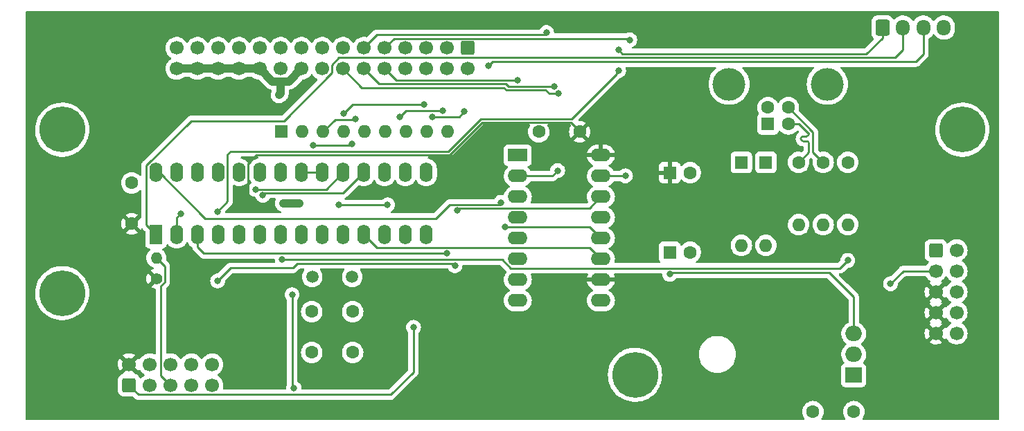
<source format=gbr>
%TF.GenerationSoftware,KiCad,Pcbnew,(6.0.4)*%
%TF.CreationDate,2023-02-09T14:30:41+01:00*%
%TF.ProjectId,Processor_Board,50726f63-6573-4736-9f72-5f426f617264,rev?*%
%TF.SameCoordinates,Original*%
%TF.FileFunction,Copper,L2,Bot*%
%TF.FilePolarity,Positive*%
%FSLAX46Y46*%
G04 Gerber Fmt 4.6, Leading zero omitted, Abs format (unit mm)*
G04 Created by KiCad (PCBNEW (6.0.4)) date 2023-02-09 14:30:41*
%MOMM*%
%LPD*%
G01*
G04 APERTURE LIST*
G04 Aperture macros list*
%AMRoundRect*
0 Rectangle with rounded corners*
0 $1 Rounding radius*
0 $2 $3 $4 $5 $6 $7 $8 $9 X,Y pos of 4 corners*
0 Add a 4 corners polygon primitive as box body*
4,1,4,$2,$3,$4,$5,$6,$7,$8,$9,$2,$3,0*
0 Add four circle primitives for the rounded corners*
1,1,$1+$1,$2,$3*
1,1,$1+$1,$4,$5*
1,1,$1+$1,$6,$7*
1,1,$1+$1,$8,$9*
0 Add four rect primitives between the rounded corners*
20,1,$1+$1,$2,$3,$4,$5,0*
20,1,$1+$1,$4,$5,$6,$7,0*
20,1,$1+$1,$6,$7,$8,$9,0*
20,1,$1+$1,$8,$9,$2,$3,0*%
G04 Aperture macros list end*
%TA.AperFunction,ComponentPad*%
%ADD10R,1.600000X1.600000*%
%TD*%
%TA.AperFunction,ComponentPad*%
%ADD11C,1.600000*%
%TD*%
%TA.AperFunction,ComponentPad*%
%ADD12RoundRect,0.250000X-0.600000X-0.725000X0.600000X-0.725000X0.600000X0.725000X-0.600000X0.725000X0*%
%TD*%
%TA.AperFunction,ComponentPad*%
%ADD13O,1.700000X1.950000*%
%TD*%
%TA.AperFunction,ComponentPad*%
%ADD14O,1.600000X1.600000*%
%TD*%
%TA.AperFunction,ComponentPad*%
%ADD15C,5.600000*%
%TD*%
%TA.AperFunction,ComponentPad*%
%ADD16C,1.400000*%
%TD*%
%TA.AperFunction,ComponentPad*%
%ADD17O,1.400000X1.400000*%
%TD*%
%TA.AperFunction,ComponentPad*%
%ADD18RoundRect,0.250000X-0.600000X0.600000X-0.600000X-0.600000X0.600000X-0.600000X0.600000X0.600000X0*%
%TD*%
%TA.AperFunction,ComponentPad*%
%ADD19C,1.700000*%
%TD*%
%TA.AperFunction,ComponentPad*%
%ADD20R,2.000000X1.905000*%
%TD*%
%TA.AperFunction,ComponentPad*%
%ADD21O,2.000000X1.905000*%
%TD*%
%TA.AperFunction,ComponentPad*%
%ADD22RoundRect,0.250000X0.600000X-0.600000X0.600000X0.600000X-0.600000X0.600000X-0.600000X-0.600000X0*%
%TD*%
%TA.AperFunction,ComponentPad*%
%ADD23C,1.500000*%
%TD*%
%TA.AperFunction,ComponentPad*%
%ADD24RoundRect,0.250000X-0.600000X-0.600000X0.600000X-0.600000X0.600000X0.600000X-0.600000X0.600000X0*%
%TD*%
%TA.AperFunction,ComponentPad*%
%ADD25C,4.000000*%
%TD*%
%TA.AperFunction,ComponentPad*%
%ADD26R,2.400000X1.600000*%
%TD*%
%TA.AperFunction,ComponentPad*%
%ADD27O,2.400000X1.600000*%
%TD*%
%TA.AperFunction,ComponentPad*%
%ADD28R,1.600000X2.400000*%
%TD*%
%TA.AperFunction,ComponentPad*%
%ADD29O,1.600000X2.400000*%
%TD*%
%TA.AperFunction,ViaPad*%
%ADD30C,0.800000*%
%TD*%
%TA.AperFunction,Conductor*%
%ADD31C,1.000000*%
%TD*%
%TA.AperFunction,Conductor*%
%ADD32C,0.250000*%
%TD*%
%TA.AperFunction,Conductor*%
%ADD33C,0.200000*%
%TD*%
G04 APERTURE END LIST*
D10*
%TO.P,C7,1*%
%TO.N,+5V*%
X114250000Y-135250000D03*
D11*
%TO.P,C7,2*%
%TO.N,GND*%
X116750000Y-135250000D03*
%TD*%
D10*
%TO.P,C6,1*%
%TO.N,+5VA*%
X114250000Y-145000000D03*
D11*
%TO.P,C6,2*%
%TO.N,GND*%
X116750000Y-145000000D03*
%TD*%
D12*
%TO.P,J5,1,Pin_1*%
%TO.N,RS232_RX{slash}SER*%
X140250000Y-117500000D03*
D13*
%TO.P,J5,2,Pin_2*%
%TO.N,~{RESET}*%
X142750000Y-117500000D03*
%TO.P,J5,3,Pin_3*%
%TO.N,RS232_TX*%
X145250000Y-117500000D03*
%TO.P,J5,4,Pin_4*%
%TO.N,GND*%
X147750000Y-117500000D03*
%TD*%
D11*
%TO.P,R2,1*%
%TO.N,/#USB_D+*%
X136000000Y-134000000D03*
D14*
%TO.P,R2,2*%
%TO.N,USB_INT{slash}SER*%
X136000000Y-141620000D03*
%TD*%
D15*
%TO.P,H3,1,1*%
%TO.N,GND*%
X110000000Y-160000000D03*
%TD*%
D16*
%TO.P,R1,1*%
%TO.N,+5V*%
X51500000Y-148220000D03*
D17*
%TO.P,R1,2*%
%TO.N,~{RESET}*%
X51500000Y-145680000D03*
%TD*%
D10*
%TO.P,D1,1,K*%
%TO.N,/#USB_D-*%
X123000000Y-134000000D03*
D14*
%TO.P,D1,2,A*%
%TO.N,GND*%
X123000000Y-144160000D03*
%TD*%
D18*
%TO.P,J1,1,Pin_1*%
%TO.N,MATRIX_1*%
X89560000Y-120000000D03*
D19*
%TO.P,J1,2,Pin_2*%
%TO.N,MATRIX_2*%
X89560000Y-122540000D03*
%TO.P,J1,3,Pin_3*%
%TO.N,MATRIX_3*%
X87020000Y-120000000D03*
%TO.P,J1,4,Pin_4*%
%TO.N,ICSP_MOSI*%
X87020000Y-122540000D03*
%TO.P,J1,5,Pin_5*%
%TO.N,ICSP_MISO*%
X84480000Y-120000000D03*
%TO.P,J1,6,Pin_6*%
%TO.N,ICSP_SCK*%
X84480000Y-122540000D03*
%TO.P,J1,7,Pin_7*%
%TO.N,MATRIX_7*%
X81940000Y-120000000D03*
%TO.P,J1,8,Pin_8*%
%TO.N,MATRIX_8*%
X81940000Y-122540000D03*
%TO.P,J1,9,Pin_9*%
%TO.N,MATRIX_A*%
X79400000Y-120000000D03*
%TO.P,J1,10,Pin_10*%
%TO.N,MATRIX_B*%
X79400000Y-122540000D03*
%TO.P,J1,11,Pin_11*%
%TO.N,MATRIX_D*%
X76860000Y-120000000D03*
%TO.P,J1,12,Pin_12*%
%TO.N,MATRIX_E*%
X76860000Y-122540000D03*
%TO.P,J1,13,Pin_13*%
%TO.N,GND*%
X74320000Y-120000000D03*
%TO.P,J1,14,Pin_14*%
%TO.N,MATRIX_C*%
X74320000Y-122540000D03*
%TO.P,J1,15,Pin_15*%
%TO.N,GND*%
X71780000Y-120000000D03*
%TO.P,J1,16,Pin_16*%
X71780000Y-122540000D03*
%TO.P,J1,17,Pin_17*%
X69240000Y-120000000D03*
%TO.P,J1,18,Pin_18*%
X69240000Y-122540000D03*
%TO.P,J1,19,Pin_19*%
%TO.N,+5VA*%
X66700000Y-120000000D03*
%TO.P,J1,20,Pin_20*%
X66700000Y-122540000D03*
%TO.P,J1,21,Pin_21*%
%TO.N,ANALOG_1*%
X64160000Y-120000000D03*
%TO.P,J1,22,Pin_22*%
%TO.N,GND*%
X64160000Y-122540000D03*
%TO.P,J1,23,Pin_23*%
%TO.N,ANALOG_2*%
X61620000Y-120000000D03*
%TO.P,J1,24,Pin_24*%
%TO.N,GND*%
X61620000Y-122540000D03*
%TO.P,J1,25,Pin_25*%
%TO.N,ANALOG_3*%
X59080000Y-120000000D03*
%TO.P,J1,26,Pin_26*%
%TO.N,GND*%
X59080000Y-122540000D03*
%TO.P,J1,27,Pin_27*%
%TO.N,ANALOG_4*%
X56540000Y-120000000D03*
%TO.P,J1,28,Pin_28*%
%TO.N,GND*%
X56540000Y-122540000D03*
%TO.P,J1,29,Pin_29*%
%TO.N,ANALOG_5*%
X54000000Y-120000000D03*
%TO.P,J1,30,Pin_30*%
%TO.N,GND*%
X54000000Y-122540000D03*
%TD*%
D20*
%TO.P,U2,1,IN*%
%TO.N,+12V*%
X136730000Y-160040000D03*
D21*
%TO.P,U2,2,GND*%
%TO.N,GND*%
X136730000Y-157500000D03*
%TO.P,U2,3,OUT*%
%TO.N,+5VA*%
X136730000Y-154960000D03*
%TD*%
D22*
%TO.P,J3,1,Pin_1*%
%TO.N,ICSP_MOSI*%
X48170000Y-161252500D03*
D19*
%TO.P,J3,2,Pin_2*%
%TO.N,+5V*%
X48170000Y-158712500D03*
%TO.P,J3,3,Pin_3*%
%TO.N,unconnected-(J3-Pad3)*%
X50710000Y-161252500D03*
%TO.P,J3,4,Pin_4*%
%TO.N,GND*%
X50710000Y-158712500D03*
%TO.P,J3,5,Pin_5*%
%TO.N,~{RESET}*%
X53250000Y-161252500D03*
%TO.P,J3,6,Pin_6*%
%TO.N,GND*%
X53250000Y-158712500D03*
%TO.P,J3,7,Pin_7*%
%TO.N,ICSP_SCK*%
X55790000Y-161252500D03*
%TO.P,J3,8,Pin_8*%
%TO.N,GND*%
X55790000Y-158712500D03*
%TO.P,J3,9,Pin_9*%
%TO.N,ICSP_MISO*%
X58330000Y-161252500D03*
%TO.P,J3,10,Pin_10*%
%TO.N,GND*%
X58330000Y-158712500D03*
%TD*%
D15*
%TO.P,H4,1,1*%
%TO.N,GND*%
X40000000Y-150000000D03*
%TD*%
D11*
%TO.P,C4,1*%
%TO.N,+5V*%
X48500000Y-141500000D03*
%TO.P,C4,2*%
%TO.N,GND*%
X48500000Y-136500000D03*
%TD*%
D10*
%TO.P,RN1,1,common*%
%TO.N,GND*%
X66750000Y-130250000D03*
D14*
%TO.P,RN1,2,R1*%
%TO.N,MATRIX_8*%
X69290000Y-130250000D03*
%TO.P,RN1,3,R2*%
%TO.N,MATRIX_7*%
X71830000Y-130250000D03*
%TO.P,RN1,4,R3*%
%TO.N,ICSP_SCK*%
X74370000Y-130250000D03*
%TO.P,RN1,5,R4*%
%TO.N,ICSP_MISO*%
X76910000Y-130250000D03*
%TO.P,RN1,6,R5*%
%TO.N,ICSP_MOSI*%
X79450000Y-130250000D03*
%TO.P,RN1,7,R6*%
%TO.N,MATRIX_3*%
X81990000Y-130250000D03*
%TO.P,RN1,8,R7*%
%TO.N,MATRIX_2*%
X84530000Y-130250000D03*
%TO.P,RN1,9,R8*%
%TO.N,MATRIX_1*%
X87070000Y-130250000D03*
%TD*%
D11*
%TO.P,C5,1*%
%TO.N,+5VA*%
X131750000Y-164500000D03*
%TO.P,C5,2*%
%TO.N,GND*%
X136750000Y-164500000D03*
%TD*%
D15*
%TO.P,H1,1,1*%
%TO.N,GND*%
X40000000Y-130000000D03*
%TD*%
D23*
%TO.P,Y1,1,1*%
%TO.N,Net-(C3-Pad2)*%
X75450000Y-148000000D03*
%TO.P,Y1,2,2*%
%TO.N,Net-(C2-Pad2)*%
X70550000Y-148000000D03*
%TD*%
D24*
%TO.P,J4,1,Pin_1*%
%TO.N,+12V*%
X146750000Y-144750000D03*
D19*
%TO.P,J4,2,Pin_2*%
%TO.N,GND*%
X149290000Y-144750000D03*
%TO.P,J4,3,Pin_3*%
%TO.N,+12V*%
X146750000Y-147290000D03*
%TO.P,J4,4,Pin_4*%
%TO.N,GND*%
X149290000Y-147290000D03*
%TO.P,J4,5,Pin_5*%
%TO.N,+5V*%
X146750000Y-149830000D03*
%TO.P,J4,6,Pin_6*%
%TO.N,GND*%
X149290000Y-149830000D03*
%TO.P,J4,7,Pin_7*%
%TO.N,+5V*%
X146750000Y-152370000D03*
%TO.P,J4,8,Pin_8*%
%TO.N,GND*%
X149290000Y-152370000D03*
%TO.P,J4,9,Pin_9*%
%TO.N,+5V*%
X146750000Y-154910000D03*
%TO.P,J4,10,Pin_10*%
%TO.N,GND*%
X149290000Y-154910000D03*
%TD*%
D10*
%TO.P,J2,1,VBUS*%
%TO.N,unconnected-(J2-Pad1)*%
X126250000Y-129287500D03*
D11*
%TO.P,J2,2,D-*%
%TO.N,/#USB_D-*%
X128750000Y-129287500D03*
%TO.P,J2,3,D+*%
%TO.N,/#USB_D+*%
X128750000Y-127287500D03*
%TO.P,J2,4,GND*%
%TO.N,GND*%
X126250000Y-127287500D03*
D25*
%TO.P,J2,5,Shield*%
X133500000Y-124427500D03*
X121500000Y-124427500D03*
%TD*%
D11*
%TO.P,R3,1*%
%TO.N,/#USB_D+*%
X133000000Y-134000000D03*
D14*
%TO.P,R3,2*%
%TO.N,USB_D+*%
X133000000Y-141620000D03*
%TD*%
D11*
%TO.P,C2,1*%
%TO.N,GND*%
X70500000Y-157250000D03*
%TO.P,C2,2*%
%TO.N,Net-(C2-Pad2)*%
X70500000Y-152250000D03*
%TD*%
D26*
%TO.P,U3,1,QB*%
%TO.N,MATRIX_B*%
X95675000Y-133125000D03*
D27*
%TO.P,U3,2,QC*%
%TO.N,MATRIX_C*%
X95675000Y-135665000D03*
%TO.P,U3,3,QD*%
%TO.N,MATRIX_D*%
X95675000Y-138205000D03*
%TO.P,U3,4,QE*%
%TO.N,MATRIX_E*%
X95675000Y-140745000D03*
%TO.P,U3,5,QF*%
%TO.N,unconnected-(U3-Pad5)*%
X95675000Y-143285000D03*
%TO.P,U3,6,QG*%
%TO.N,unconnected-(U3-Pad6)*%
X95675000Y-145825000D03*
%TO.P,U3,7,QH*%
%TO.N,unconnected-(U3-Pad7)*%
X95675000Y-148365000D03*
%TO.P,U3,8,GND*%
%TO.N,GND*%
X95675000Y-150905000D03*
%TO.P,U3,9,QH'*%
%TO.N,unconnected-(U3-Pad9)*%
X105835000Y-150905000D03*
%TO.P,U3,10,~{SRCLR}*%
%TO.N,+5V*%
X105835000Y-148365000D03*
%TO.P,U3,11,SRCLK*%
%TO.N,Net-(U1-Pad11)*%
X105835000Y-145825000D03*
%TO.P,U3,12,RCLK*%
%TO.N,Net-(U1-Pad28)*%
X105835000Y-143285000D03*
%TO.P,U3,13,~{OE}*%
%TO.N,GND*%
X105835000Y-140745000D03*
%TO.P,U3,14,SER*%
%TO.N,Net-(JP1-Pad2)*%
X105835000Y-138205000D03*
%TO.P,U3,15,QA*%
%TO.N,MATRIX_A*%
X105835000Y-135665000D03*
%TO.P,U3,16,VCC*%
%TO.N,+5V*%
X105835000Y-133125000D03*
%TD*%
D11*
%TO.P,C3,1*%
%TO.N,GND*%
X75500000Y-157250000D03*
%TO.P,C3,2*%
%TO.N,Net-(C3-Pad2)*%
X75500000Y-152250000D03*
%TD*%
%TO.P,C1,1*%
%TO.N,+5V*%
X103250000Y-130250000D03*
%TO.P,C1,2*%
%TO.N,GND*%
X98250000Y-130250000D03*
%TD*%
D15*
%TO.P,H2,1,1*%
%TO.N,GND*%
X150000000Y-130000000D03*
%TD*%
D11*
%TO.P,R4,1*%
%TO.N,/#USB_D-*%
X130000000Y-134000000D03*
D14*
%TO.P,R4,2*%
%TO.N,USB_D-*%
X130000000Y-141620000D03*
%TD*%
D10*
%TO.P,D2,1,K*%
%TO.N,/#USB_D+*%
X126000000Y-134000000D03*
D14*
%TO.P,D2,2,A*%
%TO.N,GND*%
X126000000Y-144160000D03*
%TD*%
D28*
%TO.P,U1,1,PC6/~{RESET}*%
%TO.N,~{RESET}*%
X51460000Y-142825000D03*
D29*
%TO.P,U1,2,PD0*%
%TO.N,RS232_RX{slash}SER*%
X54000000Y-142825000D03*
%TO.P,U1,3,PD1*%
%TO.N,RS232_TX*%
X56540000Y-142825000D03*
%TO.P,U1,4,PD2*%
%TO.N,USB_D+*%
X59080000Y-142825000D03*
%TO.P,U1,5,PD3*%
%TO.N,USB_D-*%
X61620000Y-142825000D03*
%TO.P,U1,6,PD4*%
%TO.N,USB_INT{slash}SER*%
X64160000Y-142825000D03*
%TO.P,U1,7,VCC*%
%TO.N,+5V*%
X66700000Y-142825000D03*
%TO.P,U1,8,GND*%
%TO.N,GND*%
X69240000Y-142825000D03*
%TO.P,U1,9,PB6/XTAL1*%
%TO.N,Net-(C2-Pad2)*%
X71780000Y-142825000D03*
%TO.P,U1,10,PB7/XTAL2*%
%TO.N,Net-(C3-Pad2)*%
X74320000Y-142825000D03*
%TO.P,U1,11,PD5*%
%TO.N,Net-(U1-Pad11)*%
X76860000Y-142825000D03*
%TO.P,U1,12,PD6*%
%TO.N,MATRIX_7*%
X79400000Y-142825000D03*
%TO.P,U1,13,PD7*%
%TO.N,MATRIX_8*%
X81940000Y-142825000D03*
%TO.P,U1,14,PB0*%
%TO.N,MATRIX_1*%
X84480000Y-142825000D03*
%TO.P,U1,15,PB1*%
%TO.N,MATRIX_2*%
X84480000Y-135205000D03*
%TO.P,U1,16,PB2*%
%TO.N,MATRIX_3*%
X81940000Y-135205000D03*
%TO.P,U1,17,PB3*%
%TO.N,ICSP_MOSI*%
X79400000Y-135205000D03*
%TO.P,U1,18,PB4*%
%TO.N,ICSP_MISO*%
X76860000Y-135205000D03*
%TO.P,U1,19,PB5*%
%TO.N,ICSP_SCK*%
X74320000Y-135205000D03*
%TO.P,U1,20,AVCC*%
%TO.N,+5VA*%
X71780000Y-135205000D03*
%TO.P,U1,21,AREF*%
X69240000Y-135205000D03*
%TO.P,U1,22,AGND*%
%TO.N,GND*%
X66700000Y-135205000D03*
%TO.P,U1,23,PC0*%
%TO.N,ANALOG_1*%
X64160000Y-135205000D03*
%TO.P,U1,24,PC1*%
%TO.N,ANALOG_2*%
X61620000Y-135205000D03*
%TO.P,U1,25,PC2*%
%TO.N,ANALOG_3*%
X59080000Y-135205000D03*
%TO.P,U1,26,PC3*%
%TO.N,ANALOG_4*%
X56540000Y-135205000D03*
%TO.P,U1,27,PC4*%
%TO.N,ANALOG_5*%
X54000000Y-135205000D03*
%TO.P,U1,28,PC5*%
%TO.N,Net-(U1-Pad28)*%
X51460000Y-135205000D03*
%TD*%
D30*
%TO.N,GND*%
X67000000Y-139000000D03*
X69000000Y-139000000D03*
X66500000Y-125750000D03*
%TO.N,+5VA*%
X114250000Y-147674020D03*
%TO.N,RS232_RX{slash}SER*%
X108000000Y-122750000D03*
X59000000Y-140000000D03*
X54500000Y-140250000D03*
X108000000Y-120250000D03*
%TO.N,Net-(JP1-Pad2)*%
X88000000Y-146624500D03*
X59000000Y-148500000D03*
X88250000Y-139895460D03*
%TO.N,+5V*%
X48500000Y-144286000D03*
X110071500Y-132207000D03*
X62738000Y-139065000D03*
%TO.N,+5VA*%
X68100000Y-150200000D03*
X68300000Y-161600000D03*
%TO.N,MATRIX_2*%
X89154000Y-127762000D03*
X85217000Y-128397000D03*
%TO.N,ICSP_MOSI*%
X86487000Y-127672500D03*
X81280000Y-128397000D03*
X82931000Y-154178000D03*
%TO.N,ICSP_MISO*%
X64516000Y-138011500D03*
%TO.N,ICSP_SCK*%
X74422000Y-128016000D03*
X84201000Y-126947989D03*
X63627000Y-137287000D03*
%TO.N,MATRIX_7*%
X75856551Y-128688551D03*
%TO.N,MATRIX_8*%
X75438000Y-131699000D03*
X70655480Y-131909520D03*
X73787000Y-139192000D03*
X79756000Y-139192000D03*
%TO.N,MATRIX_A*%
X109347000Y-118999000D03*
X108839000Y-135636000D03*
%TO.N,MATRIX_B*%
X95631000Y-123952000D03*
%TO.N,MATRIX_D*%
X99187000Y-118100989D03*
%TO.N,MATRIX_C*%
X100606857Y-125574870D03*
X100548531Y-135001000D03*
%TO.N,MATRIX_E*%
X100099011Y-124714000D03*
%TO.N,+12V*%
X141224000Y-148844000D03*
%TO.N,RS232_TX*%
X92075000Y-122174000D03*
X86995000Y-145134020D03*
%TO.N,USB_INT{slash}SER*%
X66900000Y-145900000D03*
X136000000Y-146000000D03*
%TO.N,Net-(U1-Pad28)*%
X94117520Y-141869520D03*
X93599000Y-138895980D03*
%TD*%
D31*
%TO.N,GND*%
X67000000Y-139000000D02*
X69000000Y-139000000D01*
X66660489Y-125589511D02*
X66500000Y-125750000D01*
X66660489Y-124089511D02*
X66660489Y-125589511D01*
X66660489Y-124089511D02*
X67690489Y-124089511D01*
X65709511Y-124089511D02*
X66660489Y-124089511D01*
X67690489Y-124089511D02*
X69240000Y-122540000D01*
X64160000Y-122540000D02*
X65709511Y-124089511D01*
X61620000Y-122540000D02*
X64160000Y-122540000D01*
X59080000Y-122540000D02*
X61620000Y-122540000D01*
X56540000Y-122540000D02*
X59080000Y-122540000D01*
X54000000Y-122540000D02*
X56540000Y-122540000D01*
D32*
%TO.N,+5VA*%
X114424020Y-147500000D02*
X114250000Y-147674020D01*
X136730000Y-150480000D02*
X133750000Y-147500000D01*
X133750000Y-147500000D02*
X114424020Y-147500000D01*
X136730000Y-154960000D02*
X136730000Y-150480000D01*
%TO.N,RS232_RX{slash}SER*%
X138275009Y-120724991D02*
X140250000Y-118750000D01*
X108000000Y-120250000D02*
X108474991Y-120724991D01*
X107750000Y-123175969D02*
X107750000Y-123000000D01*
X102250000Y-128675969D02*
X107750000Y-123175969D01*
X140250000Y-118750000D02*
X140250000Y-117500000D01*
X91160314Y-128675969D02*
X102250000Y-128675969D01*
X108474991Y-120724991D02*
X138275009Y-120724991D01*
X89293141Y-130543141D02*
X91160314Y-128675969D01*
X87189802Y-132646480D02*
X89293141Y-130543141D01*
X76500000Y-132646480D02*
X87189802Y-132646480D01*
X60603520Y-132646480D02*
X76500000Y-132646480D01*
X60204520Y-133045480D02*
X60603520Y-132646480D01*
X60204520Y-138795480D02*
X60204520Y-133045480D01*
X107750000Y-123000000D02*
X108000000Y-122750000D01*
X59000000Y-140000000D02*
X60204520Y-138795480D01*
X54000000Y-140750000D02*
X54500000Y-140250000D01*
X54000000Y-142825000D02*
X54000000Y-140750000D01*
%TO.N,Net-(JP1-Pad2)*%
X59000000Y-148500000D02*
X60574511Y-146925489D01*
X68750000Y-146349520D02*
X85750000Y-146349520D01*
X60574511Y-146925489D02*
X68174031Y-146925489D01*
X87725020Y-146349520D02*
X88000000Y-146624500D01*
X68174031Y-146925489D02*
X68750000Y-146349520D01*
X85750000Y-146349520D02*
X87725020Y-146349520D01*
%TO.N,USB_INT{slash}SER*%
X66900000Y-145900000D02*
X93759689Y-145900000D01*
X93759689Y-145900000D02*
X94809209Y-146949520D01*
X135050480Y-146949520D02*
X136000000Y-146000000D01*
X94809209Y-146949520D02*
X135050480Y-146949520D01*
%TO.N,~{RESET}*%
X142750000Y-120250000D02*
X142750000Y-117500000D01*
X141825489Y-121174511D02*
X142750000Y-120250000D01*
X73833501Y-121174511D02*
X141825489Y-121174511D01*
X72954511Y-122053501D02*
X73833501Y-121174511D01*
X72954511Y-123026499D02*
X72954511Y-122053501D01*
X50292000Y-134382689D02*
X55769689Y-128905000D01*
X50292000Y-141657000D02*
X50292000Y-134382689D01*
X67076010Y-128905000D02*
X72954511Y-123026499D01*
X51460000Y-142825000D02*
X50292000Y-141657000D01*
X55769689Y-128905000D02*
X67076010Y-128905000D01*
%TO.N,RS232_TX*%
X145250000Y-120750000D02*
X145250000Y-117500000D01*
X92583000Y-121666000D02*
X144334000Y-121666000D01*
X92075000Y-122174000D02*
X92583000Y-121666000D01*
X144334000Y-121666000D02*
X145250000Y-120750000D01*
%TO.N,Net-(JP1-Pad2)*%
X88524980Y-139620480D02*
X89379520Y-139620480D01*
X88250000Y-139895460D02*
X88524980Y-139620480D01*
X89379520Y-139620480D02*
X104419520Y-139620480D01*
%TO.N,+5V*%
X87376000Y-133096000D02*
X63754000Y-133096000D01*
X63754000Y-133096000D02*
X62744520Y-134105480D01*
X110071500Y-132207000D02*
X109153500Y-133125000D01*
X102125489Y-129125489D02*
X91346511Y-129125489D01*
X103250000Y-130250000D02*
X104049999Y-131049999D01*
X103250000Y-130250000D02*
X102125489Y-129125489D01*
X62744520Y-134105480D02*
X62744520Y-139058480D01*
X62744520Y-139058480D02*
X62738000Y-139065000D01*
X109153500Y-133125000D02*
X105835000Y-133125000D01*
X48740000Y-144526000D02*
X48500000Y-144286000D01*
X91346511Y-129125489D02*
X87376000Y-133096000D01*
%TO.N,+5VA*%
X68100000Y-161400000D02*
X68300000Y-161600000D01*
X69240000Y-135205000D02*
X71780000Y-135205000D01*
X68100000Y-150200000D02*
X68100000Y-161400000D01*
%TO.N,MATRIX_2*%
X88519000Y-128397000D02*
X85217000Y-128397000D01*
X89154000Y-127762000D02*
X88519000Y-128397000D01*
%TO.N,ICSP_MOSI*%
X82931000Y-154178000D02*
X82931000Y-159639000D01*
X86487000Y-127672500D02*
X86486989Y-127672489D01*
X49344511Y-162427011D02*
X48170000Y-161252500D01*
X80142989Y-162427011D02*
X49344511Y-162427011D01*
X82931000Y-159639000D02*
X80142989Y-162427011D01*
X82004511Y-127672489D02*
X81280000Y-128397000D01*
X86486989Y-127672489D02*
X82004511Y-127672489D01*
%TO.N,ICSP_MISO*%
X67691000Y-137736520D02*
X64790980Y-137736520D01*
X74328480Y-137736520D02*
X67691000Y-137736520D01*
X76860000Y-135205000D02*
X74328480Y-137736520D01*
X64790980Y-137736520D02*
X64516000Y-138011500D01*
%TO.N,ICSP_SCK*%
X74320000Y-135205000D02*
X72238000Y-137287000D01*
X72238000Y-137287000D02*
X63627000Y-137287000D01*
X75490011Y-126947989D02*
X74422000Y-128016000D01*
X84201000Y-126947989D02*
X75490011Y-126947989D01*
%TO.N,MATRIX_7*%
X73339489Y-128740511D02*
X71830000Y-130250000D01*
X75856551Y-128688551D02*
X75804591Y-128740511D01*
X75804591Y-128740511D02*
X73339489Y-128740511D01*
%TO.N,MATRIX_8*%
X75227480Y-131909520D02*
X70655480Y-131909520D01*
X73787000Y-139192000D02*
X79756000Y-139192000D01*
X75438000Y-131699000D02*
X75227480Y-131909520D01*
%TO.N,MATRIX_A*%
X79400000Y-120000000D02*
X80574511Y-118825489D01*
X108810000Y-135665000D02*
X105835000Y-135665000D01*
X108839000Y-135636000D02*
X108810000Y-135665000D01*
X80574511Y-118825489D02*
X109173489Y-118825489D01*
X109173489Y-118825489D02*
X109347000Y-118999000D01*
%TO.N,MATRIX_B*%
X79400000Y-122540000D02*
X80812000Y-123952000D01*
X80812000Y-123952000D02*
X95631000Y-123952000D01*
%TO.N,MATRIX_D*%
X76860000Y-120000000D02*
X78484031Y-118375969D01*
X95773000Y-138303000D02*
X95675000Y-138205000D01*
X98912020Y-118375969D02*
X99187000Y-118100989D01*
X98171000Y-118375969D02*
X98912020Y-118375969D01*
X78484031Y-118375969D02*
X80760709Y-118375969D01*
X80760709Y-118375969D02*
X98171000Y-118375969D01*
%TO.N,MATRIX_C*%
X74320000Y-122540000D02*
X76631040Y-124851040D01*
X94254991Y-125126031D02*
X99060000Y-125126031D01*
X76631040Y-124851040D02*
X78907718Y-124851040D01*
X99508839Y-125574870D02*
X100606857Y-125574870D01*
X100548531Y-135001000D02*
X99884531Y-135665000D01*
X99060000Y-125126031D02*
X99508839Y-125574870D01*
X99884531Y-135665000D02*
X95675000Y-135665000D01*
X78907718Y-124851040D02*
X93980000Y-124851040D01*
X93980000Y-124851040D02*
X94254991Y-125126031D01*
%TO.N,MATRIX_E*%
X94234000Y-124401520D02*
X94508991Y-124676511D01*
X78721520Y-124401520D02*
X91440000Y-124401520D01*
X91440000Y-124401520D02*
X94234000Y-124401520D01*
X94508991Y-124676511D02*
X100061522Y-124676511D01*
X76860000Y-122540000D02*
X78721520Y-124401520D01*
X100061522Y-124676511D02*
X100099011Y-124714000D01*
%TO.N,~{RESET}*%
X52524511Y-146704511D02*
X51500000Y-145680000D01*
X53250000Y-161252500D02*
X52075489Y-160077989D01*
X52075489Y-160077989D02*
X52075489Y-149093389D01*
X52524511Y-148644367D02*
X52524511Y-146704511D01*
X52075489Y-149093389D02*
X52524511Y-148644367D01*
%TO.N,+12V*%
X142778000Y-147290000D02*
X141224000Y-148844000D01*
X146750000Y-147290000D02*
X142778000Y-147290000D01*
%TO.N,RS232_TX*%
X86995000Y-145134020D02*
X57334020Y-145134020D01*
X56540000Y-144340000D02*
X56540000Y-142825000D01*
X57334020Y-145134020D02*
X56540000Y-144340000D01*
%TO.N,USB_INT{slash}SER*%
X64101520Y-142825000D02*
X64160000Y-142825000D01*
D33*
%TO.N,USB_D+*%
X59080000Y-143027000D02*
X59080000Y-142825000D01*
%TO.N,USB_D-*%
X61620000Y-143104000D02*
X61620000Y-142825000D01*
D32*
%TO.N,Net-(JP1-Pad2)*%
X104419520Y-139620480D02*
X105835000Y-138205000D01*
%TO.N,Net-(U1-Pad11)*%
X104419520Y-144409520D02*
X105835000Y-145825000D01*
X76860000Y-142825000D02*
X78444520Y-144409520D01*
X78444520Y-144409520D02*
X104419520Y-144409520D01*
%TO.N,Net-(U1-Pad28)*%
X57531000Y-140843000D02*
X85124029Y-140843000D01*
X93324020Y-139170960D02*
X93599000Y-138895980D01*
X51860000Y-135205000D02*
X57498000Y-140843000D01*
X105835000Y-143285000D02*
X104419520Y-141869520D01*
X104419520Y-141869520D02*
X94117520Y-141869520D01*
X85666592Y-140843000D02*
X87338634Y-139170960D01*
X85124029Y-140843000D02*
X85666592Y-140843000D01*
X57498000Y-140843000D02*
X57531000Y-140843000D01*
X87338634Y-139170960D02*
X93324020Y-139170960D01*
X51460000Y-135205000D02*
X51860000Y-135205000D01*
%TO.N,/#USB_D-*%
X131250000Y-132750000D02*
X130000000Y-134000000D01*
X131250000Y-131744607D02*
X131250000Y-132750000D01*
X131250000Y-131694607D02*
X131250000Y-131744607D01*
X130042893Y-129287500D02*
X131250000Y-130494607D01*
X130567592Y-131394607D02*
X130950000Y-131394607D01*
X128750000Y-129287500D02*
X130042893Y-129287500D01*
X130950000Y-130794607D02*
X130567592Y-130794607D01*
X130950000Y-130794600D02*
G75*
G03*
X131250000Y-130494607I0J300000D01*
G01*
X130567592Y-131394608D02*
G75*
G02*
X130267592Y-131094607I8J300008D01*
G01*
X130267607Y-131094607D02*
G75*
G02*
X130567592Y-130794607I299993J7D01*
G01*
X131249993Y-131694607D02*
G75*
G03*
X130950000Y-131394607I-299993J7D01*
G01*
%TO.N,/#USB_D+*%
X131750000Y-130287500D02*
X128750000Y-127287500D01*
X133000000Y-134000000D02*
X131750000Y-132750000D01*
X131750000Y-132750000D02*
X131750000Y-130287500D01*
%TD*%
%TA.AperFunction,Conductor*%
%TO.N,+5V*%
G36*
X154433621Y-115528502D02*
G01*
X154480114Y-115582158D01*
X154491500Y-115634500D01*
X154491500Y-165365500D01*
X154471498Y-165433621D01*
X154417842Y-165480114D01*
X154365500Y-165491500D01*
X137895171Y-165491500D01*
X137827050Y-165471498D01*
X137780557Y-165417842D01*
X137770453Y-165347568D01*
X137791958Y-165293229D01*
X137884366Y-165161257D01*
X137887523Y-165156749D01*
X137889846Y-165151767D01*
X137889849Y-165151762D01*
X137981961Y-164954225D01*
X137981961Y-164954224D01*
X137984284Y-164949243D01*
X138043543Y-164728087D01*
X138063498Y-164500000D01*
X138043543Y-164271913D01*
X137984284Y-164050757D01*
X137981961Y-164045775D01*
X137889849Y-163848238D01*
X137889846Y-163848233D01*
X137887523Y-163843251D01*
X137756198Y-163655700D01*
X137594300Y-163493802D01*
X137589792Y-163490645D01*
X137589789Y-163490643D01*
X137511611Y-163435902D01*
X137406749Y-163362477D01*
X137401767Y-163360154D01*
X137401762Y-163360151D01*
X137204225Y-163268039D01*
X137204224Y-163268039D01*
X137199243Y-163265716D01*
X137193935Y-163264294D01*
X137193933Y-163264293D01*
X136983402Y-163207881D01*
X136983400Y-163207881D01*
X136978087Y-163206457D01*
X136750000Y-163186502D01*
X136521913Y-163206457D01*
X136516600Y-163207881D01*
X136516598Y-163207881D01*
X136306067Y-163264293D01*
X136306065Y-163264294D01*
X136300757Y-163265716D01*
X136295776Y-163268039D01*
X136295775Y-163268039D01*
X136098238Y-163360151D01*
X136098233Y-163360154D01*
X136093251Y-163362477D01*
X135988389Y-163435902D01*
X135910211Y-163490643D01*
X135910208Y-163490645D01*
X135905700Y-163493802D01*
X135743802Y-163655700D01*
X135612477Y-163843251D01*
X135610154Y-163848233D01*
X135610151Y-163848238D01*
X135518039Y-164045775D01*
X135515716Y-164050757D01*
X135456457Y-164271913D01*
X135436502Y-164500000D01*
X135456457Y-164728087D01*
X135515716Y-164949243D01*
X135518039Y-164954224D01*
X135518039Y-164954225D01*
X135610151Y-165151762D01*
X135610154Y-165151767D01*
X135612477Y-165156749D01*
X135615634Y-165161257D01*
X135708042Y-165293229D01*
X135730730Y-165360503D01*
X135713445Y-165429363D01*
X135661676Y-165477948D01*
X135604829Y-165491500D01*
X132895171Y-165491500D01*
X132827050Y-165471498D01*
X132780557Y-165417842D01*
X132770453Y-165347568D01*
X132791958Y-165293229D01*
X132884366Y-165161257D01*
X132887523Y-165156749D01*
X132889846Y-165151767D01*
X132889849Y-165151762D01*
X132981961Y-164954225D01*
X132981961Y-164954224D01*
X132984284Y-164949243D01*
X133043543Y-164728087D01*
X133063498Y-164500000D01*
X133043543Y-164271913D01*
X132984284Y-164050757D01*
X132981961Y-164045775D01*
X132889849Y-163848238D01*
X132889846Y-163848233D01*
X132887523Y-163843251D01*
X132756198Y-163655700D01*
X132594300Y-163493802D01*
X132589792Y-163490645D01*
X132589789Y-163490643D01*
X132511611Y-163435902D01*
X132406749Y-163362477D01*
X132401767Y-163360154D01*
X132401762Y-163360151D01*
X132204225Y-163268039D01*
X132204224Y-163268039D01*
X132199243Y-163265716D01*
X132193935Y-163264294D01*
X132193933Y-163264293D01*
X131983402Y-163207881D01*
X131983400Y-163207881D01*
X131978087Y-163206457D01*
X131750000Y-163186502D01*
X131521913Y-163206457D01*
X131516600Y-163207881D01*
X131516598Y-163207881D01*
X131306067Y-163264293D01*
X131306065Y-163264294D01*
X131300757Y-163265716D01*
X131295776Y-163268039D01*
X131295775Y-163268039D01*
X131098238Y-163360151D01*
X131098233Y-163360154D01*
X131093251Y-163362477D01*
X130988389Y-163435902D01*
X130910211Y-163490643D01*
X130910208Y-163490645D01*
X130905700Y-163493802D01*
X130743802Y-163655700D01*
X130612477Y-163843251D01*
X130610154Y-163848233D01*
X130610151Y-163848238D01*
X130518039Y-164045775D01*
X130515716Y-164050757D01*
X130456457Y-164271913D01*
X130436502Y-164500000D01*
X130456457Y-164728087D01*
X130515716Y-164949243D01*
X130518039Y-164954224D01*
X130518039Y-164954225D01*
X130610151Y-165151762D01*
X130610154Y-165151767D01*
X130612477Y-165156749D01*
X130615634Y-165161257D01*
X130708042Y-165293229D01*
X130730730Y-165360503D01*
X130713445Y-165429363D01*
X130661676Y-165477948D01*
X130604829Y-165491500D01*
X35634500Y-165491500D01*
X35566379Y-165471498D01*
X35519886Y-165417842D01*
X35508500Y-165365500D01*
X35508500Y-161902900D01*
X46811500Y-161902900D01*
X46822474Y-162008666D01*
X46824655Y-162015202D01*
X46824655Y-162015204D01*
X46868728Y-162147306D01*
X46878450Y-162176446D01*
X46971522Y-162326848D01*
X47096697Y-162451805D01*
X47102927Y-162455645D01*
X47102928Y-162455646D01*
X47240139Y-162540224D01*
X47247262Y-162544615D01*
X47327005Y-162571064D01*
X47408611Y-162598132D01*
X47408613Y-162598132D01*
X47415139Y-162600297D01*
X47421975Y-162600997D01*
X47421978Y-162600998D01*
X47465031Y-162605409D01*
X47519600Y-162611000D01*
X48580406Y-162611000D01*
X48648527Y-162631002D01*
X48669501Y-162647905D01*
X48840854Y-162819258D01*
X48848398Y-162827548D01*
X48852511Y-162834029D01*
X48858288Y-162839454D01*
X48902178Y-162880669D01*
X48905020Y-162883424D01*
X48924741Y-162903145D01*
X48927936Y-162905623D01*
X48936958Y-162913329D01*
X48969190Y-162943597D01*
X48976139Y-162947417D01*
X48986943Y-162953357D01*
X49003467Y-162964210D01*
X49019470Y-162976624D01*
X49060054Y-162994187D01*
X49070684Y-162999394D01*
X49109451Y-163020706D01*
X49117128Y-163022677D01*
X49117133Y-163022679D01*
X49129069Y-163025743D01*
X49147777Y-163032148D01*
X49166366Y-163040192D01*
X49174191Y-163041431D01*
X49174193Y-163041432D01*
X49210030Y-163047108D01*
X49221651Y-163049515D01*
X49253470Y-163057684D01*
X49264481Y-163060511D01*
X49284742Y-163060511D01*
X49304451Y-163062062D01*
X49324454Y-163065230D01*
X49332346Y-163064484D01*
X49337573Y-163063990D01*
X49368465Y-163061070D01*
X49380322Y-163060511D01*
X80064222Y-163060511D01*
X80075405Y-163061038D01*
X80082898Y-163062713D01*
X80090824Y-163062464D01*
X80090825Y-163062464D01*
X80150975Y-163060573D01*
X80154934Y-163060511D01*
X80182845Y-163060511D01*
X80186780Y-163060014D01*
X80186845Y-163060006D01*
X80198682Y-163059073D01*
X80230940Y-163058059D01*
X80234959Y-163057933D01*
X80242878Y-163057684D01*
X80262332Y-163052032D01*
X80281689Y-163048024D01*
X80293919Y-163046479D01*
X80293920Y-163046479D01*
X80301786Y-163045485D01*
X80309157Y-163042566D01*
X80309159Y-163042566D01*
X80342901Y-163029207D01*
X80354131Y-163025362D01*
X80388972Y-163015240D01*
X80388973Y-163015240D01*
X80396582Y-163013029D01*
X80403401Y-163008996D01*
X80403406Y-163008994D01*
X80414017Y-163002718D01*
X80431765Y-162994023D01*
X80450606Y-162986563D01*
X80470976Y-162971764D01*
X80486376Y-162960575D01*
X80496296Y-162954059D01*
X80527524Y-162935591D01*
X80527527Y-162935589D01*
X80534351Y-162931553D01*
X80548672Y-162917232D01*
X80563706Y-162904391D01*
X80565421Y-162903145D01*
X80580096Y-162892483D01*
X80608287Y-162858406D01*
X80616277Y-162849627D01*
X83323253Y-160142652D01*
X83331539Y-160135112D01*
X83338018Y-160131000D01*
X83384644Y-160081348D01*
X83387398Y-160078507D01*
X83407135Y-160058770D01*
X83409615Y-160055573D01*
X83417320Y-160046551D01*
X83442159Y-160020100D01*
X83447586Y-160014321D01*
X83451405Y-160007375D01*
X83451407Y-160007372D01*
X83457348Y-159996566D01*
X83462690Y-159988434D01*
X106686661Y-159988434D01*
X106686833Y-159991829D01*
X106686833Y-159991830D01*
X106700193Y-160255551D01*
X106704792Y-160346340D01*
X106705329Y-160349695D01*
X106705330Y-160349701D01*
X106710316Y-160380828D01*
X106761470Y-160700195D01*
X106856033Y-161045859D01*
X106987374Y-161379288D01*
X107006982Y-161416635D01*
X107099804Y-161593435D01*
X107153957Y-161696582D01*
X107155858Y-161699411D01*
X107155864Y-161699421D01*
X107294781Y-161906150D01*
X107353834Y-161994029D01*
X107584665Y-162268150D01*
X107843751Y-162515738D01*
X108128061Y-162733897D01*
X108160056Y-162753350D01*
X108431355Y-162918303D01*
X108431360Y-162918306D01*
X108434270Y-162920075D01*
X108437358Y-162921521D01*
X108437357Y-162921521D01*
X108755710Y-163070649D01*
X108755720Y-163070653D01*
X108758794Y-163072093D01*
X108762012Y-163073195D01*
X108762015Y-163073196D01*
X109094615Y-163187071D01*
X109094623Y-163187073D01*
X109097838Y-163188174D01*
X109447435Y-163266959D01*
X109499728Y-163272917D01*
X109800114Y-163307142D01*
X109800122Y-163307142D01*
X109803497Y-163307527D01*
X109806901Y-163307545D01*
X109806904Y-163307545D01*
X110001227Y-163308562D01*
X110161857Y-163309403D01*
X110165243Y-163309053D01*
X110165245Y-163309053D01*
X110514932Y-163272917D01*
X110514941Y-163272916D01*
X110518324Y-163272566D01*
X110521657Y-163271852D01*
X110521660Y-163271851D01*
X110826694Y-163206457D01*
X110868727Y-163197446D01*
X111208968Y-163084922D01*
X111535066Y-162936311D01*
X111698192Y-162839454D01*
X111840262Y-162755099D01*
X111840267Y-162755096D01*
X111843207Y-162753350D01*
X112129786Y-162538180D01*
X112391451Y-162293319D01*
X112625140Y-162021630D01*
X112781922Y-161793511D01*
X112826190Y-161729101D01*
X112826195Y-161729094D01*
X112828120Y-161726292D01*
X112829732Y-161723298D01*
X112829737Y-161723290D01*
X112978898Y-161446267D01*
X112998017Y-161410760D01*
X113120055Y-161110215D01*
X113131562Y-161081877D01*
X113131564Y-161081872D01*
X113132842Y-161078724D01*
X113135677Y-161068774D01*
X113212658Y-160798530D01*
X113231020Y-160734070D01*
X113288311Y-160398903D01*
X113290829Y-160384175D01*
X113290829Y-160384173D01*
X113291401Y-160380828D01*
X113293511Y-160346340D01*
X113313168Y-160024928D01*
X113313278Y-160023131D01*
X113313359Y-160000000D01*
X113293979Y-159642159D01*
X113236066Y-159288505D01*
X113140297Y-158943173D01*
X113137243Y-158935497D01*
X113016336Y-158631673D01*
X113007793Y-158610205D01*
X112914155Y-158433353D01*
X112841702Y-158296513D01*
X112841698Y-158296506D01*
X112840103Y-158293494D01*
X112639190Y-157996746D01*
X112612168Y-157964882D01*
X112518674Y-157854638D01*
X112407403Y-157723432D01*
X112171954Y-157500000D01*
X117806654Y-157500000D01*
X117806924Y-157504119D01*
X117821145Y-157721087D01*
X117826017Y-157795426D01*
X117826819Y-157799459D01*
X117826820Y-157799465D01*
X117881169Y-158072691D01*
X117883776Y-158085797D01*
X117885103Y-158089706D01*
X117885104Y-158089710D01*
X117961692Y-158315330D01*
X117978941Y-158366145D01*
X118039951Y-158489861D01*
X118097811Y-158607189D01*
X118109885Y-158631673D01*
X118112179Y-158635106D01*
X118255234Y-158849203D01*
X118274367Y-158877838D01*
X118277081Y-158880932D01*
X118277085Y-158880938D01*
X118416024Y-159039366D01*
X118469573Y-159100427D01*
X118472662Y-159103136D01*
X118689062Y-159292915D01*
X118689068Y-159292919D01*
X118692162Y-159295633D01*
X118695588Y-159297922D01*
X118695593Y-159297926D01*
X118813332Y-159376596D01*
X118938327Y-159460115D01*
X118942026Y-159461939D01*
X118942031Y-159461942D01*
X119045938Y-159513183D01*
X119203855Y-159591059D01*
X119207760Y-159592384D01*
X119207761Y-159592385D01*
X119480290Y-159684896D01*
X119480294Y-159684897D01*
X119484203Y-159686224D01*
X119488247Y-159687028D01*
X119488253Y-159687030D01*
X119770535Y-159743180D01*
X119770541Y-159743181D01*
X119774574Y-159743983D01*
X119778679Y-159744252D01*
X119778686Y-159744253D01*
X120065881Y-159763076D01*
X120070000Y-159763346D01*
X120074119Y-159763076D01*
X120361314Y-159744253D01*
X120361321Y-159744252D01*
X120365426Y-159743983D01*
X120369459Y-159743181D01*
X120369465Y-159743180D01*
X120651747Y-159687030D01*
X120651753Y-159687028D01*
X120655797Y-159686224D01*
X120659706Y-159684897D01*
X120659710Y-159684896D01*
X120932239Y-159592385D01*
X120932240Y-159592384D01*
X120936145Y-159591059D01*
X121094062Y-159513183D01*
X121197969Y-159461942D01*
X121197974Y-159461939D01*
X121201673Y-159460115D01*
X121326668Y-159376596D01*
X121444407Y-159297926D01*
X121444412Y-159297922D01*
X121447838Y-159295633D01*
X121450932Y-159292919D01*
X121450938Y-159292915D01*
X121667338Y-159103136D01*
X121670427Y-159100427D01*
X121723976Y-159039366D01*
X121862915Y-158880938D01*
X121862919Y-158880932D01*
X121865633Y-158877838D01*
X121884767Y-158849203D01*
X122027821Y-158635106D01*
X122030115Y-158631673D01*
X122042190Y-158607189D01*
X122100049Y-158489861D01*
X122161059Y-158366145D01*
X122178308Y-158315330D01*
X122254896Y-158089710D01*
X122254897Y-158089706D01*
X122256224Y-158085797D01*
X122258831Y-158072691D01*
X122313180Y-157799465D01*
X122313181Y-157799459D01*
X122313983Y-157795426D01*
X122318856Y-157721087D01*
X122333076Y-157504119D01*
X122333346Y-157500000D01*
X122328155Y-157420796D01*
X122314253Y-157208686D01*
X122314252Y-157208679D01*
X122313983Y-157204574D01*
X122297288Y-157120640D01*
X122257030Y-156918253D01*
X122257026Y-156918237D01*
X122256224Y-156914203D01*
X122252735Y-156903923D01*
X122162385Y-156637761D01*
X122162384Y-156637760D01*
X122161059Y-156633855D01*
X122050770Y-156410211D01*
X122031942Y-156372031D01*
X122031939Y-156372026D01*
X122030115Y-156368327D01*
X121959910Y-156263257D01*
X121867926Y-156125593D01*
X121867922Y-156125588D01*
X121865633Y-156122162D01*
X121862919Y-156119068D01*
X121862915Y-156119062D01*
X121673136Y-155902662D01*
X121670427Y-155899573D01*
X121484601Y-155736607D01*
X121450938Y-155707085D01*
X121450932Y-155707081D01*
X121447838Y-155704367D01*
X121444412Y-155702078D01*
X121444407Y-155702074D01*
X121205106Y-155542179D01*
X121201673Y-155539885D01*
X121197974Y-155538061D01*
X121197969Y-155538058D01*
X121061687Y-155470852D01*
X120936145Y-155408941D01*
X120930006Y-155406857D01*
X120659710Y-155315104D01*
X120659706Y-155315103D01*
X120655797Y-155313776D01*
X120651753Y-155312972D01*
X120651747Y-155312970D01*
X120369465Y-155256820D01*
X120369459Y-155256819D01*
X120365426Y-155256017D01*
X120361321Y-155255748D01*
X120361314Y-155255747D01*
X120074119Y-155236924D01*
X120070000Y-155236654D01*
X120065881Y-155236924D01*
X119778686Y-155255747D01*
X119778679Y-155255748D01*
X119774574Y-155256017D01*
X119770541Y-155256819D01*
X119770535Y-155256820D01*
X119488253Y-155312970D01*
X119488247Y-155312972D01*
X119484203Y-155313776D01*
X119480294Y-155315103D01*
X119480290Y-155315104D01*
X119209994Y-155406857D01*
X119203855Y-155408941D01*
X119078313Y-155470852D01*
X118942031Y-155538058D01*
X118942026Y-155538061D01*
X118938327Y-155539885D01*
X118934894Y-155542179D01*
X118695593Y-155702074D01*
X118695588Y-155702078D01*
X118692162Y-155704367D01*
X118689068Y-155707081D01*
X118689062Y-155707085D01*
X118655399Y-155736607D01*
X118469573Y-155899573D01*
X118466864Y-155902662D01*
X118277085Y-156119062D01*
X118277081Y-156119068D01*
X118274367Y-156122162D01*
X118272078Y-156125588D01*
X118272074Y-156125593D01*
X118180090Y-156263257D01*
X118109885Y-156368327D01*
X118108061Y-156372026D01*
X118108058Y-156372031D01*
X118089230Y-156410211D01*
X117978941Y-156633855D01*
X117977616Y-156637760D01*
X117977615Y-156637761D01*
X117887266Y-156903923D01*
X117883776Y-156914203D01*
X117882974Y-156918237D01*
X117882970Y-156918253D01*
X117842713Y-157120640D01*
X117826017Y-157204574D01*
X117825748Y-157208679D01*
X117825747Y-157208686D01*
X117811845Y-157420796D01*
X117806654Y-157500000D01*
X112171954Y-157500000D01*
X112147454Y-157476750D01*
X111925925Y-157307990D01*
X111865091Y-157261647D01*
X111865089Y-157261646D01*
X111862384Y-157259585D01*
X111859472Y-157257828D01*
X111859467Y-157257825D01*
X111558443Y-157076236D01*
X111558437Y-157076233D01*
X111555528Y-157074478D01*
X111248369Y-156931899D01*
X111233571Y-156925030D01*
X111233569Y-156925029D01*
X111230475Y-156923593D01*
X111060752Y-156866145D01*
X110894255Y-156809789D01*
X110894250Y-156809788D01*
X110891028Y-156808697D01*
X110692681Y-156764724D01*
X110544493Y-156731871D01*
X110544487Y-156731870D01*
X110541158Y-156731132D01*
X110537769Y-156730758D01*
X110537764Y-156730757D01*
X110188338Y-156692180D01*
X110188333Y-156692180D01*
X110184957Y-156691807D01*
X110181558Y-156691801D01*
X110181557Y-156691801D01*
X110012080Y-156691505D01*
X109826592Y-156691182D01*
X109713413Y-156703277D01*
X109473639Y-156728901D01*
X109473631Y-156728902D01*
X109470256Y-156729263D01*
X109120117Y-156805606D01*
X108780271Y-156919317D01*
X108777178Y-156920739D01*
X108777177Y-156920740D01*
X108770974Y-156923593D01*
X108454694Y-157069066D01*
X108451760Y-157070822D01*
X108451758Y-157070823D01*
X108235025Y-157200535D01*
X108147193Y-157253101D01*
X108144467Y-157255163D01*
X108144465Y-157255164D01*
X107870315Y-157462503D01*
X107861367Y-157469270D01*
X107858882Y-157471612D01*
X107858877Y-157471616D01*
X107850945Y-157479091D01*
X107600559Y-157715043D01*
X107367819Y-157987546D01*
X107365900Y-157990358D01*
X107365897Y-157990363D01*
X107298074Y-158089789D01*
X107165871Y-158283591D01*
X106997077Y-158599714D01*
X106863411Y-158932218D01*
X106862491Y-158935492D01*
X106862489Y-158935497D01*
X106785511Y-159209357D01*
X106766437Y-159277213D01*
X106765875Y-159280570D01*
X106765875Y-159280571D01*
X106709905Y-159615039D01*
X106707290Y-159630663D01*
X106686661Y-159988434D01*
X83462690Y-159988434D01*
X83468199Y-159980047D01*
X83475758Y-159970301D01*
X83480614Y-159964041D01*
X83483759Y-159956772D01*
X83483762Y-159956768D01*
X83498174Y-159923463D01*
X83503391Y-159912813D01*
X83524695Y-159874060D01*
X83529733Y-159854437D01*
X83536137Y-159835734D01*
X83541033Y-159824420D01*
X83541033Y-159824419D01*
X83544181Y-159817145D01*
X83545420Y-159809322D01*
X83545423Y-159809312D01*
X83551099Y-159773476D01*
X83553505Y-159761856D01*
X83562528Y-159726711D01*
X83562528Y-159726710D01*
X83564500Y-159719030D01*
X83564500Y-159698776D01*
X83566051Y-159679065D01*
X83567980Y-159666886D01*
X83569220Y-159659057D01*
X83565059Y-159615038D01*
X83564500Y-159603181D01*
X83564500Y-154880524D01*
X83584502Y-154812403D01*
X83596858Y-154796221D01*
X83670040Y-154714944D01*
X83765527Y-154549556D01*
X83824542Y-154367928D01*
X83844504Y-154178000D01*
X83824542Y-153988072D01*
X83765527Y-153806444D01*
X83761090Y-153798758D01*
X83694334Y-153683135D01*
X83670040Y-153641056D01*
X83542253Y-153499134D01*
X83387752Y-153386882D01*
X83381724Y-153384198D01*
X83381722Y-153384197D01*
X83219319Y-153311891D01*
X83219318Y-153311891D01*
X83213288Y-153309206D01*
X83119887Y-153289353D01*
X83032944Y-153270872D01*
X83032939Y-153270872D01*
X83026487Y-153269500D01*
X82835513Y-153269500D01*
X82829061Y-153270872D01*
X82829056Y-153270872D01*
X82742113Y-153289353D01*
X82648712Y-153309206D01*
X82642682Y-153311891D01*
X82642681Y-153311891D01*
X82480278Y-153384197D01*
X82480276Y-153384198D01*
X82474248Y-153386882D01*
X82319747Y-153499134D01*
X82191960Y-153641056D01*
X82167666Y-153683135D01*
X82100911Y-153798758D01*
X82096473Y-153806444D01*
X82037458Y-153988072D01*
X82017496Y-154178000D01*
X82037458Y-154367928D01*
X82096473Y-154549556D01*
X82191960Y-154714944D01*
X82265137Y-154796215D01*
X82295853Y-154860221D01*
X82297500Y-154880524D01*
X82297500Y-159324406D01*
X82277498Y-159392527D01*
X82260595Y-159413501D01*
X79917489Y-161756606D01*
X79855177Y-161790632D01*
X79828394Y-161793511D01*
X69333103Y-161793511D01*
X69264982Y-161773509D01*
X69218489Y-161719853D01*
X69207793Y-161654341D01*
X69212814Y-161606565D01*
X69213504Y-161600000D01*
X69212814Y-161593435D01*
X69194232Y-161416635D01*
X69194232Y-161416633D01*
X69193542Y-161410072D01*
X69134527Y-161228444D01*
X69039040Y-161063056D01*
X69015775Y-161037217D01*
X68915675Y-160926045D01*
X68915674Y-160926044D01*
X68911253Y-160921134D01*
X68847500Y-160874815D01*
X68785439Y-160829724D01*
X68742085Y-160773501D01*
X68733500Y-160727788D01*
X68733500Y-157250000D01*
X69186502Y-157250000D01*
X69206457Y-157478087D01*
X69207881Y-157483400D01*
X69207881Y-157483402D01*
X69250660Y-157643052D01*
X69265716Y-157699243D01*
X69268039Y-157704224D01*
X69268039Y-157704225D01*
X69360151Y-157901762D01*
X69360154Y-157901767D01*
X69362477Y-157906749D01*
X69402353Y-157963697D01*
X69478951Y-158073090D01*
X69493802Y-158094300D01*
X69655700Y-158256198D01*
X69660208Y-158259355D01*
X69660211Y-158259357D01*
X69734359Y-158311276D01*
X69843251Y-158387523D01*
X69848233Y-158389846D01*
X69848238Y-158389849D01*
X70027244Y-158473320D01*
X70050757Y-158484284D01*
X70056065Y-158485706D01*
X70056067Y-158485707D01*
X70266598Y-158542119D01*
X70266600Y-158542119D01*
X70271913Y-158543543D01*
X70500000Y-158563498D01*
X70728087Y-158543543D01*
X70733400Y-158542119D01*
X70733402Y-158542119D01*
X70943933Y-158485707D01*
X70943935Y-158485706D01*
X70949243Y-158484284D01*
X70972756Y-158473320D01*
X71151762Y-158389849D01*
X71151767Y-158389846D01*
X71156749Y-158387523D01*
X71265641Y-158311276D01*
X71339789Y-158259357D01*
X71339792Y-158259355D01*
X71344300Y-158256198D01*
X71506198Y-158094300D01*
X71521050Y-158073090D01*
X71597647Y-157963697D01*
X71637523Y-157906749D01*
X71639846Y-157901767D01*
X71639849Y-157901762D01*
X71731961Y-157704225D01*
X71731961Y-157704224D01*
X71734284Y-157699243D01*
X71749341Y-157643052D01*
X71792119Y-157483402D01*
X71792119Y-157483400D01*
X71793543Y-157478087D01*
X71813498Y-157250000D01*
X74186502Y-157250000D01*
X74206457Y-157478087D01*
X74207881Y-157483400D01*
X74207881Y-157483402D01*
X74250660Y-157643052D01*
X74265716Y-157699243D01*
X74268039Y-157704224D01*
X74268039Y-157704225D01*
X74360151Y-157901762D01*
X74360154Y-157901767D01*
X74362477Y-157906749D01*
X74402353Y-157963697D01*
X74478951Y-158073090D01*
X74493802Y-158094300D01*
X74655700Y-158256198D01*
X74660208Y-158259355D01*
X74660211Y-158259357D01*
X74734359Y-158311276D01*
X74843251Y-158387523D01*
X74848233Y-158389846D01*
X74848238Y-158389849D01*
X75027244Y-158473320D01*
X75050757Y-158484284D01*
X75056065Y-158485706D01*
X75056067Y-158485707D01*
X75266598Y-158542119D01*
X75266600Y-158542119D01*
X75271913Y-158543543D01*
X75500000Y-158563498D01*
X75728087Y-158543543D01*
X75733400Y-158542119D01*
X75733402Y-158542119D01*
X75943933Y-158485707D01*
X75943935Y-158485706D01*
X75949243Y-158484284D01*
X75972756Y-158473320D01*
X76151762Y-158389849D01*
X76151767Y-158389846D01*
X76156749Y-158387523D01*
X76265641Y-158311276D01*
X76339789Y-158259357D01*
X76339792Y-158259355D01*
X76344300Y-158256198D01*
X76506198Y-158094300D01*
X76521050Y-158073090D01*
X76597647Y-157963697D01*
X76637523Y-157906749D01*
X76639846Y-157901767D01*
X76639849Y-157901762D01*
X76731961Y-157704225D01*
X76731961Y-157704224D01*
X76734284Y-157699243D01*
X76749341Y-157643052D01*
X76792119Y-157483402D01*
X76792119Y-157483400D01*
X76793543Y-157478087D01*
X76813498Y-157250000D01*
X76793543Y-157021913D01*
X76792119Y-157016598D01*
X76735707Y-156806067D01*
X76735706Y-156806065D01*
X76734284Y-156800757D01*
X76683480Y-156691807D01*
X76639849Y-156598238D01*
X76639846Y-156598233D01*
X76637523Y-156593251D01*
X76506198Y-156405700D01*
X76344300Y-156243802D01*
X76339792Y-156240645D01*
X76339789Y-156240643D01*
X76253454Y-156180191D01*
X76156749Y-156112477D01*
X76151767Y-156110154D01*
X76151762Y-156110151D01*
X75954225Y-156018039D01*
X75954224Y-156018039D01*
X75949243Y-156015716D01*
X75943935Y-156014294D01*
X75943933Y-156014293D01*
X75733402Y-155957881D01*
X75733400Y-155957881D01*
X75728087Y-155956457D01*
X75500000Y-155936502D01*
X75271913Y-155956457D01*
X75266600Y-155957881D01*
X75266598Y-155957881D01*
X75056067Y-156014293D01*
X75056065Y-156014294D01*
X75050757Y-156015716D01*
X75045776Y-156018039D01*
X75045775Y-156018039D01*
X74848238Y-156110151D01*
X74848233Y-156110154D01*
X74843251Y-156112477D01*
X74746546Y-156180191D01*
X74660211Y-156240643D01*
X74660208Y-156240645D01*
X74655700Y-156243802D01*
X74493802Y-156405700D01*
X74362477Y-156593251D01*
X74360154Y-156598233D01*
X74360151Y-156598238D01*
X74316520Y-156691807D01*
X74265716Y-156800757D01*
X74264294Y-156806065D01*
X74264293Y-156806067D01*
X74207881Y-157016598D01*
X74206457Y-157021913D01*
X74186502Y-157250000D01*
X71813498Y-157250000D01*
X71793543Y-157021913D01*
X71792119Y-157016598D01*
X71735707Y-156806067D01*
X71735706Y-156806065D01*
X71734284Y-156800757D01*
X71683480Y-156691807D01*
X71639849Y-156598238D01*
X71639846Y-156598233D01*
X71637523Y-156593251D01*
X71506198Y-156405700D01*
X71344300Y-156243802D01*
X71339792Y-156240645D01*
X71339789Y-156240643D01*
X71253454Y-156180191D01*
X71156749Y-156112477D01*
X71151767Y-156110154D01*
X71151762Y-156110151D01*
X70954225Y-156018039D01*
X70954224Y-156018039D01*
X70949243Y-156015716D01*
X70943935Y-156014294D01*
X70943933Y-156014293D01*
X70733402Y-155957881D01*
X70733400Y-155957881D01*
X70728087Y-155956457D01*
X70500000Y-155936502D01*
X70271913Y-155956457D01*
X70266600Y-155957881D01*
X70266598Y-155957881D01*
X70056067Y-156014293D01*
X70056065Y-156014294D01*
X70050757Y-156015716D01*
X70045776Y-156018039D01*
X70045775Y-156018039D01*
X69848238Y-156110151D01*
X69848233Y-156110154D01*
X69843251Y-156112477D01*
X69746546Y-156180191D01*
X69660211Y-156240643D01*
X69660208Y-156240645D01*
X69655700Y-156243802D01*
X69493802Y-156405700D01*
X69362477Y-156593251D01*
X69360154Y-156598233D01*
X69360151Y-156598238D01*
X69316520Y-156691807D01*
X69265716Y-156800757D01*
X69264294Y-156806065D01*
X69264293Y-156806067D01*
X69207881Y-157016598D01*
X69206457Y-157021913D01*
X69186502Y-157250000D01*
X68733500Y-157250000D01*
X68733500Y-152250000D01*
X69186502Y-152250000D01*
X69206457Y-152478087D01*
X69207881Y-152483400D01*
X69207881Y-152483402D01*
X69217102Y-152517813D01*
X69265716Y-152699243D01*
X69268039Y-152704224D01*
X69268039Y-152704225D01*
X69360151Y-152901762D01*
X69360154Y-152901767D01*
X69362477Y-152906749D01*
X69413490Y-152979603D01*
X69487985Y-153085992D01*
X69493802Y-153094300D01*
X69655700Y-153256198D01*
X69660208Y-153259355D01*
X69660211Y-153259357D01*
X69679577Y-153272917D01*
X69843251Y-153387523D01*
X69848233Y-153389846D01*
X69848238Y-153389849D01*
X70041291Y-153479870D01*
X70050757Y-153484284D01*
X70056065Y-153485706D01*
X70056067Y-153485707D01*
X70266598Y-153542119D01*
X70266600Y-153542119D01*
X70271913Y-153543543D01*
X70500000Y-153563498D01*
X70728087Y-153543543D01*
X70733400Y-153542119D01*
X70733402Y-153542119D01*
X70943933Y-153485707D01*
X70943935Y-153485706D01*
X70949243Y-153484284D01*
X70958709Y-153479870D01*
X71151762Y-153389849D01*
X71151767Y-153389846D01*
X71156749Y-153387523D01*
X71320423Y-153272917D01*
X71339789Y-153259357D01*
X71339792Y-153259355D01*
X71344300Y-153256198D01*
X71506198Y-153094300D01*
X71512016Y-153085992D01*
X71586510Y-152979603D01*
X71637523Y-152906749D01*
X71639846Y-152901767D01*
X71639849Y-152901762D01*
X71731961Y-152704225D01*
X71731961Y-152704224D01*
X71734284Y-152699243D01*
X71782899Y-152517813D01*
X71792119Y-152483402D01*
X71792119Y-152483400D01*
X71793543Y-152478087D01*
X71813498Y-152250000D01*
X74186502Y-152250000D01*
X74206457Y-152478087D01*
X74207881Y-152483400D01*
X74207881Y-152483402D01*
X74217102Y-152517813D01*
X74265716Y-152699243D01*
X74268039Y-152704224D01*
X74268039Y-152704225D01*
X74360151Y-152901762D01*
X74360154Y-152901767D01*
X74362477Y-152906749D01*
X74413490Y-152979603D01*
X74487985Y-153085992D01*
X74493802Y-153094300D01*
X74655700Y-153256198D01*
X74660208Y-153259355D01*
X74660211Y-153259357D01*
X74679577Y-153272917D01*
X74843251Y-153387523D01*
X74848233Y-153389846D01*
X74848238Y-153389849D01*
X75041291Y-153479870D01*
X75050757Y-153484284D01*
X75056065Y-153485706D01*
X75056067Y-153485707D01*
X75266598Y-153542119D01*
X75266600Y-153542119D01*
X75271913Y-153543543D01*
X75500000Y-153563498D01*
X75728087Y-153543543D01*
X75733400Y-153542119D01*
X75733402Y-153542119D01*
X75943933Y-153485707D01*
X75943935Y-153485706D01*
X75949243Y-153484284D01*
X75958709Y-153479870D01*
X76151762Y-153389849D01*
X76151767Y-153389846D01*
X76156749Y-153387523D01*
X76320423Y-153272917D01*
X76339789Y-153259357D01*
X76339792Y-153259355D01*
X76344300Y-153256198D01*
X76506198Y-153094300D01*
X76512016Y-153085992D01*
X76586510Y-152979603D01*
X76637523Y-152906749D01*
X76639846Y-152901767D01*
X76639849Y-152901762D01*
X76731961Y-152704225D01*
X76731961Y-152704224D01*
X76734284Y-152699243D01*
X76782899Y-152517813D01*
X76792119Y-152483402D01*
X76792119Y-152483400D01*
X76793543Y-152478087D01*
X76813498Y-152250000D01*
X76793543Y-152021913D01*
X76786771Y-151996638D01*
X76735707Y-151806067D01*
X76735706Y-151806065D01*
X76734284Y-151800757D01*
X76712107Y-151753197D01*
X76639849Y-151598238D01*
X76639846Y-151598233D01*
X76637523Y-151593251D01*
X76506198Y-151405700D01*
X76344300Y-151243802D01*
X76339792Y-151240645D01*
X76339789Y-151240643D01*
X76248424Y-151176669D01*
X76156749Y-151112477D01*
X76151767Y-151110154D01*
X76151762Y-151110151D01*
X75954225Y-151018039D01*
X75954224Y-151018039D01*
X75949243Y-151015716D01*
X75943935Y-151014294D01*
X75943933Y-151014293D01*
X75733402Y-150957881D01*
X75733400Y-150957881D01*
X75728087Y-150956457D01*
X75500000Y-150936502D01*
X75271913Y-150956457D01*
X75266600Y-150957881D01*
X75266598Y-150957881D01*
X75056067Y-151014293D01*
X75056065Y-151014294D01*
X75050757Y-151015716D01*
X75045776Y-151018039D01*
X75045775Y-151018039D01*
X74848238Y-151110151D01*
X74848233Y-151110154D01*
X74843251Y-151112477D01*
X74751576Y-151176669D01*
X74660211Y-151240643D01*
X74660208Y-151240645D01*
X74655700Y-151243802D01*
X74493802Y-151405700D01*
X74362477Y-151593251D01*
X74360154Y-151598233D01*
X74360151Y-151598238D01*
X74287893Y-151753197D01*
X74265716Y-151800757D01*
X74264294Y-151806065D01*
X74264293Y-151806067D01*
X74213229Y-151996638D01*
X74206457Y-152021913D01*
X74186502Y-152250000D01*
X71813498Y-152250000D01*
X71793543Y-152021913D01*
X71786771Y-151996638D01*
X71735707Y-151806067D01*
X71735706Y-151806065D01*
X71734284Y-151800757D01*
X71712107Y-151753197D01*
X71639849Y-151598238D01*
X71639846Y-151598233D01*
X71637523Y-151593251D01*
X71506198Y-151405700D01*
X71344300Y-151243802D01*
X71339792Y-151240645D01*
X71339789Y-151240643D01*
X71248424Y-151176669D01*
X71156749Y-151112477D01*
X71151767Y-151110154D01*
X71151762Y-151110151D01*
X70954225Y-151018039D01*
X70954224Y-151018039D01*
X70949243Y-151015716D01*
X70943935Y-151014294D01*
X70943933Y-151014293D01*
X70733402Y-150957881D01*
X70733400Y-150957881D01*
X70728087Y-150956457D01*
X70500000Y-150936502D01*
X70271913Y-150956457D01*
X70266600Y-150957881D01*
X70266598Y-150957881D01*
X70056067Y-151014293D01*
X70056065Y-151014294D01*
X70050757Y-151015716D01*
X70045776Y-151018039D01*
X70045775Y-151018039D01*
X69848238Y-151110151D01*
X69848233Y-151110154D01*
X69843251Y-151112477D01*
X69751576Y-151176669D01*
X69660211Y-151240643D01*
X69660208Y-151240645D01*
X69655700Y-151243802D01*
X69493802Y-151405700D01*
X69362477Y-151593251D01*
X69360154Y-151598233D01*
X69360151Y-151598238D01*
X69287893Y-151753197D01*
X69265716Y-151800757D01*
X69264294Y-151806065D01*
X69264293Y-151806067D01*
X69213229Y-151996638D01*
X69206457Y-152021913D01*
X69186502Y-152250000D01*
X68733500Y-152250000D01*
X68733500Y-150902524D01*
X68753502Y-150834403D01*
X68765858Y-150818221D01*
X68839040Y-150736944D01*
X68934527Y-150571556D01*
X68993542Y-150389928D01*
X68994499Y-150380828D01*
X69012814Y-150206565D01*
X69013504Y-150200000D01*
X69005800Y-150126701D01*
X68994232Y-150016635D01*
X68994232Y-150016633D01*
X68993542Y-150010072D01*
X68934527Y-149828444D01*
X68929895Y-149820420D01*
X68861685Y-149702278D01*
X68839040Y-149663056D01*
X68823288Y-149645561D01*
X68715675Y-149526045D01*
X68715674Y-149526044D01*
X68711253Y-149521134D01*
X68556752Y-149408882D01*
X68550724Y-149406198D01*
X68550722Y-149406197D01*
X68388319Y-149333891D01*
X68388318Y-149333891D01*
X68382288Y-149331206D01*
X68288888Y-149311353D01*
X68201944Y-149292872D01*
X68201939Y-149292872D01*
X68195487Y-149291500D01*
X68004513Y-149291500D01*
X67998061Y-149292872D01*
X67998056Y-149292872D01*
X67911112Y-149311353D01*
X67817712Y-149331206D01*
X67811682Y-149333891D01*
X67811681Y-149333891D01*
X67649278Y-149406197D01*
X67649276Y-149406198D01*
X67643248Y-149408882D01*
X67488747Y-149521134D01*
X67484326Y-149526044D01*
X67484325Y-149526045D01*
X67376713Y-149645561D01*
X67360960Y-149663056D01*
X67338315Y-149702278D01*
X67270106Y-149820420D01*
X67265473Y-149828444D01*
X67206458Y-150010072D01*
X67205768Y-150016633D01*
X67205768Y-150016635D01*
X67194200Y-150126701D01*
X67186496Y-150200000D01*
X67187186Y-150206565D01*
X67205502Y-150380828D01*
X67206458Y-150389928D01*
X67265473Y-150571556D01*
X67360960Y-150736944D01*
X67434137Y-150818215D01*
X67464853Y-150882221D01*
X67466500Y-150902524D01*
X67466500Y-161205327D01*
X67460333Y-161244263D01*
X67406458Y-161410072D01*
X67405768Y-161416633D01*
X67405768Y-161416635D01*
X67387186Y-161593435D01*
X67386496Y-161600000D01*
X67387186Y-161606565D01*
X67392207Y-161654341D01*
X67379434Y-161724180D01*
X67330932Y-161776026D01*
X67266897Y-161793511D01*
X59755489Y-161793511D01*
X59687368Y-161773509D01*
X59640875Y-161719853D01*
X59630771Y-161649579D01*
X59634930Y-161630883D01*
X59642319Y-161606565D01*
X59662370Y-161540569D01*
X59691529Y-161319090D01*
X59693156Y-161252500D01*
X59674852Y-161029861D01*
X59620431Y-160813202D01*
X59531354Y-160608340D01*
X59410014Y-160420777D01*
X59259670Y-160255551D01*
X59255619Y-160252352D01*
X59255615Y-160252348D01*
X59088414Y-160120300D01*
X59088410Y-160120298D01*
X59084359Y-160117098D01*
X59043053Y-160094296D01*
X58993084Y-160043864D01*
X58978312Y-159974421D01*
X59003428Y-159908016D01*
X59030780Y-159881409D01*
X59094814Y-159835734D01*
X59209860Y-159753673D01*
X59236917Y-159726711D01*
X59329882Y-159634070D01*
X59368096Y-159595989D01*
X59498453Y-159414577D01*
X59517225Y-159376596D01*
X59595136Y-159218953D01*
X59595137Y-159218951D01*
X59597430Y-159214311D01*
X59662370Y-159000569D01*
X59691529Y-158779090D01*
X59693156Y-158712500D01*
X59674852Y-158489861D01*
X59620431Y-158273202D01*
X59531354Y-158068340D01*
X59457704Y-157954495D01*
X59412822Y-157885117D01*
X59412820Y-157885114D01*
X59410014Y-157880777D01*
X59259670Y-157715551D01*
X59255619Y-157712352D01*
X59255615Y-157712348D01*
X59088414Y-157580300D01*
X59088410Y-157580298D01*
X59084359Y-157577098D01*
X58888789Y-157469138D01*
X58883920Y-157467414D01*
X58883916Y-157467412D01*
X58683087Y-157396295D01*
X58683083Y-157396294D01*
X58678212Y-157394569D01*
X58673119Y-157393662D01*
X58673116Y-157393661D01*
X58463373Y-157356300D01*
X58463367Y-157356299D01*
X58458284Y-157355394D01*
X58384452Y-157354492D01*
X58240081Y-157352728D01*
X58240079Y-157352728D01*
X58234911Y-157352665D01*
X58014091Y-157386455D01*
X57801756Y-157455857D01*
X57603607Y-157559007D01*
X57599474Y-157562110D01*
X57599471Y-157562112D01*
X57545995Y-157602263D01*
X57424965Y-157693135D01*
X57270629Y-157854638D01*
X57163201Y-158012121D01*
X57108293Y-158057121D01*
X57037768Y-158065292D01*
X56974021Y-158034038D01*
X56953324Y-158009554D01*
X56872822Y-157885117D01*
X56872820Y-157885114D01*
X56870014Y-157880777D01*
X56719670Y-157715551D01*
X56715619Y-157712352D01*
X56715615Y-157712348D01*
X56548414Y-157580300D01*
X56548410Y-157580298D01*
X56544359Y-157577098D01*
X56348789Y-157469138D01*
X56343920Y-157467414D01*
X56343916Y-157467412D01*
X56143087Y-157396295D01*
X56143083Y-157396294D01*
X56138212Y-157394569D01*
X56133119Y-157393662D01*
X56133116Y-157393661D01*
X55923373Y-157356300D01*
X55923367Y-157356299D01*
X55918284Y-157355394D01*
X55844452Y-157354492D01*
X55700081Y-157352728D01*
X55700079Y-157352728D01*
X55694911Y-157352665D01*
X55474091Y-157386455D01*
X55261756Y-157455857D01*
X55063607Y-157559007D01*
X55059474Y-157562110D01*
X55059471Y-157562112D01*
X55005995Y-157602263D01*
X54884965Y-157693135D01*
X54730629Y-157854638D01*
X54623201Y-158012121D01*
X54568293Y-158057121D01*
X54497768Y-158065292D01*
X54434021Y-158034038D01*
X54413324Y-158009554D01*
X54332822Y-157885117D01*
X54332820Y-157885114D01*
X54330014Y-157880777D01*
X54179670Y-157715551D01*
X54175619Y-157712352D01*
X54175615Y-157712348D01*
X54008414Y-157580300D01*
X54008410Y-157580298D01*
X54004359Y-157577098D01*
X53808789Y-157469138D01*
X53803920Y-157467414D01*
X53803916Y-157467412D01*
X53603087Y-157396295D01*
X53603083Y-157396294D01*
X53598212Y-157394569D01*
X53593119Y-157393662D01*
X53593116Y-157393661D01*
X53383373Y-157356300D01*
X53383367Y-157356299D01*
X53378284Y-157355394D01*
X53304452Y-157354492D01*
X53160081Y-157352728D01*
X53160079Y-157352728D01*
X53154911Y-157352665D01*
X52934091Y-157386455D01*
X52899574Y-157397737D01*
X52874134Y-157406052D01*
X52803170Y-157408203D01*
X52742308Y-157371647D01*
X52710872Y-157307990D01*
X52708989Y-157286287D01*
X52708989Y-149407984D01*
X52728991Y-149339863D01*
X52745894Y-149318888D01*
X52818507Y-149246276D01*
X52916770Y-149148013D01*
X52925048Y-149140480D01*
X52931529Y-149136367D01*
X52943834Y-149123264D01*
X52978138Y-149086732D01*
X52980896Y-149083886D01*
X52997845Y-149066938D01*
X53000646Y-149064137D01*
X53003126Y-149060940D01*
X53010831Y-149051918D01*
X53021829Y-149040206D01*
X53041097Y-149019688D01*
X53044916Y-149012742D01*
X53044918Y-149012739D01*
X53050859Y-149001933D01*
X53061710Y-148985414D01*
X53069269Y-148975668D01*
X53074125Y-148969408D01*
X53077270Y-148962139D01*
X53077273Y-148962135D01*
X53091685Y-148928830D01*
X53096902Y-148918180D01*
X53118206Y-148879427D01*
X53123244Y-148859804D01*
X53129648Y-148841101D01*
X53134544Y-148829787D01*
X53134544Y-148829786D01*
X53137692Y-148822512D01*
X53138931Y-148814689D01*
X53138934Y-148814679D01*
X53144610Y-148778843D01*
X53147016Y-148767223D01*
X53156039Y-148732078D01*
X53156039Y-148732077D01*
X53158011Y-148724397D01*
X53158011Y-148704143D01*
X53159562Y-148684432D01*
X53161491Y-148672253D01*
X53162731Y-148664424D01*
X53158570Y-148620405D01*
X53158011Y-148608548D01*
X53158011Y-146783274D01*
X53158538Y-146772090D01*
X53160212Y-146764602D01*
X53158073Y-146696543D01*
X53158011Y-146692586D01*
X53158011Y-146664655D01*
X53157505Y-146660649D01*
X53156572Y-146648803D01*
X53156127Y-146634621D01*
X53155184Y-146604621D01*
X53149533Y-146585169D01*
X53145525Y-146565817D01*
X53143978Y-146553574D01*
X53142985Y-146545714D01*
X53139513Y-146536944D01*
X53126711Y-146504608D01*
X53122866Y-146493381D01*
X53122232Y-146491198D01*
X53110529Y-146450918D01*
X53106495Y-146444096D01*
X53106492Y-146444090D01*
X53100217Y-146433479D01*
X53091521Y-146415729D01*
X53086983Y-146404267D01*
X53086980Y-146404262D01*
X53084063Y-146396894D01*
X53061088Y-146365271D01*
X53058084Y-146361136D01*
X53051568Y-146351218D01*
X53036344Y-146325477D01*
X53029053Y-146313148D01*
X53014729Y-146298824D01*
X53001887Y-146283789D01*
X52998492Y-146279116D01*
X52989983Y-146267404D01*
X52955917Y-146239222D01*
X52947138Y-146231233D01*
X52727443Y-146011538D01*
X52693417Y-145949226D01*
X52692453Y-145900561D01*
X52693264Y-145895961D01*
X52694686Y-145890655D01*
X52695166Y-145885175D01*
X52712637Y-145685475D01*
X52713116Y-145680000D01*
X52694686Y-145469345D01*
X52691686Y-145458148D01*
X52641379Y-145270400D01*
X52641378Y-145270398D01*
X52639956Y-145265090D01*
X52636897Y-145258529D01*
X52552912Y-145078423D01*
X52552910Y-145078420D01*
X52550589Y-145073442D01*
X52429301Y-144900224D01*
X52279776Y-144750699D01*
X52278753Y-144749983D01*
X52240154Y-144691972D01*
X52239026Y-144620984D01*
X52276455Y-144560655D01*
X52346862Y-144529293D01*
X52350517Y-144528896D01*
X52370316Y-144526745D01*
X52506705Y-144475615D01*
X52623261Y-144388261D01*
X52710615Y-144271705D01*
X52761745Y-144135316D01*
X52762917Y-144124526D01*
X52763803Y-144122394D01*
X52764425Y-144119778D01*
X52764848Y-144119879D01*
X52790155Y-144058965D01*
X52848517Y-144018537D01*
X52919471Y-144016078D01*
X52980490Y-144052371D01*
X52987489Y-144061031D01*
X52990643Y-144064789D01*
X52993802Y-144069300D01*
X53155700Y-144231198D01*
X53160208Y-144234355D01*
X53160211Y-144234357D01*
X53189341Y-144254754D01*
X53343251Y-144362523D01*
X53348233Y-144364846D01*
X53348238Y-144364849D01*
X53509164Y-144439889D01*
X53550757Y-144459284D01*
X53556065Y-144460706D01*
X53556067Y-144460707D01*
X53766598Y-144517119D01*
X53766600Y-144517119D01*
X53771913Y-144518543D01*
X54000000Y-144538498D01*
X54228087Y-144518543D01*
X54233400Y-144517119D01*
X54233402Y-144517119D01*
X54443933Y-144460707D01*
X54443935Y-144460706D01*
X54449243Y-144459284D01*
X54490836Y-144439889D01*
X54651762Y-144364849D01*
X54651767Y-144364846D01*
X54656749Y-144362523D01*
X54810659Y-144254754D01*
X54839789Y-144234357D01*
X54839792Y-144234355D01*
X54844300Y-144231198D01*
X55006198Y-144069300D01*
X55137523Y-143881749D01*
X55139846Y-143876767D01*
X55139849Y-143876762D01*
X55155805Y-143842543D01*
X55202722Y-143789258D01*
X55270999Y-143769797D01*
X55338959Y-143790339D01*
X55384195Y-143842543D01*
X55400151Y-143876762D01*
X55400154Y-143876767D01*
X55402477Y-143881749D01*
X55533802Y-144069300D01*
X55695700Y-144231198D01*
X55700208Y-144234355D01*
X55700211Y-144234357D01*
X55729341Y-144254754D01*
X55832184Y-144326765D01*
X55856118Y-144343524D01*
X55900446Y-144398981D01*
X55908296Y-144427026D01*
X55909078Y-144431962D01*
X55909327Y-144439889D01*
X55911539Y-144447503D01*
X55914978Y-144459339D01*
X55918987Y-144478700D01*
X55921526Y-144498797D01*
X55924445Y-144506168D01*
X55924445Y-144506170D01*
X55937804Y-144539912D01*
X55941649Y-144551142D01*
X55953982Y-144593593D01*
X55958015Y-144600412D01*
X55958017Y-144600417D01*
X55964293Y-144611028D01*
X55972988Y-144628776D01*
X55980448Y-144647617D01*
X55985110Y-144654033D01*
X55985110Y-144654034D01*
X56006436Y-144683387D01*
X56012952Y-144693307D01*
X56035458Y-144731362D01*
X56049779Y-144745683D01*
X56062619Y-144760716D01*
X56074528Y-144777107D01*
X56080633Y-144782158D01*
X56080638Y-144782163D01*
X56108604Y-144805299D01*
X56117382Y-144813287D01*
X56830368Y-145526273D01*
X56837908Y-145534559D01*
X56842020Y-145541038D01*
X56847797Y-145546463D01*
X56891671Y-145587663D01*
X56894513Y-145590418D01*
X56914250Y-145610155D01*
X56917447Y-145612635D01*
X56926467Y-145620338D01*
X56958699Y-145650606D01*
X56965645Y-145654425D01*
X56965648Y-145654427D01*
X56976454Y-145660368D01*
X56992973Y-145671219D01*
X57008979Y-145683634D01*
X57016248Y-145686779D01*
X57016252Y-145686782D01*
X57049557Y-145701194D01*
X57060207Y-145706411D01*
X57098960Y-145727715D01*
X57106635Y-145729686D01*
X57106636Y-145729686D01*
X57118582Y-145732753D01*
X57137287Y-145739157D01*
X57155875Y-145747201D01*
X57163698Y-145748440D01*
X57163708Y-145748443D01*
X57199544Y-145754119D01*
X57211164Y-145756525D01*
X57246309Y-145765548D01*
X57253990Y-145767520D01*
X57274244Y-145767520D01*
X57293954Y-145769071D01*
X57313963Y-145772240D01*
X57321855Y-145771494D01*
X57357981Y-145768079D01*
X57369839Y-145767520D01*
X65861186Y-145767520D01*
X65929307Y-145787522D01*
X65975800Y-145841178D01*
X65987180Y-145893492D01*
X65986496Y-145900000D01*
X65987186Y-145906565D01*
X66004270Y-146069107D01*
X66006458Y-146089928D01*
X66018521Y-146127054D01*
X66020549Y-146198019D01*
X65983887Y-146258818D01*
X65920175Y-146290143D01*
X65898688Y-146291989D01*
X60653278Y-146291989D01*
X60642095Y-146291462D01*
X60634602Y-146289787D01*
X60626676Y-146290036D01*
X60626675Y-146290036D01*
X60566512Y-146291927D01*
X60562554Y-146291989D01*
X60534655Y-146291989D01*
X60530665Y-146292493D01*
X60518831Y-146293425D01*
X60474622Y-146294815D01*
X60467008Y-146297027D01*
X60467003Y-146297028D01*
X60455170Y-146300466D01*
X60435807Y-146304477D01*
X60415714Y-146307015D01*
X60408347Y-146309932D01*
X60408342Y-146309933D01*
X60374603Y-146323291D01*
X60363376Y-146327135D01*
X60320918Y-146339471D01*
X60314092Y-146343508D01*
X60303483Y-146349782D01*
X60285735Y-146358477D01*
X60266894Y-146365937D01*
X60260478Y-146370599D01*
X60260477Y-146370599D01*
X60231124Y-146391925D01*
X60221204Y-146398441D01*
X60189976Y-146416909D01*
X60189973Y-146416911D01*
X60183149Y-146420947D01*
X60168828Y-146435268D01*
X60153795Y-146448108D01*
X60137404Y-146460017D01*
X60132353Y-146466123D01*
X60109213Y-146494094D01*
X60101223Y-146502873D01*
X59049500Y-147554595D01*
X58987188Y-147588621D01*
X58960405Y-147591500D01*
X58904513Y-147591500D01*
X58898061Y-147592872D01*
X58898056Y-147592872D01*
X58821293Y-147609189D01*
X58717712Y-147631206D01*
X58711682Y-147633891D01*
X58711681Y-147633891D01*
X58549278Y-147706197D01*
X58549276Y-147706198D01*
X58543248Y-147708882D01*
X58537907Y-147712762D01*
X58537906Y-147712763D01*
X58526449Y-147721087D01*
X58388747Y-147821134D01*
X58384326Y-147826044D01*
X58384325Y-147826045D01*
X58285772Y-147935500D01*
X58260960Y-147963056D01*
X58165473Y-148128444D01*
X58106458Y-148310072D01*
X58086496Y-148500000D01*
X58087186Y-148506565D01*
X58105419Y-148680039D01*
X58106458Y-148689928D01*
X58165473Y-148871556D01*
X58168776Y-148877278D01*
X58168777Y-148877279D01*
X58198540Y-148928830D01*
X58260960Y-149036944D01*
X58265378Y-149041851D01*
X58265379Y-149041852D01*
X58350481Y-149136367D01*
X58388747Y-149178866D01*
X58481529Y-149246276D01*
X58504970Y-149263307D01*
X58543248Y-149291118D01*
X58549276Y-149293802D01*
X58549278Y-149293803D01*
X58688511Y-149355793D01*
X58717712Y-149368794D01*
X58797963Y-149385852D01*
X58898056Y-149407128D01*
X58898061Y-149407128D01*
X58904513Y-149408500D01*
X59095487Y-149408500D01*
X59101939Y-149407128D01*
X59101944Y-149407128D01*
X59202037Y-149385852D01*
X59282288Y-149368794D01*
X59311489Y-149355793D01*
X59450722Y-149293803D01*
X59450724Y-149293802D01*
X59456752Y-149291118D01*
X59495031Y-149263307D01*
X59518471Y-149246276D01*
X59611253Y-149178866D01*
X59649519Y-149136367D01*
X59734621Y-149041852D01*
X59734622Y-149041851D01*
X59739040Y-149036944D01*
X59801460Y-148928830D01*
X59831223Y-148877279D01*
X59831224Y-148877278D01*
X59834527Y-148871556D01*
X59893542Y-148689928D01*
X59894582Y-148680039D01*
X59906021Y-148571195D01*
X59910907Y-148524708D01*
X59937920Y-148459051D01*
X59947122Y-148448782D01*
X60800012Y-147595893D01*
X60862324Y-147561868D01*
X60889107Y-147558989D01*
X68095264Y-147558989D01*
X68106447Y-147559516D01*
X68113940Y-147561191D01*
X68121866Y-147560942D01*
X68121867Y-147560942D01*
X68182017Y-147559051D01*
X68185976Y-147558989D01*
X68213887Y-147558989D01*
X68217822Y-147558492D01*
X68217887Y-147558484D01*
X68229724Y-147557551D01*
X68261982Y-147556537D01*
X68266001Y-147556411D01*
X68273920Y-147556162D01*
X68293374Y-147550510D01*
X68312731Y-147546502D01*
X68324961Y-147544957D01*
X68324962Y-147544957D01*
X68332828Y-147543963D01*
X68340199Y-147541044D01*
X68340201Y-147541044D01*
X68373943Y-147527685D01*
X68385173Y-147523840D01*
X68420014Y-147513718D01*
X68420015Y-147513718D01*
X68427624Y-147511507D01*
X68434443Y-147507474D01*
X68434448Y-147507472D01*
X68445059Y-147501196D01*
X68462807Y-147492501D01*
X68481648Y-147485041D01*
X68495893Y-147474692D01*
X68517418Y-147459053D01*
X68527338Y-147452537D01*
X68558566Y-147434069D01*
X68558569Y-147434067D01*
X68565393Y-147430031D01*
X68579714Y-147415710D01*
X68594748Y-147402869D01*
X68604725Y-147395620D01*
X68611138Y-147390961D01*
X68639329Y-147356884D01*
X68647319Y-147348105D01*
X68975499Y-147019925D01*
X69037811Y-146985899D01*
X69064594Y-146983020D01*
X69484636Y-146983020D01*
X69552757Y-147003022D01*
X69599250Y-147056678D01*
X69609354Y-147126952D01*
X69582115Y-147187867D01*
X69582251Y-147187962D01*
X69532100Y-147259585D01*
X69470118Y-147348105D01*
X69455944Y-147368347D01*
X69453621Y-147373329D01*
X69453618Y-147373334D01*
X69415275Y-147455562D01*
X69362880Y-147567924D01*
X69305885Y-147780629D01*
X69286693Y-148000000D01*
X69305885Y-148219371D01*
X69362880Y-148432076D01*
X69395073Y-148501114D01*
X69453618Y-148626666D01*
X69453621Y-148626671D01*
X69455944Y-148631653D01*
X69459100Y-148636160D01*
X69459101Y-148636162D01*
X69568768Y-148792782D01*
X69582251Y-148812038D01*
X69737962Y-148967749D01*
X69742471Y-148970906D01*
X69742473Y-148970908D01*
X69787758Y-149002617D01*
X69918346Y-149094056D01*
X70117924Y-149187120D01*
X70330629Y-149244115D01*
X70550000Y-149263307D01*
X70769371Y-149244115D01*
X70982076Y-149187120D01*
X71181654Y-149094056D01*
X71312242Y-149002617D01*
X71357527Y-148970908D01*
X71357529Y-148970906D01*
X71362038Y-148967749D01*
X71517749Y-148812038D01*
X71531233Y-148792782D01*
X71640899Y-148636162D01*
X71640900Y-148636160D01*
X71644056Y-148631653D01*
X71646379Y-148626671D01*
X71646382Y-148626666D01*
X71704927Y-148501114D01*
X71737120Y-148432076D01*
X71794115Y-148219371D01*
X71813307Y-148000000D01*
X71794115Y-147780629D01*
X71737120Y-147567924D01*
X71684725Y-147455562D01*
X71646382Y-147373334D01*
X71646379Y-147373329D01*
X71644056Y-147368347D01*
X71629883Y-147348105D01*
X71567900Y-147259585D01*
X71517749Y-147187962D01*
X71517900Y-147187856D01*
X71490378Y-147124975D01*
X71501594Y-147054870D01*
X71548930Y-147001957D01*
X71615364Y-146983020D01*
X74384636Y-146983020D01*
X74452757Y-147003022D01*
X74499250Y-147056678D01*
X74509354Y-147126952D01*
X74482115Y-147187867D01*
X74482251Y-147187962D01*
X74432100Y-147259585D01*
X74370118Y-147348105D01*
X74355944Y-147368347D01*
X74353621Y-147373329D01*
X74353618Y-147373334D01*
X74315275Y-147455562D01*
X74262880Y-147567924D01*
X74205885Y-147780629D01*
X74186693Y-148000000D01*
X74205885Y-148219371D01*
X74262880Y-148432076D01*
X74295073Y-148501114D01*
X74353618Y-148626666D01*
X74353621Y-148626671D01*
X74355944Y-148631653D01*
X74359100Y-148636160D01*
X74359101Y-148636162D01*
X74468768Y-148792782D01*
X74482251Y-148812038D01*
X74637962Y-148967749D01*
X74642471Y-148970906D01*
X74642473Y-148970908D01*
X74687758Y-149002617D01*
X74818346Y-149094056D01*
X75017924Y-149187120D01*
X75230629Y-149244115D01*
X75450000Y-149263307D01*
X75669371Y-149244115D01*
X75882076Y-149187120D01*
X76081654Y-149094056D01*
X76212242Y-149002617D01*
X76257527Y-148970908D01*
X76257529Y-148970906D01*
X76262038Y-148967749D01*
X76417749Y-148812038D01*
X76431233Y-148792782D01*
X76540899Y-148636162D01*
X76540900Y-148636160D01*
X76544056Y-148631653D01*
X76546379Y-148626671D01*
X76546382Y-148626666D01*
X76604927Y-148501114D01*
X76637120Y-148432076D01*
X76694115Y-148219371D01*
X76713307Y-148000000D01*
X76694115Y-147780629D01*
X76637120Y-147567924D01*
X76584725Y-147455562D01*
X76546382Y-147373334D01*
X76546379Y-147373329D01*
X76544056Y-147368347D01*
X76529883Y-147348105D01*
X76467900Y-147259585D01*
X76417749Y-147187962D01*
X76417900Y-147187856D01*
X76390378Y-147124975D01*
X76401594Y-147054870D01*
X76448930Y-147001957D01*
X76515364Y-146983020D01*
X87085201Y-146983020D01*
X87153322Y-147003022D01*
X87194319Y-147046019D01*
X87260960Y-147161444D01*
X87265378Y-147166351D01*
X87265379Y-147166352D01*
X87299987Y-147204788D01*
X87388747Y-147303366D01*
X87461932Y-147356538D01*
X87533977Y-147408882D01*
X87543248Y-147415618D01*
X87549276Y-147418302D01*
X87549278Y-147418303D01*
X87699175Y-147485041D01*
X87717712Y-147493294D01*
X87803397Y-147511507D01*
X87898056Y-147531628D01*
X87898061Y-147531628D01*
X87904513Y-147533000D01*
X88095487Y-147533000D01*
X88101939Y-147531628D01*
X88101944Y-147531628D01*
X88196603Y-147511507D01*
X88282288Y-147493294D01*
X88300825Y-147485041D01*
X88450722Y-147418303D01*
X88450724Y-147418302D01*
X88456752Y-147415618D01*
X88466024Y-147408882D01*
X88538068Y-147356538D01*
X88611253Y-147303366D01*
X88700013Y-147204788D01*
X88734621Y-147166352D01*
X88734622Y-147166351D01*
X88739040Y-147161444D01*
X88834527Y-146996056D01*
X88893542Y-146814428D01*
X88894232Y-146807865D01*
X88911210Y-146646329D01*
X88938223Y-146580673D01*
X88996445Y-146540043D01*
X89036520Y-146533500D01*
X93445095Y-146533500D01*
X93513216Y-146553502D01*
X93534190Y-146570405D01*
X94287548Y-147323763D01*
X94321574Y-147386075D01*
X94316509Y-147456890D01*
X94287548Y-147501953D01*
X94272697Y-147516804D01*
X94272692Y-147516810D01*
X94268802Y-147520700D01*
X94137477Y-147708251D01*
X94135154Y-147713233D01*
X94135151Y-147713238D01*
X94084839Y-147821134D01*
X94040716Y-147915757D01*
X94039294Y-147921065D01*
X94039293Y-147921067D01*
X93989465Y-148107027D01*
X93981457Y-148136913D01*
X93961502Y-148365000D01*
X93981457Y-148593087D01*
X93982881Y-148598400D01*
X93982881Y-148598402D01*
X94034966Y-148792782D01*
X94040716Y-148814243D01*
X94043039Y-148819224D01*
X94043039Y-148819225D01*
X94135151Y-149016762D01*
X94135154Y-149016767D01*
X94137477Y-149021749D01*
X94188107Y-149094056D01*
X94254268Y-149188543D01*
X94268802Y-149209300D01*
X94430700Y-149371198D01*
X94435208Y-149374355D01*
X94435211Y-149374357D01*
X94484518Y-149408882D01*
X94618251Y-149502523D01*
X94623233Y-149504846D01*
X94623238Y-149504849D01*
X94657457Y-149520805D01*
X94710742Y-149567722D01*
X94730203Y-149635999D01*
X94709661Y-149703959D01*
X94657457Y-149749195D01*
X94623238Y-149765151D01*
X94623233Y-149765154D01*
X94618251Y-149767477D01*
X94515278Y-149839580D01*
X94435211Y-149895643D01*
X94435208Y-149895645D01*
X94430700Y-149898802D01*
X94268802Y-150060700D01*
X94265645Y-150065208D01*
X94265643Y-150065211D01*
X94232224Y-150112939D01*
X94137477Y-150248251D01*
X94135154Y-150253233D01*
X94135151Y-150253238D01*
X94074095Y-150384175D01*
X94040716Y-150455757D01*
X94039294Y-150461065D01*
X94039293Y-150461067D01*
X93982881Y-150671598D01*
X93981457Y-150676913D01*
X93961502Y-150905000D01*
X93981457Y-151133087D01*
X93982881Y-151138400D01*
X93982881Y-151138402D01*
X94011827Y-151246427D01*
X94040716Y-151354243D01*
X94043039Y-151359224D01*
X94043039Y-151359225D01*
X94135151Y-151556762D01*
X94135154Y-151556767D01*
X94137477Y-151561749D01*
X94159535Y-151593251D01*
X94252692Y-151726292D01*
X94268802Y-151749300D01*
X94430700Y-151911198D01*
X94435208Y-151914355D01*
X94435211Y-151914357D01*
X94465721Y-151935720D01*
X94618251Y-152042523D01*
X94623233Y-152044846D01*
X94623238Y-152044849D01*
X94772757Y-152114570D01*
X94825757Y-152139284D01*
X94831065Y-152140706D01*
X94831067Y-152140707D01*
X95041598Y-152197119D01*
X95041600Y-152197119D01*
X95046913Y-152198543D01*
X95146480Y-152207254D01*
X95215149Y-152213262D01*
X95215156Y-152213262D01*
X95217873Y-152213500D01*
X96132127Y-152213500D01*
X96134844Y-152213262D01*
X96134851Y-152213262D01*
X96203520Y-152207254D01*
X96303087Y-152198543D01*
X96308400Y-152197119D01*
X96308402Y-152197119D01*
X96518933Y-152140707D01*
X96518935Y-152140706D01*
X96524243Y-152139284D01*
X96577243Y-152114570D01*
X96726762Y-152044849D01*
X96726767Y-152044846D01*
X96731749Y-152042523D01*
X96884279Y-151935720D01*
X96914789Y-151914357D01*
X96914792Y-151914355D01*
X96919300Y-151911198D01*
X97081198Y-151749300D01*
X97097309Y-151726292D01*
X97190465Y-151593251D01*
X97212523Y-151561749D01*
X97214846Y-151556767D01*
X97214849Y-151556762D01*
X97306961Y-151359225D01*
X97306961Y-151359224D01*
X97309284Y-151354243D01*
X97338174Y-151246427D01*
X97367119Y-151138402D01*
X97367119Y-151138400D01*
X97368543Y-151133087D01*
X97388498Y-150905000D01*
X104121502Y-150905000D01*
X104141457Y-151133087D01*
X104142881Y-151138400D01*
X104142881Y-151138402D01*
X104171827Y-151246427D01*
X104200716Y-151354243D01*
X104203039Y-151359224D01*
X104203039Y-151359225D01*
X104295151Y-151556762D01*
X104295154Y-151556767D01*
X104297477Y-151561749D01*
X104319535Y-151593251D01*
X104412692Y-151726292D01*
X104428802Y-151749300D01*
X104590700Y-151911198D01*
X104595208Y-151914355D01*
X104595211Y-151914357D01*
X104625721Y-151935720D01*
X104778251Y-152042523D01*
X104783233Y-152044846D01*
X104783238Y-152044849D01*
X104932757Y-152114570D01*
X104985757Y-152139284D01*
X104991065Y-152140706D01*
X104991067Y-152140707D01*
X105201598Y-152197119D01*
X105201600Y-152197119D01*
X105206913Y-152198543D01*
X105306480Y-152207254D01*
X105375149Y-152213262D01*
X105375156Y-152213262D01*
X105377873Y-152213500D01*
X106292127Y-152213500D01*
X106294844Y-152213262D01*
X106294851Y-152213262D01*
X106363520Y-152207254D01*
X106463087Y-152198543D01*
X106468400Y-152197119D01*
X106468402Y-152197119D01*
X106678933Y-152140707D01*
X106678935Y-152140706D01*
X106684243Y-152139284D01*
X106737243Y-152114570D01*
X106886762Y-152044849D01*
X106886767Y-152044846D01*
X106891749Y-152042523D01*
X107044279Y-151935720D01*
X107074789Y-151914357D01*
X107074792Y-151914355D01*
X107079300Y-151911198D01*
X107241198Y-151749300D01*
X107257309Y-151726292D01*
X107350465Y-151593251D01*
X107372523Y-151561749D01*
X107374846Y-151556767D01*
X107374849Y-151556762D01*
X107466961Y-151359225D01*
X107466961Y-151359224D01*
X107469284Y-151354243D01*
X107498174Y-151246427D01*
X107527119Y-151138402D01*
X107527119Y-151138400D01*
X107528543Y-151133087D01*
X107548498Y-150905000D01*
X107528543Y-150676913D01*
X107527119Y-150671598D01*
X107470707Y-150461067D01*
X107470706Y-150461065D01*
X107469284Y-150455757D01*
X107435905Y-150384175D01*
X107374849Y-150253238D01*
X107374846Y-150253233D01*
X107372523Y-150248251D01*
X107277776Y-150112939D01*
X107244357Y-150065211D01*
X107244355Y-150065208D01*
X107241198Y-150060700D01*
X107079300Y-149898802D01*
X107074792Y-149895645D01*
X107074789Y-149895643D01*
X106994722Y-149839580D01*
X106891749Y-149767477D01*
X106886767Y-149765154D01*
X106886762Y-149765151D01*
X106851951Y-149748919D01*
X106798666Y-149702002D01*
X106779205Y-149633725D01*
X106799747Y-149565765D01*
X106851951Y-149520529D01*
X106886511Y-149504414D01*
X106896007Y-149498931D01*
X107074467Y-149373972D01*
X107082875Y-149366916D01*
X107236916Y-149212875D01*
X107243972Y-149204467D01*
X107368931Y-149026007D01*
X107374414Y-149016511D01*
X107466490Y-148819053D01*
X107470236Y-148808761D01*
X107516394Y-148636497D01*
X107516058Y-148622401D01*
X107508116Y-148619000D01*
X104167033Y-148619000D01*
X104153502Y-148622973D01*
X104152273Y-148631522D01*
X104199764Y-148808761D01*
X104203510Y-148819053D01*
X104295586Y-149016511D01*
X104301069Y-149026007D01*
X104426028Y-149204467D01*
X104433084Y-149212875D01*
X104587125Y-149366916D01*
X104595533Y-149373972D01*
X104773993Y-149498931D01*
X104783489Y-149504414D01*
X104818049Y-149520529D01*
X104871334Y-149567446D01*
X104890795Y-149635723D01*
X104870253Y-149703683D01*
X104818049Y-149748919D01*
X104783238Y-149765151D01*
X104783233Y-149765154D01*
X104778251Y-149767477D01*
X104675278Y-149839580D01*
X104595211Y-149895643D01*
X104595208Y-149895645D01*
X104590700Y-149898802D01*
X104428802Y-150060700D01*
X104425645Y-150065208D01*
X104425643Y-150065211D01*
X104392224Y-150112939D01*
X104297477Y-150248251D01*
X104295154Y-150253233D01*
X104295151Y-150253238D01*
X104234095Y-150384175D01*
X104200716Y-150455757D01*
X104199294Y-150461065D01*
X104199293Y-150461067D01*
X104142881Y-150671598D01*
X104141457Y-150676913D01*
X104121502Y-150905000D01*
X97388498Y-150905000D01*
X97368543Y-150676913D01*
X97367119Y-150671598D01*
X97310707Y-150461067D01*
X97310706Y-150461065D01*
X97309284Y-150455757D01*
X97275905Y-150384175D01*
X97214849Y-150253238D01*
X97214846Y-150253233D01*
X97212523Y-150248251D01*
X97117776Y-150112939D01*
X97084357Y-150065211D01*
X97084355Y-150065208D01*
X97081198Y-150060700D01*
X96919300Y-149898802D01*
X96914792Y-149895645D01*
X96914789Y-149895643D01*
X96834722Y-149839580D01*
X96731749Y-149767477D01*
X96726767Y-149765154D01*
X96726762Y-149765151D01*
X96692543Y-149749195D01*
X96639258Y-149702278D01*
X96619797Y-149634001D01*
X96640339Y-149566041D01*
X96692543Y-149520805D01*
X96726762Y-149504849D01*
X96726767Y-149504846D01*
X96731749Y-149502523D01*
X96865482Y-149408882D01*
X96914789Y-149374357D01*
X96914792Y-149374355D01*
X96919300Y-149371198D01*
X97081198Y-149209300D01*
X97095733Y-149188543D01*
X97161893Y-149094056D01*
X97212523Y-149021749D01*
X97214846Y-149016767D01*
X97214849Y-149016762D01*
X97306961Y-148819225D01*
X97306961Y-148819224D01*
X97309284Y-148814243D01*
X97315035Y-148792782D01*
X97367119Y-148598402D01*
X97367119Y-148598400D01*
X97368543Y-148593087D01*
X97388498Y-148365000D01*
X97368543Y-148136913D01*
X97360535Y-148107027D01*
X97310707Y-147921067D01*
X97310706Y-147921065D01*
X97309284Y-147915757D01*
X97237712Y-147762269D01*
X97227051Y-147692078D01*
X97256031Y-147627265D01*
X97315451Y-147588409D01*
X97351907Y-147583020D01*
X104158645Y-147583020D01*
X104226766Y-147603022D01*
X104273259Y-147656678D01*
X104283363Y-147726952D01*
X104272840Y-147762270D01*
X104203510Y-147910947D01*
X104199764Y-147921239D01*
X104153606Y-148093503D01*
X104153942Y-148107599D01*
X104161884Y-148111000D01*
X107502967Y-148111000D01*
X107516498Y-148107027D01*
X107517727Y-148098478D01*
X107470236Y-147921239D01*
X107466490Y-147910947D01*
X107397160Y-147762270D01*
X107386499Y-147692079D01*
X107415479Y-147627266D01*
X107474898Y-147588409D01*
X107511355Y-147583020D01*
X113213480Y-147583020D01*
X113281601Y-147603022D01*
X113328094Y-147656678D01*
X113338790Y-147695849D01*
X113349766Y-147800277D01*
X113356458Y-147863948D01*
X113415473Y-148045576D01*
X113510960Y-148210964D01*
X113515378Y-148215871D01*
X113515379Y-148215872D01*
X113621896Y-148334171D01*
X113638747Y-148352886D01*
X113678768Y-148381963D01*
X113784675Y-148458909D01*
X113793248Y-148465138D01*
X113799276Y-148467822D01*
X113799278Y-148467823D01*
X113927045Y-148524708D01*
X113967712Y-148542814D01*
X114061112Y-148562667D01*
X114148056Y-148581148D01*
X114148061Y-148581148D01*
X114154513Y-148582520D01*
X114345487Y-148582520D01*
X114351939Y-148581148D01*
X114351944Y-148581148D01*
X114438888Y-148562667D01*
X114532288Y-148542814D01*
X114572955Y-148524708D01*
X114700722Y-148467823D01*
X114700724Y-148467822D01*
X114706752Y-148465138D01*
X114715326Y-148458909D01*
X114821232Y-148381963D01*
X114861253Y-148352886D01*
X114878104Y-148334171D01*
X114984621Y-148215872D01*
X114984622Y-148215871D01*
X114989040Y-148210964D01*
X114997392Y-148196498D01*
X115048775Y-148147506D01*
X115106510Y-148133500D01*
X133435406Y-148133500D01*
X133503527Y-148153502D01*
X133524501Y-148170405D01*
X136059595Y-150705499D01*
X136093621Y-150767811D01*
X136096500Y-150794594D01*
X136096500Y-153538972D01*
X136076498Y-153607093D01*
X136020741Y-153654522D01*
X135994478Y-153665941D01*
X135994473Y-153665944D01*
X135989737Y-153668003D01*
X135862948Y-153750027D01*
X135806682Y-153786427D01*
X135788023Y-153798498D01*
X135610330Y-153960186D01*
X135588307Y-153988072D01*
X135464633Y-154144670D01*
X135464630Y-154144675D01*
X135461432Y-154148724D01*
X135458939Y-154153240D01*
X135458937Y-154153243D01*
X135394158Y-154270590D01*
X135345326Y-154359050D01*
X135343602Y-154363919D01*
X135343600Y-154363923D01*
X135275837Y-154555279D01*
X135265130Y-154585515D01*
X135264223Y-154590608D01*
X135264222Y-154590611D01*
X135227599Y-154796213D01*
X135222999Y-154822037D01*
X135220064Y-155062263D01*
X135256404Y-155299744D01*
X135291414Y-155406857D01*
X135329434Y-155523183D01*
X135329437Y-155523189D01*
X135331042Y-155528101D01*
X135333429Y-155532687D01*
X135333431Y-155532691D01*
X135403777Y-155667823D01*
X135441975Y-155741200D01*
X135586223Y-155933320D01*
X135611925Y-155957881D01*
X135686600Y-156029242D01*
X135759912Y-156099301D01*
X135796903Y-156124535D01*
X135841904Y-156179444D01*
X135850075Y-156249968D01*
X135818821Y-156313716D01*
X135794340Y-156334411D01*
X135792707Y-156335468D01*
X135788023Y-156338498D01*
X135610330Y-156500186D01*
X135586141Y-156530815D01*
X135464633Y-156684670D01*
X135464630Y-156684675D01*
X135461432Y-156688724D01*
X135458939Y-156693240D01*
X135458937Y-156693243D01*
X135347823Y-156894526D01*
X135345326Y-156899050D01*
X135343602Y-156903919D01*
X135343600Y-156903923D01*
X135266856Y-157120640D01*
X135265130Y-157125515D01*
X135264223Y-157130608D01*
X135264222Y-157130611D01*
X135223932Y-157356801D01*
X135222999Y-157362037D01*
X135222575Y-157396780D01*
X135220555Y-157562112D01*
X135220064Y-157602263D01*
X135256404Y-157839744D01*
X135279778Y-157911257D01*
X135329434Y-158063183D01*
X135329437Y-158063189D01*
X135331042Y-158068101D01*
X135333429Y-158072687D01*
X135333431Y-158072691D01*
X135340254Y-158085797D01*
X135441975Y-158281200D01*
X135558415Y-158436283D01*
X135583320Y-158502765D01*
X135568328Y-158572161D01*
X135518198Y-158622435D01*
X135501885Y-158629915D01*
X135491707Y-158633731D01*
X135491704Y-158633733D01*
X135483295Y-158636885D01*
X135366739Y-158724239D01*
X135279385Y-158840795D01*
X135228255Y-158977184D01*
X135221500Y-159039366D01*
X135221500Y-161040634D01*
X135228255Y-161102816D01*
X135279385Y-161239205D01*
X135366739Y-161355761D01*
X135483295Y-161443115D01*
X135619684Y-161494245D01*
X135681866Y-161501000D01*
X137778134Y-161501000D01*
X137840316Y-161494245D01*
X137976705Y-161443115D01*
X138093261Y-161355761D01*
X138180615Y-161239205D01*
X138231745Y-161102816D01*
X138238500Y-161040634D01*
X138238500Y-159039366D01*
X138231745Y-158977184D01*
X138180615Y-158840795D01*
X138093261Y-158724239D01*
X137976705Y-158636885D01*
X137956811Y-158629427D01*
X137900047Y-158586787D01*
X137875346Y-158520226D01*
X137890553Y-158450877D01*
X137902158Y-158433353D01*
X137995367Y-158315330D01*
X137995370Y-158315325D01*
X137998568Y-158311276D01*
X138008385Y-158293494D01*
X138112177Y-158105474D01*
X138112179Y-158105470D01*
X138114674Y-158100950D01*
X138118627Y-158089789D01*
X138193144Y-157879360D01*
X138193145Y-157879356D01*
X138194870Y-157874485D01*
X138197646Y-157858903D01*
X138236095Y-157643052D01*
X138236096Y-157643046D01*
X138237001Y-157637963D01*
X138239021Y-157472607D01*
X138239873Y-157402907D01*
X138239873Y-157402905D01*
X138239936Y-157397737D01*
X138203596Y-157160256D01*
X138156642Y-157016598D01*
X138130566Y-156936817D01*
X138130563Y-156936811D01*
X138128958Y-156931899D01*
X138125383Y-156925030D01*
X138020416Y-156723393D01*
X138018025Y-156718800D01*
X137951470Y-156630157D01*
X137876882Y-156530815D01*
X137876880Y-156530812D01*
X137873777Y-156526680D01*
X137700088Y-156360699D01*
X137663097Y-156335465D01*
X137618096Y-156280556D01*
X137609925Y-156210032D01*
X137641179Y-156146284D01*
X137665660Y-156125589D01*
X137667635Y-156124311D01*
X137671977Y-156121502D01*
X137767203Y-156034853D01*
X145989977Y-156034853D01*
X145995258Y-156041907D01*
X146156756Y-156136279D01*
X146166042Y-156140729D01*
X146365001Y-156216703D01*
X146374899Y-156219579D01*
X146583595Y-156262038D01*
X146593823Y-156263257D01*
X146806650Y-156271062D01*
X146816936Y-156270595D01*
X147028185Y-156243534D01*
X147038262Y-156241392D01*
X147242255Y-156180191D01*
X147251842Y-156176433D01*
X147443098Y-156082738D01*
X147451944Y-156077465D01*
X147499247Y-156043723D01*
X147507648Y-156033023D01*
X147500660Y-156019870D01*
X146762812Y-155282022D01*
X146748868Y-155274408D01*
X146747035Y-155274539D01*
X146740420Y-155278790D01*
X145996737Y-156022473D01*
X145989977Y-156034853D01*
X137767203Y-156034853D01*
X137849670Y-155959814D01*
X137912679Y-155880031D01*
X137995367Y-155775330D01*
X137995370Y-155775325D01*
X137998568Y-155771276D01*
X138012885Y-155745342D01*
X138112177Y-155565474D01*
X138112179Y-155565470D01*
X138114674Y-155560950D01*
X138121322Y-155542179D01*
X138193144Y-155339360D01*
X138193145Y-155339356D01*
X138194870Y-155334485D01*
X138197871Y-155317639D01*
X138236095Y-155103052D01*
X138236096Y-155103046D01*
X138237001Y-155097963D01*
X138239141Y-154922812D01*
X138239641Y-154881863D01*
X145388050Y-154881863D01*
X145400309Y-155094477D01*
X145401745Y-155104697D01*
X145448565Y-155312446D01*
X145451645Y-155322275D01*
X145531770Y-155519603D01*
X145536413Y-155528794D01*
X145616460Y-155659420D01*
X145626916Y-155668880D01*
X145635694Y-155665096D01*
X146377978Y-154922812D01*
X146385592Y-154908868D01*
X146385461Y-154907035D01*
X146381210Y-154900420D01*
X145639849Y-154159059D01*
X145628313Y-154152759D01*
X145616031Y-154162382D01*
X145568089Y-154232662D01*
X145563004Y-154241613D01*
X145473338Y-154434783D01*
X145469775Y-154444470D01*
X145412864Y-154649681D01*
X145410933Y-154659800D01*
X145388302Y-154871574D01*
X145388050Y-154881863D01*
X138239641Y-154881863D01*
X138239873Y-154862907D01*
X138239873Y-154862905D01*
X138239936Y-154857737D01*
X138203596Y-154620256D01*
X138142975Y-154434783D01*
X138130566Y-154396817D01*
X138130563Y-154396811D01*
X138128958Y-154391899D01*
X138116480Y-154367928D01*
X138020416Y-154183393D01*
X138018025Y-154178800D01*
X137926133Y-154056411D01*
X137876882Y-153990815D01*
X137876880Y-153990812D01*
X137873777Y-153986680D01*
X137700088Y-153820699D01*
X137547623Y-153716694D01*
X137505891Y-153688226D01*
X137505890Y-153688225D01*
X137501622Y-153685314D01*
X137496935Y-153683138D01*
X137496929Y-153683135D01*
X137436449Y-153655061D01*
X137383082Y-153608237D01*
X137363500Y-153540774D01*
X137363500Y-153494853D01*
X145989977Y-153494853D01*
X145995258Y-153501907D01*
X146042479Y-153529501D01*
X146091203Y-153581139D01*
X146104274Y-153650922D01*
X146077543Y-153716694D01*
X146037087Y-153750053D01*
X146028466Y-153754541D01*
X146019734Y-153760039D01*
X145999677Y-153775099D01*
X145991223Y-153786427D01*
X145997968Y-153798758D01*
X146737188Y-154537978D01*
X146751132Y-154545592D01*
X146752965Y-154545461D01*
X146759580Y-154541210D01*
X147503389Y-153797401D01*
X147510410Y-153784544D01*
X147503611Y-153775213D01*
X147499559Y-153772521D01*
X147462116Y-153751852D01*
X147412145Y-153701420D01*
X147397373Y-153631977D01*
X147422489Y-153565572D01*
X147449840Y-153538965D01*
X147499247Y-153503723D01*
X147507648Y-153493023D01*
X147500660Y-153479870D01*
X146762812Y-152742022D01*
X146748868Y-152734408D01*
X146747035Y-152734539D01*
X146740420Y-152738790D01*
X145996737Y-153482473D01*
X145989977Y-153494853D01*
X137363500Y-153494853D01*
X137363500Y-152341863D01*
X145388050Y-152341863D01*
X145400309Y-152554477D01*
X145401745Y-152564697D01*
X145448565Y-152772446D01*
X145451645Y-152782275D01*
X145531770Y-152979603D01*
X145536413Y-152988794D01*
X145616460Y-153119420D01*
X145626916Y-153128880D01*
X145635694Y-153125096D01*
X146377978Y-152382812D01*
X146385592Y-152368868D01*
X146385461Y-152367035D01*
X146381210Y-152360420D01*
X145639849Y-151619059D01*
X145628313Y-151612759D01*
X145616031Y-151622382D01*
X145568089Y-151692662D01*
X145563004Y-151701613D01*
X145473338Y-151894783D01*
X145469775Y-151904470D01*
X145412864Y-152109681D01*
X145410933Y-152119800D01*
X145388302Y-152331574D01*
X145388050Y-152341863D01*
X137363500Y-152341863D01*
X137363500Y-150954853D01*
X145989977Y-150954853D01*
X145995258Y-150961907D01*
X146042479Y-150989501D01*
X146091203Y-151041139D01*
X146104274Y-151110922D01*
X146077543Y-151176694D01*
X146037087Y-151210053D01*
X146028466Y-151214541D01*
X146019734Y-151220039D01*
X145999677Y-151235099D01*
X145991223Y-151246427D01*
X145997968Y-151258758D01*
X146737188Y-151997978D01*
X146751132Y-152005592D01*
X146752965Y-152005461D01*
X146759580Y-152001210D01*
X147503389Y-151257401D01*
X147510410Y-151244544D01*
X147503611Y-151235213D01*
X147499559Y-151232521D01*
X147462116Y-151211852D01*
X147412145Y-151161420D01*
X147397373Y-151091977D01*
X147422489Y-151025572D01*
X147449840Y-150998965D01*
X147499247Y-150963723D01*
X147507648Y-150953023D01*
X147500660Y-150939870D01*
X146762812Y-150202022D01*
X146748868Y-150194408D01*
X146747035Y-150194539D01*
X146740420Y-150198790D01*
X145996737Y-150942473D01*
X145989977Y-150954853D01*
X137363500Y-150954853D01*
X137363500Y-150558763D01*
X137364027Y-150547579D01*
X137365701Y-150540091D01*
X137363562Y-150472032D01*
X137363500Y-150468075D01*
X137363500Y-150440144D01*
X137362994Y-150436138D01*
X137362061Y-150424292D01*
X137360922Y-150388037D01*
X137360673Y-150380110D01*
X137355022Y-150360658D01*
X137351014Y-150341306D01*
X137349468Y-150329068D01*
X137349467Y-150329066D01*
X137348474Y-150321203D01*
X137332194Y-150280086D01*
X137328359Y-150268885D01*
X137316018Y-150226406D01*
X137311985Y-150219587D01*
X137311983Y-150219582D01*
X137305707Y-150208971D01*
X137297010Y-150191221D01*
X137289552Y-150172383D01*
X137263571Y-150136623D01*
X137257053Y-150126701D01*
X137238578Y-150095460D01*
X137238574Y-150095455D01*
X137234542Y-150088637D01*
X137220218Y-150074313D01*
X137207376Y-150059278D01*
X137205578Y-150056803D01*
X137195472Y-150042893D01*
X137161406Y-150014711D01*
X137152627Y-150006722D01*
X136947768Y-149801863D01*
X145388050Y-149801863D01*
X145400309Y-150014477D01*
X145401745Y-150024697D01*
X145448565Y-150232446D01*
X145451645Y-150242275D01*
X145531770Y-150439603D01*
X145536413Y-150448794D01*
X145616460Y-150579420D01*
X145626916Y-150588880D01*
X145635694Y-150585096D01*
X146377978Y-149842812D01*
X146385592Y-149828868D01*
X146385461Y-149827035D01*
X146381210Y-149820420D01*
X145639849Y-149079059D01*
X145628313Y-149072759D01*
X145616031Y-149082382D01*
X145568089Y-149152662D01*
X145563004Y-149161613D01*
X145473338Y-149354783D01*
X145469775Y-149364470D01*
X145412864Y-149569681D01*
X145410933Y-149579800D01*
X145388302Y-149791574D01*
X145388050Y-149801863D01*
X136947768Y-149801863D01*
X135989905Y-148844000D01*
X140310496Y-148844000D01*
X140311186Y-148850565D01*
X140326183Y-148993250D01*
X140330458Y-149033928D01*
X140389473Y-149215556D01*
X140392776Y-149221278D01*
X140392777Y-149221279D01*
X140406238Y-149244594D01*
X140484960Y-149380944D01*
X140489378Y-149385851D01*
X140489379Y-149385852D01*
X140594430Y-149502523D01*
X140612747Y-149522866D01*
X140640455Y-149542997D01*
X140756485Y-149627298D01*
X140767248Y-149635118D01*
X140773276Y-149637802D01*
X140773278Y-149637803D01*
X140921248Y-149703683D01*
X140941712Y-149712794D01*
X141035112Y-149732647D01*
X141122056Y-149751128D01*
X141122061Y-149751128D01*
X141128513Y-149752500D01*
X141319487Y-149752500D01*
X141325939Y-149751128D01*
X141325944Y-149751128D01*
X141412888Y-149732647D01*
X141506288Y-149712794D01*
X141526752Y-149703683D01*
X141674722Y-149637803D01*
X141674724Y-149637802D01*
X141680752Y-149635118D01*
X141691516Y-149627298D01*
X141807545Y-149542997D01*
X141835253Y-149522866D01*
X141853570Y-149502523D01*
X141958621Y-149385852D01*
X141958622Y-149385851D01*
X141963040Y-149380944D01*
X142041762Y-149244594D01*
X142055223Y-149221279D01*
X142055224Y-149221278D01*
X142058527Y-149215556D01*
X142117542Y-149033928D01*
X142121818Y-148993250D01*
X142133051Y-148886368D01*
X142134907Y-148868708D01*
X142161920Y-148803051D01*
X142171122Y-148792782D01*
X143003501Y-147960404D01*
X143065813Y-147926379D01*
X143092596Y-147923500D01*
X145474274Y-147923500D01*
X145542395Y-147943502D01*
X145581707Y-147983665D01*
X145649987Y-148095088D01*
X145796250Y-148263938D01*
X145968126Y-148406632D01*
X146018175Y-148435878D01*
X146041955Y-148449774D01*
X146090679Y-148501412D01*
X146103750Y-148571195D01*
X146077019Y-148636967D01*
X146036562Y-148670327D01*
X146028460Y-148674544D01*
X146019734Y-148680039D01*
X145999677Y-148695099D01*
X145991223Y-148706427D01*
X145997968Y-148718758D01*
X146737188Y-149457978D01*
X146751132Y-149465592D01*
X146752965Y-149465461D01*
X146759580Y-149461210D01*
X147503389Y-148717401D01*
X147510410Y-148704544D01*
X147503611Y-148695213D01*
X147499559Y-148692521D01*
X147462602Y-148672120D01*
X147412631Y-148621687D01*
X147397859Y-148552245D01*
X147422975Y-148485839D01*
X147450327Y-148459232D01*
X147498191Y-148425091D01*
X147629860Y-148331173D01*
X147648324Y-148312774D01*
X147742558Y-148218868D01*
X147788096Y-148173489D01*
X147814379Y-148136913D01*
X147918453Y-147992077D01*
X147919776Y-147993028D01*
X147966645Y-147949857D01*
X148036580Y-147937625D01*
X148102026Y-147965144D01*
X148129875Y-147996994D01*
X148189987Y-148095088D01*
X148336250Y-148263938D01*
X148508126Y-148406632D01*
X148558175Y-148435878D01*
X148581445Y-148449476D01*
X148630169Y-148501114D01*
X148643240Y-148570897D01*
X148616509Y-148636669D01*
X148576055Y-148670027D01*
X148563607Y-148676507D01*
X148559474Y-148679610D01*
X148559471Y-148679612D01*
X148389104Y-148807527D01*
X148384965Y-148810635D01*
X148230629Y-148972138D01*
X148227715Y-148976410D01*
X148227714Y-148976411D01*
X148192956Y-149027365D01*
X148157693Y-149079059D01*
X148122898Y-149130066D01*
X148067987Y-149175069D01*
X147997462Y-149183240D01*
X147933715Y-149151986D01*
X147913017Y-149127501D01*
X147883062Y-149081197D01*
X147872377Y-149071995D01*
X147862812Y-149076398D01*
X147122022Y-149817188D01*
X147114408Y-149831132D01*
X147114539Y-149832965D01*
X147118790Y-149839580D01*
X147860474Y-150581264D01*
X147872484Y-150587823D01*
X147884223Y-150578855D01*
X147918022Y-150531819D01*
X147919277Y-150532721D01*
X147966391Y-150489355D01*
X148036330Y-150477148D01*
X148101767Y-150504691D01*
X148129580Y-150536513D01*
X148187287Y-150630683D01*
X148187291Y-150630688D01*
X148189987Y-150635088D01*
X148336250Y-150803938D01*
X148508126Y-150946632D01*
X148534266Y-150961907D01*
X148581445Y-150989476D01*
X148630169Y-151041114D01*
X148643240Y-151110897D01*
X148616509Y-151176669D01*
X148576055Y-151210027D01*
X148563607Y-151216507D01*
X148559474Y-151219610D01*
X148559471Y-151219612D01*
X148389100Y-151347530D01*
X148384965Y-151350635D01*
X148230629Y-151512138D01*
X148227715Y-151516410D01*
X148227714Y-151516411D01*
X148178373Y-151588743D01*
X148157693Y-151619059D01*
X148122898Y-151670066D01*
X148067987Y-151715069D01*
X147997462Y-151723240D01*
X147933715Y-151691986D01*
X147913017Y-151667501D01*
X147883062Y-151621197D01*
X147872377Y-151611995D01*
X147862812Y-151616398D01*
X147122022Y-152357188D01*
X147114408Y-152371132D01*
X147114539Y-152372965D01*
X147118790Y-152379580D01*
X147860474Y-153121264D01*
X147872484Y-153127823D01*
X147884223Y-153118855D01*
X147918022Y-153071819D01*
X147919277Y-153072721D01*
X147966391Y-153029355D01*
X148036330Y-153017148D01*
X148101767Y-153044691D01*
X148129580Y-153076513D01*
X148187287Y-153170683D01*
X148187291Y-153170688D01*
X148189987Y-153175088D01*
X148336250Y-153343938D01*
X148508126Y-153486632D01*
X148519063Y-153493023D01*
X148581445Y-153529476D01*
X148630169Y-153581114D01*
X148643240Y-153650897D01*
X148616509Y-153716669D01*
X148576055Y-153750027D01*
X148563607Y-153756507D01*
X148559474Y-153759610D01*
X148559471Y-153759612D01*
X148497097Y-153806444D01*
X148384965Y-153890635D01*
X148230629Y-154052138D01*
X148140294Y-154184565D01*
X148122898Y-154210066D01*
X148067987Y-154255069D01*
X147997462Y-154263240D01*
X147933715Y-154231986D01*
X147913017Y-154207501D01*
X147883062Y-154161197D01*
X147872377Y-154151995D01*
X147862812Y-154156398D01*
X147122022Y-154897188D01*
X147114408Y-154911132D01*
X147114539Y-154912965D01*
X147118790Y-154919580D01*
X147860474Y-155661264D01*
X147872484Y-155667823D01*
X147884223Y-155658855D01*
X147918022Y-155611819D01*
X147919277Y-155612721D01*
X147966391Y-155569355D01*
X148036330Y-155557148D01*
X148101767Y-155584691D01*
X148129580Y-155616513D01*
X148187287Y-155710683D01*
X148187291Y-155710688D01*
X148189987Y-155715088D01*
X148336250Y-155883938D01*
X148508126Y-156026632D01*
X148701000Y-156139338D01*
X148705825Y-156141180D01*
X148705826Y-156141181D01*
X148778612Y-156168975D01*
X148909692Y-156219030D01*
X148914760Y-156220061D01*
X148914763Y-156220062D01*
X149015923Y-156240643D01*
X149128597Y-156263567D01*
X149133772Y-156263757D01*
X149133774Y-156263757D01*
X149346673Y-156271564D01*
X149346677Y-156271564D01*
X149351837Y-156271753D01*
X149356957Y-156271097D01*
X149356959Y-156271097D01*
X149568288Y-156244025D01*
X149568289Y-156244025D01*
X149573416Y-156243368D01*
X149578366Y-156241883D01*
X149782429Y-156180661D01*
X149782434Y-156180659D01*
X149787384Y-156179174D01*
X149987994Y-156080896D01*
X150169860Y-155951173D01*
X150184583Y-155936502D01*
X150324435Y-155797137D01*
X150328096Y-155793489D01*
X150341145Y-155775330D01*
X150455435Y-155616277D01*
X150458453Y-155612077D01*
X150479568Y-155569355D01*
X150555136Y-155416453D01*
X150555137Y-155416451D01*
X150557430Y-155411811D01*
X150622370Y-155198069D01*
X150651529Y-154976590D01*
X150653156Y-154910000D01*
X150634852Y-154687361D01*
X150580431Y-154470702D01*
X150491354Y-154265840D01*
X150370014Y-154078277D01*
X150219670Y-153913051D01*
X150215619Y-153909852D01*
X150215615Y-153909848D01*
X150048414Y-153777800D01*
X150048410Y-153777798D01*
X150044359Y-153774598D01*
X150003053Y-153751796D01*
X149953084Y-153701364D01*
X149938312Y-153631921D01*
X149963428Y-153565516D01*
X149990780Y-153538909D01*
X150042655Y-153501907D01*
X150169860Y-153411173D01*
X150190342Y-153390763D01*
X150251209Y-153330107D01*
X150328096Y-153253489D01*
X150369134Y-153196379D01*
X150455435Y-153076277D01*
X150458453Y-153072077D01*
X150479568Y-153029355D01*
X150555136Y-152876453D01*
X150555137Y-152876451D01*
X150557430Y-152871811D01*
X150622370Y-152658069D01*
X150651529Y-152436590D01*
X150653156Y-152370000D01*
X150634852Y-152147361D01*
X150580431Y-151930702D01*
X150491354Y-151725840D01*
X150385199Y-151561749D01*
X150372822Y-151542617D01*
X150372820Y-151542614D01*
X150370014Y-151538277D01*
X150219670Y-151373051D01*
X150215619Y-151369852D01*
X150215615Y-151369848D01*
X150048414Y-151237800D01*
X150048410Y-151237798D01*
X150044359Y-151234598D01*
X150003053Y-151211796D01*
X149953084Y-151161364D01*
X149938312Y-151091921D01*
X149963428Y-151025516D01*
X149990780Y-150998909D01*
X150048299Y-150957881D01*
X150169860Y-150871173D01*
X150328096Y-150713489D01*
X150333838Y-150705499D01*
X150455435Y-150536277D01*
X150458453Y-150532077D01*
X150479568Y-150489355D01*
X150555136Y-150336453D01*
X150555137Y-150336451D01*
X150557430Y-150331811D01*
X150618194Y-150131813D01*
X150620865Y-150123023D01*
X150620865Y-150123021D01*
X150622370Y-150118069D01*
X150651529Y-149896590D01*
X150652922Y-149839580D01*
X150653074Y-149833365D01*
X150653074Y-149833361D01*
X150653156Y-149830000D01*
X150634852Y-149607361D01*
X150580431Y-149390702D01*
X150491354Y-149185840D01*
X150410558Y-149060948D01*
X150372822Y-149002617D01*
X150372820Y-149002614D01*
X150370014Y-148998277D01*
X150219670Y-148833051D01*
X150215619Y-148829852D01*
X150215615Y-148829848D01*
X150048414Y-148697800D01*
X150048410Y-148697798D01*
X150044359Y-148694598D01*
X150003053Y-148671796D01*
X149953084Y-148621364D01*
X149938312Y-148551921D01*
X149963428Y-148485516D01*
X149990780Y-148458909D01*
X150038191Y-148425091D01*
X150169860Y-148331173D01*
X150188324Y-148312774D01*
X150282558Y-148218868D01*
X150328096Y-148173489D01*
X150354379Y-148136913D01*
X150455435Y-147996277D01*
X150458453Y-147992077D01*
X150461972Y-147984958D01*
X150555136Y-147796453D01*
X150555137Y-147796451D01*
X150557430Y-147791811D01*
X150616955Y-147595893D01*
X150620866Y-147583020D01*
X150620867Y-147583017D01*
X150622370Y-147578069D01*
X150651529Y-147356590D01*
X150651611Y-147353240D01*
X150653074Y-147293365D01*
X150653074Y-147293361D01*
X150653156Y-147290000D01*
X150634852Y-147067361D01*
X150580431Y-146850702D01*
X150491354Y-146645840D01*
X150439585Y-146565817D01*
X150372822Y-146462617D01*
X150372820Y-146462614D01*
X150370014Y-146458277D01*
X150219670Y-146293051D01*
X150215616Y-146289849D01*
X150215615Y-146289848D01*
X150048414Y-146157800D01*
X150048410Y-146157798D01*
X150044359Y-146154598D01*
X150003053Y-146131796D01*
X149953084Y-146081364D01*
X149938312Y-146011921D01*
X149963428Y-145945516D01*
X149990780Y-145918909D01*
X150038073Y-145885175D01*
X150169860Y-145791173D01*
X150192040Y-145769071D01*
X150277775Y-145683634D01*
X150328096Y-145633489D01*
X150337545Y-145620340D01*
X150455435Y-145456277D01*
X150458453Y-145452077D01*
X150485608Y-145397134D01*
X150555136Y-145256453D01*
X150555137Y-145256451D01*
X150557430Y-145251811D01*
X150605720Y-145092872D01*
X150620866Y-145043020D01*
X150620867Y-145043017D01*
X150622370Y-145038069D01*
X150651529Y-144816590D01*
X150652621Y-144771913D01*
X150653074Y-144753365D01*
X150653074Y-144753361D01*
X150653156Y-144750000D01*
X150634852Y-144527361D01*
X150580431Y-144310702D01*
X150491354Y-144105840D01*
X150424163Y-144001978D01*
X150372822Y-143922617D01*
X150372820Y-143922614D01*
X150370014Y-143918277D01*
X150219670Y-143753051D01*
X150215619Y-143749852D01*
X150215615Y-143749848D01*
X150048414Y-143617800D01*
X150048410Y-143617798D01*
X150044359Y-143614598D01*
X149848789Y-143506638D01*
X149843920Y-143504914D01*
X149843916Y-143504912D01*
X149643087Y-143433795D01*
X149643083Y-143433794D01*
X149638212Y-143432069D01*
X149633119Y-143431162D01*
X149633116Y-143431161D01*
X149423373Y-143393800D01*
X149423367Y-143393799D01*
X149418284Y-143392894D01*
X149344452Y-143391992D01*
X149200081Y-143390228D01*
X149200079Y-143390228D01*
X149194911Y-143390165D01*
X148974091Y-143423955D01*
X148761756Y-143493357D01*
X148734382Y-143507607D01*
X148641678Y-143555866D01*
X148563607Y-143596507D01*
X148559474Y-143599610D01*
X148559471Y-143599612D01*
X148389100Y-143727530D01*
X148384965Y-143730635D01*
X148293781Y-143826054D01*
X148251027Y-143870793D01*
X148189503Y-143906223D01*
X148118590Y-143902766D01*
X148060804Y-143861520D01*
X148045833Y-143837194D01*
X148043865Y-143832994D01*
X148041550Y-143826054D01*
X147948478Y-143675652D01*
X147823303Y-143550695D01*
X147807494Y-143540950D01*
X147678968Y-143461725D01*
X147678966Y-143461724D01*
X147672738Y-143457885D01*
X147512254Y-143404655D01*
X147511389Y-143404368D01*
X147511387Y-143404368D01*
X147504861Y-143402203D01*
X147498025Y-143401503D01*
X147498022Y-143401502D01*
X147454969Y-143397091D01*
X147400400Y-143391500D01*
X146099600Y-143391500D01*
X146096354Y-143391837D01*
X146096350Y-143391837D01*
X146000692Y-143401762D01*
X146000688Y-143401763D01*
X145993834Y-143402474D01*
X145987298Y-143404655D01*
X145987296Y-143404655D01*
X145924631Y-143425562D01*
X145826054Y-143458450D01*
X145675652Y-143551522D01*
X145670479Y-143556704D01*
X145612686Y-143614598D01*
X145550695Y-143676697D01*
X145546855Y-143682927D01*
X145546854Y-143682928D01*
X145462466Y-143819831D01*
X145457885Y-143827262D01*
X145441550Y-143876511D01*
X145419912Y-143941749D01*
X145402203Y-143995139D01*
X145401503Y-144001975D01*
X145401502Y-144001978D01*
X145397091Y-144045031D01*
X145391500Y-144099600D01*
X145391500Y-145400400D01*
X145391837Y-145403646D01*
X145391837Y-145403650D01*
X145399035Y-145473019D01*
X145402474Y-145506166D01*
X145404655Y-145512702D01*
X145404655Y-145512704D01*
X145448728Y-145644806D01*
X145458450Y-145673946D01*
X145551522Y-145824348D01*
X145676697Y-145949305D01*
X145682927Y-145953145D01*
X145682928Y-145953146D01*
X145784776Y-146015926D01*
X145827262Y-146042115D01*
X145834209Y-146044419D01*
X145836276Y-146045383D01*
X145889561Y-146092299D01*
X145909023Y-146160576D01*
X145888482Y-146228536D01*
X145858681Y-146260337D01*
X145844965Y-146270635D01*
X145841393Y-146274373D01*
X145743054Y-146377279D01*
X145690629Y-146432138D01*
X145687720Y-146436403D01*
X145687714Y-146436411D01*
X145575095Y-146601504D01*
X145520184Y-146646507D01*
X145471007Y-146656500D01*
X142856767Y-146656500D01*
X142845584Y-146655973D01*
X142838091Y-146654298D01*
X142830165Y-146654547D01*
X142830164Y-146654547D01*
X142770001Y-146656438D01*
X142766043Y-146656500D01*
X142738144Y-146656500D01*
X142734154Y-146657004D01*
X142722320Y-146657936D01*
X142678111Y-146659326D01*
X142670497Y-146661538D01*
X142670492Y-146661539D01*
X142658659Y-146664977D01*
X142639296Y-146668988D01*
X142619203Y-146671526D01*
X142611836Y-146674443D01*
X142611831Y-146674444D01*
X142578092Y-146687802D01*
X142566865Y-146691646D01*
X142563630Y-146692586D01*
X142524407Y-146703982D01*
X142517581Y-146708019D01*
X142506972Y-146714293D01*
X142489224Y-146722988D01*
X142470383Y-146730448D01*
X142463967Y-146735110D01*
X142463966Y-146735110D01*
X142434613Y-146756436D01*
X142424693Y-146762952D01*
X142393465Y-146781420D01*
X142393462Y-146781422D01*
X142386638Y-146785458D01*
X142372317Y-146799779D01*
X142357284Y-146812619D01*
X142340893Y-146824528D01*
X142335842Y-146830634D01*
X142312702Y-146858605D01*
X142304712Y-146867384D01*
X141273500Y-147898595D01*
X141211188Y-147932621D01*
X141184405Y-147935500D01*
X141128513Y-147935500D01*
X141122061Y-147936872D01*
X141122056Y-147936872D01*
X141035113Y-147955353D01*
X140941712Y-147975206D01*
X140935682Y-147977891D01*
X140935681Y-147977891D01*
X140773278Y-148050197D01*
X140773276Y-148050198D01*
X140767248Y-148052882D01*
X140612747Y-148165134D01*
X140608326Y-148170044D01*
X140608325Y-148170045D01*
X140503388Y-148286590D01*
X140484960Y-148307056D01*
X140458500Y-148352886D01*
X140402562Y-148449774D01*
X140389473Y-148472444D01*
X140330458Y-148654072D01*
X140329768Y-148660633D01*
X140329768Y-148660635D01*
X140322259Y-148732078D01*
X140310496Y-148844000D01*
X135989905Y-148844000D01*
X134944913Y-147799008D01*
X134910887Y-147736696D01*
X134915952Y-147665881D01*
X134958499Y-147609045D01*
X135030049Y-147583975D01*
X135054448Y-147583208D01*
X135058467Y-147583082D01*
X135062425Y-147583020D01*
X135090336Y-147583020D01*
X135094271Y-147582523D01*
X135094336Y-147582515D01*
X135106173Y-147581582D01*
X135138431Y-147580568D01*
X135142450Y-147580442D01*
X135150369Y-147580193D01*
X135169823Y-147574541D01*
X135189180Y-147570533D01*
X135201410Y-147568988D01*
X135201411Y-147568988D01*
X135209277Y-147567994D01*
X135216648Y-147565075D01*
X135216650Y-147565075D01*
X135250392Y-147551716D01*
X135261622Y-147547871D01*
X135296463Y-147537749D01*
X135296464Y-147537749D01*
X135304073Y-147535538D01*
X135310892Y-147531505D01*
X135310897Y-147531503D01*
X135321508Y-147525227D01*
X135339256Y-147516532D01*
X135358097Y-147509072D01*
X135377926Y-147494666D01*
X135393867Y-147483084D01*
X135403787Y-147476568D01*
X135435015Y-147458100D01*
X135435018Y-147458098D01*
X135441842Y-147454062D01*
X135456163Y-147439741D01*
X135471197Y-147426900D01*
X135487587Y-147414992D01*
X135492638Y-147408887D01*
X135492643Y-147408882D01*
X135515779Y-147380916D01*
X135523767Y-147372138D01*
X135950500Y-146945405D01*
X136012812Y-146911379D01*
X136039595Y-146908500D01*
X136095487Y-146908500D01*
X136101939Y-146907128D01*
X136101944Y-146907128D01*
X136188887Y-146888647D01*
X136282288Y-146868794D01*
X136288319Y-146866109D01*
X136450722Y-146793803D01*
X136450724Y-146793802D01*
X136456752Y-146791118D01*
X136464543Y-146785458D01*
X136542386Y-146728901D01*
X136611253Y-146678866D01*
X136620488Y-146668610D01*
X136734621Y-146541852D01*
X136734622Y-146541851D01*
X136739040Y-146536944D01*
X136819898Y-146396894D01*
X136831223Y-146377279D01*
X136831224Y-146377278D01*
X136834527Y-146371556D01*
X136893542Y-146189928D01*
X136894485Y-146180961D01*
X136912814Y-146006565D01*
X136913504Y-146000000D01*
X136909417Y-145961114D01*
X136894232Y-145816635D01*
X136894232Y-145816633D01*
X136893542Y-145810072D01*
X136834527Y-145628444D01*
X136819487Y-145602393D01*
X136767704Y-145512704D01*
X136739040Y-145463056D01*
X136730475Y-145453543D01*
X136615675Y-145326045D01*
X136615674Y-145326044D01*
X136611253Y-145321134D01*
X136483185Y-145228087D01*
X136462094Y-145212763D01*
X136462093Y-145212762D01*
X136456752Y-145208882D01*
X136450724Y-145206198D01*
X136450722Y-145206197D01*
X136288319Y-145133891D01*
X136288318Y-145133891D01*
X136282288Y-145131206D01*
X136188888Y-145111353D01*
X136101944Y-145092872D01*
X136101939Y-145092872D01*
X136095487Y-145091500D01*
X135904513Y-145091500D01*
X135898061Y-145092872D01*
X135898056Y-145092872D01*
X135811112Y-145111353D01*
X135717712Y-145131206D01*
X135711682Y-145133891D01*
X135711681Y-145133891D01*
X135549278Y-145206197D01*
X135549276Y-145206198D01*
X135543248Y-145208882D01*
X135537907Y-145212762D01*
X135537906Y-145212763D01*
X135516815Y-145228087D01*
X135388747Y-145321134D01*
X135384326Y-145326044D01*
X135384325Y-145326045D01*
X135269526Y-145453543D01*
X135260960Y-145463056D01*
X135232296Y-145512704D01*
X135180514Y-145602393D01*
X135165473Y-145628444D01*
X135106458Y-145810072D01*
X135105768Y-145816633D01*
X135105768Y-145816635D01*
X135097988Y-145890655D01*
X135091421Y-145953146D01*
X135089093Y-145975292D01*
X135062080Y-146040949D01*
X135052878Y-146051218D01*
X134824979Y-146279116D01*
X134762667Y-146313141D01*
X134735884Y-146316020D01*
X117551450Y-146316020D01*
X117483329Y-146296018D01*
X117436836Y-146242362D01*
X117426732Y-146172088D01*
X117456226Y-146107508D01*
X117479179Y-146086807D01*
X117589789Y-146009357D01*
X117589792Y-146009355D01*
X117594300Y-146006198D01*
X117756198Y-145844300D01*
X117764525Y-145832409D01*
X117829820Y-145739157D01*
X117887523Y-145656749D01*
X117889846Y-145651767D01*
X117889849Y-145651762D01*
X117981961Y-145454225D01*
X117981961Y-145454224D01*
X117984284Y-145449243D01*
X117999011Y-145394284D01*
X118042119Y-145233402D01*
X118042119Y-145233400D01*
X118043543Y-145228087D01*
X118063498Y-145000000D01*
X118043543Y-144771913D01*
X118040543Y-144760717D01*
X117985707Y-144556067D01*
X117985706Y-144556065D01*
X117984284Y-144550757D01*
X117981961Y-144545775D01*
X117889849Y-144348238D01*
X117889846Y-144348233D01*
X117887523Y-144343251D01*
X117798255Y-144215763D01*
X117759357Y-144160211D01*
X117759355Y-144160208D01*
X117759209Y-144160000D01*
X121686502Y-144160000D01*
X121706457Y-144388087D01*
X121707881Y-144393400D01*
X121707881Y-144393402D01*
X121761523Y-144593593D01*
X121765716Y-144609243D01*
X121768039Y-144614224D01*
X121768039Y-144614225D01*
X121860151Y-144811762D01*
X121860154Y-144811767D01*
X121862477Y-144816749D01*
X121918200Y-144896329D01*
X121980436Y-144985211D01*
X121993802Y-145004300D01*
X122155700Y-145166198D01*
X122160208Y-145169355D01*
X122160211Y-145169357D01*
X122235779Y-145222270D01*
X122343251Y-145297523D01*
X122348233Y-145299846D01*
X122348238Y-145299849D01*
X122545775Y-145391961D01*
X122550757Y-145394284D01*
X122556065Y-145395706D01*
X122556067Y-145395707D01*
X122766598Y-145452119D01*
X122766600Y-145452119D01*
X122771913Y-145453543D01*
X123000000Y-145473498D01*
X123228087Y-145453543D01*
X123233400Y-145452119D01*
X123233402Y-145452119D01*
X123443933Y-145395707D01*
X123443935Y-145395706D01*
X123449243Y-145394284D01*
X123454225Y-145391961D01*
X123651762Y-145299849D01*
X123651767Y-145299846D01*
X123656749Y-145297523D01*
X123764221Y-145222270D01*
X123839789Y-145169357D01*
X123839792Y-145169355D01*
X123844300Y-145166198D01*
X124006198Y-145004300D01*
X124019565Y-144985211D01*
X124081800Y-144896329D01*
X124137523Y-144816749D01*
X124139846Y-144811767D01*
X124139849Y-144811762D01*
X124231961Y-144614225D01*
X124231961Y-144614224D01*
X124234284Y-144609243D01*
X124238478Y-144593593D01*
X124292119Y-144393402D01*
X124292119Y-144393400D01*
X124293543Y-144388087D01*
X124313498Y-144160000D01*
X124686502Y-144160000D01*
X124706457Y-144388087D01*
X124707881Y-144393400D01*
X124707881Y-144393402D01*
X124761523Y-144593593D01*
X124765716Y-144609243D01*
X124768039Y-144614224D01*
X124768039Y-144614225D01*
X124860151Y-144811762D01*
X124860154Y-144811767D01*
X124862477Y-144816749D01*
X124918200Y-144896329D01*
X124980436Y-144985211D01*
X124993802Y-145004300D01*
X125155700Y-145166198D01*
X125160208Y-145169355D01*
X125160211Y-145169357D01*
X125235779Y-145222270D01*
X125343251Y-145297523D01*
X125348233Y-145299846D01*
X125348238Y-145299849D01*
X125545775Y-145391961D01*
X125550757Y-145394284D01*
X125556065Y-145395706D01*
X125556067Y-145395707D01*
X125766598Y-145452119D01*
X125766600Y-145452119D01*
X125771913Y-145453543D01*
X126000000Y-145473498D01*
X126228087Y-145453543D01*
X126233400Y-145452119D01*
X126233402Y-145452119D01*
X126443933Y-145395707D01*
X126443935Y-145395706D01*
X126449243Y-145394284D01*
X126454225Y-145391961D01*
X126651762Y-145299849D01*
X126651767Y-145299846D01*
X126656749Y-145297523D01*
X126764221Y-145222270D01*
X126839789Y-145169357D01*
X126839792Y-145169355D01*
X126844300Y-145166198D01*
X127006198Y-145004300D01*
X127019565Y-144985211D01*
X127081800Y-144896329D01*
X127137523Y-144816749D01*
X127139846Y-144811767D01*
X127139849Y-144811762D01*
X127231961Y-144614225D01*
X127231961Y-144614224D01*
X127234284Y-144609243D01*
X127238478Y-144593593D01*
X127292119Y-144393402D01*
X127292119Y-144393400D01*
X127293543Y-144388087D01*
X127313498Y-144160000D01*
X127293543Y-143931913D01*
X127282885Y-143892138D01*
X127235707Y-143716067D01*
X127235706Y-143716065D01*
X127234284Y-143710757D01*
X127231961Y-143705775D01*
X127139849Y-143508238D01*
X127139846Y-143508233D01*
X127137523Y-143503251D01*
X127006198Y-143315700D01*
X126844300Y-143153802D01*
X126839792Y-143150645D01*
X126839789Y-143150643D01*
X126761611Y-143095902D01*
X126656749Y-143022477D01*
X126651767Y-143020154D01*
X126651762Y-143020151D01*
X126454225Y-142928039D01*
X126454224Y-142928039D01*
X126449243Y-142925716D01*
X126443935Y-142924294D01*
X126443933Y-142924293D01*
X126233402Y-142867881D01*
X126233400Y-142867881D01*
X126228087Y-142866457D01*
X126000000Y-142846502D01*
X125771913Y-142866457D01*
X125766600Y-142867881D01*
X125766598Y-142867881D01*
X125556067Y-142924293D01*
X125556065Y-142924294D01*
X125550757Y-142925716D01*
X125545776Y-142928039D01*
X125545775Y-142928039D01*
X125348238Y-143020151D01*
X125348233Y-143020154D01*
X125343251Y-143022477D01*
X125238389Y-143095902D01*
X125160211Y-143150643D01*
X125160208Y-143150645D01*
X125155700Y-143153802D01*
X124993802Y-143315700D01*
X124862477Y-143503251D01*
X124860154Y-143508233D01*
X124860151Y-143508238D01*
X124768039Y-143705775D01*
X124765716Y-143710757D01*
X124764294Y-143716065D01*
X124764293Y-143716067D01*
X124717115Y-143892138D01*
X124706457Y-143931913D01*
X124686502Y-144160000D01*
X124313498Y-144160000D01*
X124293543Y-143931913D01*
X124282885Y-143892138D01*
X124235707Y-143716067D01*
X124235706Y-143716065D01*
X124234284Y-143710757D01*
X124231961Y-143705775D01*
X124139849Y-143508238D01*
X124139846Y-143508233D01*
X124137523Y-143503251D01*
X124006198Y-143315700D01*
X123844300Y-143153802D01*
X123839792Y-143150645D01*
X123839789Y-143150643D01*
X123761611Y-143095902D01*
X123656749Y-143022477D01*
X123651767Y-143020154D01*
X123651762Y-143020151D01*
X123454225Y-142928039D01*
X123454224Y-142928039D01*
X123449243Y-142925716D01*
X123443935Y-142924294D01*
X123443933Y-142924293D01*
X123233402Y-142867881D01*
X123233400Y-142867881D01*
X123228087Y-142866457D01*
X123000000Y-142846502D01*
X122771913Y-142866457D01*
X122766600Y-142867881D01*
X122766598Y-142867881D01*
X122556067Y-142924293D01*
X122556065Y-142924294D01*
X122550757Y-142925716D01*
X122545776Y-142928039D01*
X122545775Y-142928039D01*
X122348238Y-143020151D01*
X122348233Y-143020154D01*
X122343251Y-143022477D01*
X122238389Y-143095902D01*
X122160211Y-143150643D01*
X122160208Y-143150645D01*
X122155700Y-143153802D01*
X121993802Y-143315700D01*
X121862477Y-143503251D01*
X121860154Y-143508233D01*
X121860151Y-143508238D01*
X121768039Y-143705775D01*
X121765716Y-143710757D01*
X121764294Y-143716065D01*
X121764293Y-143716067D01*
X121717115Y-143892138D01*
X121706457Y-143931913D01*
X121686502Y-144160000D01*
X117759209Y-144160000D01*
X117756198Y-144155700D01*
X117594300Y-143993802D01*
X117589792Y-143990645D01*
X117589789Y-143990643D01*
X117498323Y-143926598D01*
X117406749Y-143862477D01*
X117401767Y-143860154D01*
X117401762Y-143860151D01*
X117204225Y-143768039D01*
X117204224Y-143768039D01*
X117199243Y-143765716D01*
X117193935Y-143764294D01*
X117193933Y-143764293D01*
X116983402Y-143707881D01*
X116983400Y-143707881D01*
X116978087Y-143706457D01*
X116750000Y-143686502D01*
X116521913Y-143706457D01*
X116516600Y-143707881D01*
X116516598Y-143707881D01*
X116306067Y-143764293D01*
X116306065Y-143764294D01*
X116300757Y-143765716D01*
X116295776Y-143768039D01*
X116295775Y-143768039D01*
X116098238Y-143860151D01*
X116098233Y-143860154D01*
X116093251Y-143862477D01*
X116001677Y-143926598D01*
X115910211Y-143990643D01*
X115910208Y-143990645D01*
X115905700Y-143993802D01*
X115760000Y-144139502D01*
X115697688Y-144173528D01*
X115626873Y-144168463D01*
X115570037Y-144125916D01*
X115552868Y-144089263D01*
X115551745Y-144089684D01*
X115503767Y-143961703D01*
X115500615Y-143953295D01*
X115413261Y-143836739D01*
X115296705Y-143749385D01*
X115160316Y-143698255D01*
X115098134Y-143691500D01*
X113401866Y-143691500D01*
X113339684Y-143698255D01*
X113203295Y-143749385D01*
X113086739Y-143836739D01*
X112999385Y-143953295D01*
X112948255Y-144089684D01*
X112941500Y-144151866D01*
X112941500Y-145848134D01*
X112948255Y-145910316D01*
X112999385Y-146046705D01*
X113050161Y-146114455D01*
X113075009Y-146180961D01*
X113059956Y-146250344D01*
X113009782Y-146300574D01*
X112949335Y-146316020D01*
X107622297Y-146316020D01*
X107554176Y-146296018D01*
X107507683Y-146242362D01*
X107497579Y-146172088D01*
X107500590Y-146157409D01*
X107527119Y-146058402D01*
X107527119Y-146058400D01*
X107528543Y-146053087D01*
X107548498Y-145825000D01*
X107528543Y-145596913D01*
X107526424Y-145589004D01*
X107470707Y-145381067D01*
X107470706Y-145381065D01*
X107469284Y-145375757D01*
X107443813Y-145321134D01*
X107374849Y-145173238D01*
X107374846Y-145173233D01*
X107372523Y-145168251D01*
X107298841Y-145063022D01*
X107244357Y-144985211D01*
X107244355Y-144985208D01*
X107241198Y-144980700D01*
X107079300Y-144818802D01*
X107074792Y-144815645D01*
X107074789Y-144815643D01*
X106987602Y-144754594D01*
X106891749Y-144687477D01*
X106886767Y-144685154D01*
X106886762Y-144685151D01*
X106852543Y-144669195D01*
X106799258Y-144622278D01*
X106779797Y-144554001D01*
X106800339Y-144486041D01*
X106852543Y-144440805D01*
X106886762Y-144424849D01*
X106886767Y-144424846D01*
X106891749Y-144422523D01*
X107044279Y-144315720D01*
X107074789Y-144294357D01*
X107074792Y-144294355D01*
X107079300Y-144291198D01*
X107241198Y-144129300D01*
X107247866Y-144119778D01*
X107335139Y-143995139D01*
X107372523Y-143941749D01*
X107374846Y-143936767D01*
X107374849Y-143936762D01*
X107466961Y-143739225D01*
X107466961Y-143739224D01*
X107469284Y-143734243D01*
X107483762Y-143680213D01*
X107527119Y-143518402D01*
X107527119Y-143518400D01*
X107528543Y-143513087D01*
X107548498Y-143285000D01*
X107528543Y-143056913D01*
X107495474Y-142933498D01*
X107470707Y-142841067D01*
X107470706Y-142841065D01*
X107469284Y-142835757D01*
X107458447Y-142812517D01*
X107374849Y-142633238D01*
X107374846Y-142633233D01*
X107372523Y-142628251D01*
X107298841Y-142523022D01*
X107244357Y-142445211D01*
X107244355Y-142445208D01*
X107241198Y-142440700D01*
X107079300Y-142278802D01*
X107074792Y-142275645D01*
X107074789Y-142275643D01*
X106996611Y-142220902D01*
X106891749Y-142147477D01*
X106886767Y-142145154D01*
X106886762Y-142145151D01*
X106852543Y-142129195D01*
X106799258Y-142082278D01*
X106779797Y-142014001D01*
X106800339Y-141946041D01*
X106852543Y-141900805D01*
X106886762Y-141884849D01*
X106886767Y-141884846D01*
X106891749Y-141882523D01*
X107029796Y-141785861D01*
X107074789Y-141754357D01*
X107074792Y-141754355D01*
X107079300Y-141751198D01*
X107210498Y-141620000D01*
X128686502Y-141620000D01*
X128706457Y-141848087D01*
X128707881Y-141853400D01*
X128707881Y-141853402D01*
X128760752Y-142050716D01*
X128765716Y-142069243D01*
X128768039Y-142074224D01*
X128768039Y-142074225D01*
X128860151Y-142271762D01*
X128860154Y-142271767D01*
X128862477Y-142276749D01*
X128931623Y-142375499D01*
X128980436Y-142445211D01*
X128993802Y-142464300D01*
X129155700Y-142626198D01*
X129160208Y-142629355D01*
X129160211Y-142629357D01*
X129204885Y-142660638D01*
X129343251Y-142757523D01*
X129348233Y-142759846D01*
X129348238Y-142759849D01*
X129545775Y-142851961D01*
X129550757Y-142854284D01*
X129556065Y-142855706D01*
X129556067Y-142855707D01*
X129766598Y-142912119D01*
X129766600Y-142912119D01*
X129771913Y-142913543D01*
X130000000Y-142933498D01*
X130228087Y-142913543D01*
X130233400Y-142912119D01*
X130233402Y-142912119D01*
X130443933Y-142855707D01*
X130443935Y-142855706D01*
X130449243Y-142854284D01*
X130454225Y-142851961D01*
X130651762Y-142759849D01*
X130651767Y-142759846D01*
X130656749Y-142757523D01*
X130795115Y-142660638D01*
X130839789Y-142629357D01*
X130839792Y-142629355D01*
X130844300Y-142626198D01*
X131006198Y-142464300D01*
X131019565Y-142445211D01*
X131068377Y-142375499D01*
X131137523Y-142276749D01*
X131139846Y-142271767D01*
X131139849Y-142271762D01*
X131231961Y-142074225D01*
X131231961Y-142074224D01*
X131234284Y-142069243D01*
X131239249Y-142050716D01*
X131292119Y-141853402D01*
X131292119Y-141853400D01*
X131293543Y-141848087D01*
X131313498Y-141620000D01*
X131686502Y-141620000D01*
X131706457Y-141848087D01*
X131707881Y-141853400D01*
X131707881Y-141853402D01*
X131760752Y-142050716D01*
X131765716Y-142069243D01*
X131768039Y-142074224D01*
X131768039Y-142074225D01*
X131860151Y-142271762D01*
X131860154Y-142271767D01*
X131862477Y-142276749D01*
X131931623Y-142375499D01*
X131980436Y-142445211D01*
X131993802Y-142464300D01*
X132155700Y-142626198D01*
X132160208Y-142629355D01*
X132160211Y-142629357D01*
X132204885Y-142660638D01*
X132343251Y-142757523D01*
X132348233Y-142759846D01*
X132348238Y-142759849D01*
X132545775Y-142851961D01*
X132550757Y-142854284D01*
X132556065Y-142855706D01*
X132556067Y-142855707D01*
X132766598Y-142912119D01*
X132766600Y-142912119D01*
X132771913Y-142913543D01*
X133000000Y-142933498D01*
X133228087Y-142913543D01*
X133233400Y-142912119D01*
X133233402Y-142912119D01*
X133443933Y-142855707D01*
X133443935Y-142855706D01*
X133449243Y-142854284D01*
X133454225Y-142851961D01*
X133651762Y-142759849D01*
X133651767Y-142759846D01*
X133656749Y-142757523D01*
X133795115Y-142660638D01*
X133839789Y-142629357D01*
X133839792Y-142629355D01*
X133844300Y-142626198D01*
X134006198Y-142464300D01*
X134019565Y-142445211D01*
X134068377Y-142375499D01*
X134137523Y-142276749D01*
X134139846Y-142271767D01*
X134139849Y-142271762D01*
X134231961Y-142074225D01*
X134231961Y-142074224D01*
X134234284Y-142069243D01*
X134239249Y-142050716D01*
X134292119Y-141853402D01*
X134292119Y-141853400D01*
X134293543Y-141848087D01*
X134313498Y-141620000D01*
X134686502Y-141620000D01*
X134706457Y-141848087D01*
X134707881Y-141853400D01*
X134707881Y-141853402D01*
X134760752Y-142050716D01*
X134765716Y-142069243D01*
X134768039Y-142074224D01*
X134768039Y-142074225D01*
X134860151Y-142271762D01*
X134860154Y-142271767D01*
X134862477Y-142276749D01*
X134931623Y-142375499D01*
X134980436Y-142445211D01*
X134993802Y-142464300D01*
X135155700Y-142626198D01*
X135160208Y-142629355D01*
X135160211Y-142629357D01*
X135204885Y-142660638D01*
X135343251Y-142757523D01*
X135348233Y-142759846D01*
X135348238Y-142759849D01*
X135545775Y-142851961D01*
X135550757Y-142854284D01*
X135556065Y-142855706D01*
X135556067Y-142855707D01*
X135766598Y-142912119D01*
X135766600Y-142912119D01*
X135771913Y-142913543D01*
X136000000Y-142933498D01*
X136228087Y-142913543D01*
X136233400Y-142912119D01*
X136233402Y-142912119D01*
X136443933Y-142855707D01*
X136443935Y-142855706D01*
X136449243Y-142854284D01*
X136454225Y-142851961D01*
X136651762Y-142759849D01*
X136651767Y-142759846D01*
X136656749Y-142757523D01*
X136795115Y-142660638D01*
X136839789Y-142629357D01*
X136839792Y-142629355D01*
X136844300Y-142626198D01*
X137006198Y-142464300D01*
X137019565Y-142445211D01*
X137068377Y-142375499D01*
X137137523Y-142276749D01*
X137139846Y-142271767D01*
X137139849Y-142271762D01*
X137231961Y-142074225D01*
X137231961Y-142074224D01*
X137234284Y-142069243D01*
X137239249Y-142050716D01*
X137292119Y-141853402D01*
X137292119Y-141853400D01*
X137293543Y-141848087D01*
X137313498Y-141620000D01*
X137293543Y-141391913D01*
X137279176Y-141338294D01*
X137235707Y-141176067D01*
X137235706Y-141176065D01*
X137234284Y-141170757D01*
X137231961Y-141165775D01*
X137139849Y-140968238D01*
X137139846Y-140968233D01*
X137137523Y-140963251D01*
X137014071Y-140786944D01*
X137009357Y-140780211D01*
X137009355Y-140780208D01*
X137006198Y-140775700D01*
X136844300Y-140613802D01*
X136839792Y-140610645D01*
X136839789Y-140610643D01*
X136714073Y-140522616D01*
X136656749Y-140482477D01*
X136651767Y-140480154D01*
X136651762Y-140480151D01*
X136454225Y-140388039D01*
X136454224Y-140388039D01*
X136449243Y-140385716D01*
X136443935Y-140384294D01*
X136443933Y-140384293D01*
X136233402Y-140327881D01*
X136233400Y-140327881D01*
X136228087Y-140326457D01*
X136000000Y-140306502D01*
X135771913Y-140326457D01*
X135766600Y-140327881D01*
X135766598Y-140327881D01*
X135556067Y-140384293D01*
X135556065Y-140384294D01*
X135550757Y-140385716D01*
X135545776Y-140388039D01*
X135545775Y-140388039D01*
X135348238Y-140480151D01*
X135348233Y-140480154D01*
X135343251Y-140482477D01*
X135285927Y-140522616D01*
X135160211Y-140610643D01*
X135160208Y-140610645D01*
X135155700Y-140613802D01*
X134993802Y-140775700D01*
X134990645Y-140780208D01*
X134990643Y-140780211D01*
X134985929Y-140786944D01*
X134862477Y-140963251D01*
X134860154Y-140968233D01*
X134860151Y-140968238D01*
X134768039Y-141165775D01*
X134765716Y-141170757D01*
X134764294Y-141176065D01*
X134764293Y-141176067D01*
X134720824Y-141338294D01*
X134706457Y-141391913D01*
X134686502Y-141620000D01*
X134313498Y-141620000D01*
X134293543Y-141391913D01*
X134279176Y-141338294D01*
X134235707Y-141176067D01*
X134235706Y-141176065D01*
X134234284Y-141170757D01*
X134231961Y-141165775D01*
X134139849Y-140968238D01*
X134139846Y-140968233D01*
X134137523Y-140963251D01*
X134014071Y-140786944D01*
X134009357Y-140780211D01*
X134009355Y-140780208D01*
X134006198Y-140775700D01*
X133844300Y-140613802D01*
X133839792Y-140610645D01*
X133839789Y-140610643D01*
X133714073Y-140522616D01*
X133656749Y-140482477D01*
X133651767Y-140480154D01*
X133651762Y-140480151D01*
X133454225Y-140388039D01*
X133454224Y-140388039D01*
X133449243Y-140385716D01*
X133443935Y-140384294D01*
X133443933Y-140384293D01*
X133233402Y-140327881D01*
X133233400Y-140327881D01*
X133228087Y-140326457D01*
X133000000Y-140306502D01*
X132771913Y-140326457D01*
X132766600Y-140327881D01*
X132766598Y-140327881D01*
X132556067Y-140384293D01*
X132556065Y-140384294D01*
X132550757Y-140385716D01*
X132545776Y-140388039D01*
X132545775Y-140388039D01*
X132348238Y-140480151D01*
X132348233Y-140480154D01*
X132343251Y-140482477D01*
X132285927Y-140522616D01*
X132160211Y-140610643D01*
X132160208Y-140610645D01*
X132155700Y-140613802D01*
X131993802Y-140775700D01*
X131990645Y-140780208D01*
X131990643Y-140780211D01*
X131985929Y-140786944D01*
X131862477Y-140963251D01*
X131860154Y-140968233D01*
X131860151Y-140968238D01*
X131768039Y-141165775D01*
X131765716Y-141170757D01*
X131764294Y-141176065D01*
X131764293Y-141176067D01*
X131720824Y-141338294D01*
X131706457Y-141391913D01*
X131686502Y-141620000D01*
X131313498Y-141620000D01*
X131293543Y-141391913D01*
X131279176Y-141338294D01*
X131235707Y-141176067D01*
X131235706Y-141176065D01*
X131234284Y-141170757D01*
X131231961Y-141165775D01*
X131139849Y-140968238D01*
X131139846Y-140968233D01*
X131137523Y-140963251D01*
X131014071Y-140786944D01*
X131009357Y-140780211D01*
X131009355Y-140780208D01*
X131006198Y-140775700D01*
X130844300Y-140613802D01*
X130839792Y-140610645D01*
X130839789Y-140610643D01*
X130714073Y-140522616D01*
X130656749Y-140482477D01*
X130651767Y-140480154D01*
X130651762Y-140480151D01*
X130454225Y-140388039D01*
X130454224Y-140388039D01*
X130449243Y-140385716D01*
X130443935Y-140384294D01*
X130443933Y-140384293D01*
X130233402Y-140327881D01*
X130233400Y-140327881D01*
X130228087Y-140326457D01*
X130000000Y-140306502D01*
X129771913Y-140326457D01*
X129766600Y-140327881D01*
X129766598Y-140327881D01*
X129556067Y-140384293D01*
X129556065Y-140384294D01*
X129550757Y-140385716D01*
X129545776Y-140388039D01*
X129545775Y-140388039D01*
X129348238Y-140480151D01*
X129348233Y-140480154D01*
X129343251Y-140482477D01*
X129285927Y-140522616D01*
X129160211Y-140610643D01*
X129160208Y-140610645D01*
X129155700Y-140613802D01*
X128993802Y-140775700D01*
X128990645Y-140780208D01*
X128990643Y-140780211D01*
X128985929Y-140786944D01*
X128862477Y-140963251D01*
X128860154Y-140968233D01*
X128860151Y-140968238D01*
X128768039Y-141165775D01*
X128765716Y-141170757D01*
X128764294Y-141176065D01*
X128764293Y-141176067D01*
X128720824Y-141338294D01*
X128706457Y-141391913D01*
X128686502Y-141620000D01*
X107210498Y-141620000D01*
X107241198Y-141589300D01*
X107249905Y-141576866D01*
X107320138Y-141476562D01*
X107372523Y-141401749D01*
X107374846Y-141396767D01*
X107374849Y-141396762D01*
X107466961Y-141199225D01*
X107466961Y-141199224D01*
X107469284Y-141194243D01*
X107474097Y-141176283D01*
X107527119Y-140978402D01*
X107527119Y-140978400D01*
X107528543Y-140973087D01*
X107548498Y-140745000D01*
X107528543Y-140516913D01*
X107527119Y-140511598D01*
X107470707Y-140301067D01*
X107470706Y-140301065D01*
X107469284Y-140295757D01*
X107449803Y-140253980D01*
X107374849Y-140093238D01*
X107374846Y-140093233D01*
X107372523Y-140088251D01*
X107282055Y-139959050D01*
X107244357Y-139905211D01*
X107244355Y-139905208D01*
X107241198Y-139900700D01*
X107079300Y-139738802D01*
X107074792Y-139735645D01*
X107074789Y-139735643D01*
X106996611Y-139680902D01*
X106891749Y-139607477D01*
X106886767Y-139605154D01*
X106886762Y-139605151D01*
X106852543Y-139589195D01*
X106799258Y-139542278D01*
X106779797Y-139474001D01*
X106800339Y-139406041D01*
X106852543Y-139360805D01*
X106886762Y-139344849D01*
X106886767Y-139344846D01*
X106891749Y-139342523D01*
X107041290Y-139237813D01*
X107074789Y-139214357D01*
X107074792Y-139214355D01*
X107079300Y-139211198D01*
X107241198Y-139049300D01*
X107268074Y-139010918D01*
X107324764Y-138929956D01*
X107372523Y-138861749D01*
X107374846Y-138856767D01*
X107374849Y-138856762D01*
X107466961Y-138659225D01*
X107466961Y-138659224D01*
X107469284Y-138654243D01*
X107478358Y-138620381D01*
X107527119Y-138438402D01*
X107527119Y-138438400D01*
X107528543Y-138433087D01*
X107548498Y-138205000D01*
X107528543Y-137976913D01*
X107527119Y-137971598D01*
X107470707Y-137761067D01*
X107470706Y-137761065D01*
X107469284Y-137755757D01*
X107458188Y-137731961D01*
X107374849Y-137553238D01*
X107374846Y-137553233D01*
X107372523Y-137548251D01*
X107253404Y-137378132D01*
X107244357Y-137365211D01*
X107244355Y-137365208D01*
X107241198Y-137360700D01*
X107079300Y-137198802D01*
X107074792Y-137195645D01*
X107074789Y-137195643D01*
X106954996Y-137111763D01*
X106891749Y-137067477D01*
X106886767Y-137065154D01*
X106886762Y-137065151D01*
X106852543Y-137049195D01*
X106799258Y-137002278D01*
X106779797Y-136934001D01*
X106800339Y-136866041D01*
X106852543Y-136820805D01*
X106886762Y-136804849D01*
X106886767Y-136804846D01*
X106891749Y-136802523D01*
X107005881Y-136722607D01*
X107074789Y-136674357D01*
X107074792Y-136674355D01*
X107079300Y-136671198D01*
X107241198Y-136509300D01*
X107244357Y-136504789D01*
X107351181Y-136352229D01*
X107406638Y-136307901D01*
X107454394Y-136298500D01*
X108164281Y-136298500D01*
X108232402Y-136318502D01*
X108238342Y-136322564D01*
X108323405Y-136384366D01*
X108382248Y-136427118D01*
X108388276Y-136429802D01*
X108388278Y-136429803D01*
X108536695Y-136495882D01*
X108556712Y-136504794D01*
X108641428Y-136522801D01*
X108737056Y-136543128D01*
X108737061Y-136543128D01*
X108743513Y-136544500D01*
X108934487Y-136544500D01*
X108940939Y-136543128D01*
X108940944Y-136543128D01*
X109036572Y-136522801D01*
X109121288Y-136504794D01*
X109141305Y-136495882D01*
X109289722Y-136429803D01*
X109289724Y-136429802D01*
X109295752Y-136427118D01*
X109450253Y-136314866D01*
X109464989Y-136298500D01*
X109573621Y-136177852D01*
X109573622Y-136177851D01*
X109578040Y-136172944D01*
X109623232Y-136094669D01*
X112942001Y-136094669D01*
X112942371Y-136101490D01*
X112947895Y-136152352D01*
X112951521Y-136167604D01*
X112996676Y-136288054D01*
X113005214Y-136303649D01*
X113081715Y-136405724D01*
X113094276Y-136418285D01*
X113196351Y-136494786D01*
X113211946Y-136503324D01*
X113332394Y-136548478D01*
X113347649Y-136552105D01*
X113398514Y-136557631D01*
X113405328Y-136558000D01*
X113977885Y-136558000D01*
X113993124Y-136553525D01*
X113994329Y-136552135D01*
X113996000Y-136544452D01*
X113996000Y-136539884D01*
X114504000Y-136539884D01*
X114508475Y-136555123D01*
X114509865Y-136556328D01*
X114517548Y-136557999D01*
X115094669Y-136557999D01*
X115101490Y-136557629D01*
X115152352Y-136552105D01*
X115167604Y-136548479D01*
X115288054Y-136503324D01*
X115303649Y-136494786D01*
X115405724Y-136418285D01*
X115418285Y-136405724D01*
X115494786Y-136303649D01*
X115503324Y-136288054D01*
X115551252Y-136160207D01*
X115553112Y-136160904D01*
X115583131Y-136108372D01*
X115646090Y-136075558D01*
X115716794Y-136081992D01*
X115759581Y-136110079D01*
X115905700Y-136256198D01*
X115910208Y-136259355D01*
X115910211Y-136259357D01*
X115969258Y-136300702D01*
X116093251Y-136387523D01*
X116098233Y-136389846D01*
X116098238Y-136389849D01*
X116295775Y-136481961D01*
X116300757Y-136484284D01*
X116306065Y-136485706D01*
X116306067Y-136485707D01*
X116516598Y-136542119D01*
X116516600Y-136542119D01*
X116521913Y-136543543D01*
X116750000Y-136563498D01*
X116978087Y-136543543D01*
X116983400Y-136542119D01*
X116983402Y-136542119D01*
X117193933Y-136485707D01*
X117193935Y-136485706D01*
X117199243Y-136484284D01*
X117204225Y-136481961D01*
X117401762Y-136389849D01*
X117401767Y-136389846D01*
X117406749Y-136387523D01*
X117530742Y-136300702D01*
X117589789Y-136259357D01*
X117589792Y-136259355D01*
X117594300Y-136256198D01*
X117756198Y-136094300D01*
X117769322Y-136075558D01*
X117877579Y-135920950D01*
X117887523Y-135906749D01*
X117889846Y-135901767D01*
X117889849Y-135901762D01*
X117981961Y-135704225D01*
X117981961Y-135704224D01*
X117984284Y-135699243D01*
X117991993Y-135670475D01*
X118042119Y-135483402D01*
X118042119Y-135483400D01*
X118043543Y-135478087D01*
X118063498Y-135250000D01*
X118043543Y-135021913D01*
X118039882Y-135008251D01*
X117996979Y-134848134D01*
X121691500Y-134848134D01*
X121698255Y-134910316D01*
X121749385Y-135046705D01*
X121836739Y-135163261D01*
X121953295Y-135250615D01*
X122089684Y-135301745D01*
X122151866Y-135308500D01*
X123848134Y-135308500D01*
X123910316Y-135301745D01*
X124046705Y-135250615D01*
X124163261Y-135163261D01*
X124250615Y-135046705D01*
X124301745Y-134910316D01*
X124308500Y-134848134D01*
X124691500Y-134848134D01*
X124698255Y-134910316D01*
X124749385Y-135046705D01*
X124836739Y-135163261D01*
X124953295Y-135250615D01*
X125089684Y-135301745D01*
X125151866Y-135308500D01*
X126848134Y-135308500D01*
X126910316Y-135301745D01*
X127046705Y-135250615D01*
X127163261Y-135163261D01*
X127250615Y-135046705D01*
X127301745Y-134910316D01*
X127308500Y-134848134D01*
X127308500Y-133151866D01*
X127301745Y-133089684D01*
X127250615Y-132953295D01*
X127163261Y-132836739D01*
X127046705Y-132749385D01*
X126910316Y-132698255D01*
X126848134Y-132691500D01*
X125151866Y-132691500D01*
X125089684Y-132698255D01*
X124953295Y-132749385D01*
X124836739Y-132836739D01*
X124749385Y-132953295D01*
X124698255Y-133089684D01*
X124691500Y-133151866D01*
X124691500Y-134848134D01*
X124308500Y-134848134D01*
X124308500Y-133151866D01*
X124301745Y-133089684D01*
X124250615Y-132953295D01*
X124163261Y-132836739D01*
X124046705Y-132749385D01*
X123910316Y-132698255D01*
X123848134Y-132691500D01*
X122151866Y-132691500D01*
X122089684Y-132698255D01*
X121953295Y-132749385D01*
X121836739Y-132836739D01*
X121749385Y-132953295D01*
X121698255Y-133089684D01*
X121691500Y-133151866D01*
X121691500Y-134848134D01*
X117996979Y-134848134D01*
X117985707Y-134806067D01*
X117985706Y-134806065D01*
X117984284Y-134800757D01*
X117918090Y-134658802D01*
X117889849Y-134598238D01*
X117889846Y-134598233D01*
X117887523Y-134593251D01*
X117799087Y-134466951D01*
X117759357Y-134410211D01*
X117759355Y-134410208D01*
X117756198Y-134405700D01*
X117594300Y-134243802D01*
X117589792Y-134240645D01*
X117589789Y-134240643D01*
X117479327Y-134163297D01*
X117406749Y-134112477D01*
X117401767Y-134110154D01*
X117401762Y-134110151D01*
X117204225Y-134018039D01*
X117204224Y-134018039D01*
X117199243Y-134015716D01*
X117193935Y-134014294D01*
X117193933Y-134014293D01*
X116983402Y-133957881D01*
X116983400Y-133957881D01*
X116978087Y-133956457D01*
X116750000Y-133936502D01*
X116521913Y-133956457D01*
X116516600Y-133957881D01*
X116516598Y-133957881D01*
X116306067Y-134014293D01*
X116306065Y-134014294D01*
X116300757Y-134015716D01*
X116295776Y-134018039D01*
X116295775Y-134018039D01*
X116098238Y-134110151D01*
X116098233Y-134110154D01*
X116093251Y-134112477D01*
X116020673Y-134163297D01*
X115910211Y-134240643D01*
X115910208Y-134240645D01*
X115905700Y-134243802D01*
X115759580Y-134389922D01*
X115697268Y-134423948D01*
X115626453Y-134418883D01*
X115569617Y-134376336D01*
X115552317Y-134339394D01*
X115551252Y-134339793D01*
X115503324Y-134211946D01*
X115494786Y-134196351D01*
X115418285Y-134094276D01*
X115405724Y-134081715D01*
X115303649Y-134005214D01*
X115288054Y-133996676D01*
X115167606Y-133951522D01*
X115152351Y-133947895D01*
X115101486Y-133942369D01*
X115094672Y-133942000D01*
X114522115Y-133942000D01*
X114506876Y-133946475D01*
X114505671Y-133947865D01*
X114504000Y-133955548D01*
X114504000Y-136539884D01*
X113996000Y-136539884D01*
X113996000Y-135522115D01*
X113991525Y-135506876D01*
X113990135Y-135505671D01*
X113982452Y-135504000D01*
X112960116Y-135504000D01*
X112944877Y-135508475D01*
X112943672Y-135509865D01*
X112942001Y-135517548D01*
X112942001Y-136094669D01*
X109623232Y-136094669D01*
X109673527Y-136007556D01*
X109732542Y-135825928D01*
X109735814Y-135794803D01*
X109751814Y-135642565D01*
X109752504Y-135636000D01*
X109738806Y-135505671D01*
X109733232Y-135452635D01*
X109733232Y-135452633D01*
X109732542Y-135446072D01*
X109673527Y-135264444D01*
X109645418Y-135215757D01*
X109627293Y-135184365D01*
X109578040Y-135099056D01*
X109523333Y-135038297D01*
X109468937Y-134977885D01*
X112942000Y-134977885D01*
X112946475Y-134993124D01*
X112947865Y-134994329D01*
X112955548Y-134996000D01*
X113977885Y-134996000D01*
X113993124Y-134991525D01*
X113994329Y-134990135D01*
X113996000Y-134982452D01*
X113996000Y-133960116D01*
X113991525Y-133944877D01*
X113990135Y-133943672D01*
X113982452Y-133942001D01*
X113405331Y-133942001D01*
X113398510Y-133942371D01*
X113347648Y-133947895D01*
X113332396Y-133951521D01*
X113211946Y-133996676D01*
X113196351Y-134005214D01*
X113094276Y-134081715D01*
X113081715Y-134094276D01*
X113005214Y-134196351D01*
X112996676Y-134211946D01*
X112951522Y-134332394D01*
X112947895Y-134347649D01*
X112942369Y-134398514D01*
X112942000Y-134405328D01*
X112942000Y-134977885D01*
X109468937Y-134977885D01*
X109454675Y-134962045D01*
X109454672Y-134962042D01*
X109450253Y-134957134D01*
X109295752Y-134844882D01*
X109289724Y-134842198D01*
X109289722Y-134842197D01*
X109127319Y-134769891D01*
X109127318Y-134769891D01*
X109121288Y-134767206D01*
X109017519Y-134745149D01*
X108940944Y-134728872D01*
X108940939Y-134728872D01*
X108934487Y-134727500D01*
X108743513Y-134727500D01*
X108737061Y-134728872D01*
X108737056Y-134728872D01*
X108660481Y-134745149D01*
X108556712Y-134767206D01*
X108550682Y-134769891D01*
X108550681Y-134769891D01*
X108388278Y-134842197D01*
X108388276Y-134842198D01*
X108382248Y-134844882D01*
X108376907Y-134848762D01*
X108376906Y-134848763D01*
X108280687Y-134918671D01*
X108227747Y-134957134D01*
X108203263Y-134984327D01*
X108198326Y-134989810D01*
X108137880Y-135027050D01*
X108104689Y-135031500D01*
X107454394Y-135031500D01*
X107386273Y-135011498D01*
X107351181Y-134977771D01*
X107244357Y-134825211D01*
X107244355Y-134825208D01*
X107241198Y-134820700D01*
X107079300Y-134658802D01*
X107074792Y-134655645D01*
X107074789Y-134655643D01*
X106979246Y-134588743D01*
X106891749Y-134527477D01*
X106886767Y-134525154D01*
X106886762Y-134525151D01*
X106851951Y-134508919D01*
X106798666Y-134462002D01*
X106779205Y-134393725D01*
X106799747Y-134325765D01*
X106851951Y-134280529D01*
X106886511Y-134264414D01*
X106896007Y-134258931D01*
X107074467Y-134133972D01*
X107082875Y-134126916D01*
X107236916Y-133972875D01*
X107243972Y-133964467D01*
X107368931Y-133786007D01*
X107374414Y-133776511D01*
X107466490Y-133579053D01*
X107470236Y-133568761D01*
X107516394Y-133396497D01*
X107516058Y-133382401D01*
X107508116Y-133379000D01*
X104167033Y-133379000D01*
X104153502Y-133382973D01*
X104152273Y-133391522D01*
X104199764Y-133568761D01*
X104203510Y-133579053D01*
X104295586Y-133776511D01*
X104301069Y-133786007D01*
X104426028Y-133964467D01*
X104433084Y-133972875D01*
X104587125Y-134126916D01*
X104595533Y-134133972D01*
X104773993Y-134258931D01*
X104783489Y-134264414D01*
X104818049Y-134280529D01*
X104871334Y-134327446D01*
X104890795Y-134395723D01*
X104870253Y-134463683D01*
X104818049Y-134508919D01*
X104783238Y-134525151D01*
X104783233Y-134525154D01*
X104778251Y-134527477D01*
X104690754Y-134588743D01*
X104595211Y-134655643D01*
X104595208Y-134655645D01*
X104590700Y-134658802D01*
X104428802Y-134820700D01*
X104425645Y-134825208D01*
X104425643Y-134825211D01*
X104409592Y-134848134D01*
X104297477Y-135008251D01*
X104295154Y-135013233D01*
X104295151Y-135013238D01*
X104203039Y-135210775D01*
X104200716Y-135215757D01*
X104199294Y-135221065D01*
X104199293Y-135221067D01*
X104157168Y-135378279D01*
X104141457Y-135436913D01*
X104121502Y-135665000D01*
X104141457Y-135893087D01*
X104142881Y-135898400D01*
X104142881Y-135898402D01*
X104194164Y-136089789D01*
X104200716Y-136114243D01*
X104203039Y-136119224D01*
X104203039Y-136119225D01*
X104295151Y-136316762D01*
X104295154Y-136316767D01*
X104297477Y-136321749D01*
X104341322Y-136384366D01*
X104424618Y-136503324D01*
X104428802Y-136509300D01*
X104590700Y-136671198D01*
X104595208Y-136674355D01*
X104595211Y-136674357D01*
X104664119Y-136722607D01*
X104778251Y-136802523D01*
X104783233Y-136804846D01*
X104783238Y-136804849D01*
X104817457Y-136820805D01*
X104870742Y-136867722D01*
X104890203Y-136935999D01*
X104869661Y-137003959D01*
X104817457Y-137049195D01*
X104783238Y-137065151D01*
X104783233Y-137065154D01*
X104778251Y-137067477D01*
X104715004Y-137111763D01*
X104595211Y-137195643D01*
X104595208Y-137195645D01*
X104590700Y-137198802D01*
X104428802Y-137360700D01*
X104425645Y-137365208D01*
X104425643Y-137365211D01*
X104416596Y-137378132D01*
X104297477Y-137548251D01*
X104295154Y-137553233D01*
X104295151Y-137553238D01*
X104211812Y-137731961D01*
X104200716Y-137755757D01*
X104199294Y-137761065D01*
X104199293Y-137761067D01*
X104142881Y-137971598D01*
X104141457Y-137976913D01*
X104121502Y-138205000D01*
X104141457Y-138433087D01*
X104142881Y-138438400D01*
X104142881Y-138438402D01*
X104191643Y-138620381D01*
X104200716Y-138654243D01*
X104255380Y-138771472D01*
X104266041Y-138841662D01*
X104237061Y-138906474D01*
X104230280Y-138913815D01*
X104194020Y-138950075D01*
X104131708Y-138984101D01*
X104104925Y-138986980D01*
X97351907Y-138986980D01*
X97283786Y-138966978D01*
X97237293Y-138913322D01*
X97227189Y-138843048D01*
X97237712Y-138807730D01*
X97254598Y-138771519D01*
X97309284Y-138654243D01*
X97318358Y-138620381D01*
X97367119Y-138438402D01*
X97367119Y-138438400D01*
X97368543Y-138433087D01*
X97388498Y-138205000D01*
X97368543Y-137976913D01*
X97367119Y-137971598D01*
X97310707Y-137761067D01*
X97310706Y-137761065D01*
X97309284Y-137755757D01*
X97298188Y-137731961D01*
X97214849Y-137553238D01*
X97214846Y-137553233D01*
X97212523Y-137548251D01*
X97093404Y-137378132D01*
X97084357Y-137365211D01*
X97084355Y-137365208D01*
X97081198Y-137360700D01*
X96919300Y-137198802D01*
X96914792Y-137195645D01*
X96914789Y-137195643D01*
X96794996Y-137111763D01*
X96731749Y-137067477D01*
X96726767Y-137065154D01*
X96726762Y-137065151D01*
X96692543Y-137049195D01*
X96639258Y-137002278D01*
X96619797Y-136934001D01*
X96640339Y-136866041D01*
X96692543Y-136820805D01*
X96726762Y-136804849D01*
X96726767Y-136804846D01*
X96731749Y-136802523D01*
X96845881Y-136722607D01*
X96914789Y-136674357D01*
X96914792Y-136674355D01*
X96919300Y-136671198D01*
X97081198Y-136509300D01*
X97084357Y-136504789D01*
X97191181Y-136352229D01*
X97246638Y-136307901D01*
X97294394Y-136298500D01*
X99805764Y-136298500D01*
X99816947Y-136299027D01*
X99824440Y-136300702D01*
X99832366Y-136300453D01*
X99832367Y-136300453D01*
X99892517Y-136298562D01*
X99896476Y-136298500D01*
X99924387Y-136298500D01*
X99928322Y-136298003D01*
X99928387Y-136297995D01*
X99940224Y-136297062D01*
X99972482Y-136296048D01*
X99976501Y-136295922D01*
X99984420Y-136295673D01*
X100003874Y-136290021D01*
X100023231Y-136286013D01*
X100035461Y-136284468D01*
X100035462Y-136284468D01*
X100043328Y-136283474D01*
X100050699Y-136280555D01*
X100050701Y-136280555D01*
X100084443Y-136267196D01*
X100095673Y-136263351D01*
X100130514Y-136253229D01*
X100130515Y-136253229D01*
X100138124Y-136251018D01*
X100144943Y-136246985D01*
X100144948Y-136246983D01*
X100155559Y-136240707D01*
X100173307Y-136232012D01*
X100192148Y-136224552D01*
X100227918Y-136198564D01*
X100237838Y-136192048D01*
X100269066Y-136173580D01*
X100269069Y-136173578D01*
X100275893Y-136169542D01*
X100290214Y-136155221D01*
X100305248Y-136142380D01*
X100315224Y-136135132D01*
X100321638Y-136130472D01*
X100349824Y-136096401D01*
X100357813Y-136087622D01*
X100499030Y-135946405D01*
X100561342Y-135912379D01*
X100588125Y-135909500D01*
X100644018Y-135909500D01*
X100650470Y-135908128D01*
X100650475Y-135908128D01*
X100747016Y-135887607D01*
X100830819Y-135869794D01*
X100913265Y-135833087D01*
X100999253Y-135794803D01*
X100999255Y-135794802D01*
X101005283Y-135792118D01*
X101159784Y-135679866D01*
X101168240Y-135670475D01*
X101283152Y-135542852D01*
X101283153Y-135542851D01*
X101287571Y-135537944D01*
X101383058Y-135372556D01*
X101442073Y-135190928D01*
X101444416Y-135168642D01*
X101461345Y-135007565D01*
X101462035Y-135001000D01*
X101453382Y-134918671D01*
X101442763Y-134817635D01*
X101442763Y-134817633D01*
X101442073Y-134811072D01*
X101383058Y-134629444D01*
X101287571Y-134464056D01*
X101274234Y-134449243D01*
X101164206Y-134327045D01*
X101164205Y-134327044D01*
X101159784Y-134322134D01*
X101046270Y-134239661D01*
X101010625Y-134213763D01*
X101010624Y-134213762D01*
X101005283Y-134209882D01*
X100999255Y-134207198D01*
X100999253Y-134207197D01*
X100836850Y-134134891D01*
X100836849Y-134134891D01*
X100830819Y-134132206D01*
X100727059Y-134110151D01*
X100650475Y-134093872D01*
X100650470Y-134093872D01*
X100644018Y-134092500D01*
X100453044Y-134092500D01*
X100446592Y-134093872D01*
X100446587Y-134093872D01*
X100370003Y-134110151D01*
X100266243Y-134132206D01*
X100260213Y-134134891D01*
X100260212Y-134134891D01*
X100097809Y-134207197D01*
X100097807Y-134207198D01*
X100091779Y-134209882D01*
X100086438Y-134213762D01*
X100086437Y-134213763D01*
X100050792Y-134239661D01*
X99937278Y-134322134D01*
X99932857Y-134327044D01*
X99932856Y-134327045D01*
X99822829Y-134449243D01*
X99809491Y-134464056D01*
X99714004Y-134629444D01*
X99654989Y-134811072D01*
X99654300Y-134817631D01*
X99654299Y-134817634D01*
X99643680Y-134918671D01*
X99616667Y-134984327D01*
X99558445Y-135024957D01*
X99518370Y-135031500D01*
X97294394Y-135031500D01*
X97226273Y-135011498D01*
X97191181Y-134977771D01*
X97084357Y-134825211D01*
X97084355Y-134825208D01*
X97081198Y-134820700D01*
X96919300Y-134658802D01*
X96914789Y-134655643D01*
X96910576Y-134652108D01*
X96911527Y-134650974D01*
X96871529Y-134600929D01*
X96864224Y-134530310D01*
X96896258Y-134466951D01*
X96957462Y-134430970D01*
X96974517Y-134427918D01*
X96985316Y-134426745D01*
X97121705Y-134375615D01*
X97238261Y-134288261D01*
X97325615Y-134171705D01*
X97376745Y-134035316D01*
X97383500Y-133973134D01*
X97383500Y-132853503D01*
X104153606Y-132853503D01*
X104153942Y-132867599D01*
X104161884Y-132871000D01*
X105562885Y-132871000D01*
X105578124Y-132866525D01*
X105579329Y-132865135D01*
X105581000Y-132857452D01*
X105581000Y-132852885D01*
X106089000Y-132852885D01*
X106093475Y-132868124D01*
X106094865Y-132869329D01*
X106102548Y-132871000D01*
X107502967Y-132871000D01*
X107516498Y-132867027D01*
X107517727Y-132858478D01*
X107470236Y-132681239D01*
X107466490Y-132670947D01*
X107374414Y-132473489D01*
X107368931Y-132463993D01*
X107243972Y-132285533D01*
X107236916Y-132277125D01*
X107082875Y-132123084D01*
X107074467Y-132116028D01*
X106896007Y-131991069D01*
X106886511Y-131985586D01*
X106689053Y-131893510D01*
X106678761Y-131889764D01*
X106468312Y-131833375D01*
X106457519Y-131831472D01*
X106294830Y-131817238D01*
X106289365Y-131817000D01*
X106107115Y-131817000D01*
X106091876Y-131821475D01*
X106090671Y-131822865D01*
X106089000Y-131830548D01*
X106089000Y-132852885D01*
X105581000Y-132852885D01*
X105581000Y-131835115D01*
X105576525Y-131819876D01*
X105575135Y-131818671D01*
X105567452Y-131817000D01*
X105380635Y-131817000D01*
X105375170Y-131817238D01*
X105212481Y-131831472D01*
X105201688Y-131833375D01*
X104991239Y-131889764D01*
X104980947Y-131893510D01*
X104783489Y-131985586D01*
X104773993Y-131991069D01*
X104595533Y-132116028D01*
X104587125Y-132123084D01*
X104433084Y-132277125D01*
X104426028Y-132285533D01*
X104301069Y-132463993D01*
X104295586Y-132473489D01*
X104203510Y-132670947D01*
X104199764Y-132681239D01*
X104153606Y-132853503D01*
X97383500Y-132853503D01*
X97383500Y-132276866D01*
X97376745Y-132214684D01*
X97325615Y-132078295D01*
X97238261Y-131961739D01*
X97121705Y-131874385D01*
X96985316Y-131823255D01*
X96923134Y-131816500D01*
X94426866Y-131816500D01*
X94364684Y-131823255D01*
X94228295Y-131874385D01*
X94111739Y-131961739D01*
X94024385Y-132078295D01*
X93973255Y-132214684D01*
X93966500Y-132276866D01*
X93966500Y-133973134D01*
X93973255Y-134035316D01*
X94024385Y-134171705D01*
X94111739Y-134288261D01*
X94228295Y-134375615D01*
X94364684Y-134426745D01*
X94375474Y-134427917D01*
X94377606Y-134428803D01*
X94380222Y-134429425D01*
X94380121Y-134429848D01*
X94441035Y-134455155D01*
X94481463Y-134513517D01*
X94483922Y-134584471D01*
X94447629Y-134645490D01*
X94438969Y-134652489D01*
X94435207Y-134655646D01*
X94430700Y-134658802D01*
X94268802Y-134820700D01*
X94265645Y-134825208D01*
X94265643Y-134825211D01*
X94249592Y-134848134D01*
X94137477Y-135008251D01*
X94135154Y-135013233D01*
X94135151Y-135013238D01*
X94043039Y-135210775D01*
X94040716Y-135215757D01*
X94039294Y-135221065D01*
X94039293Y-135221067D01*
X93997168Y-135378279D01*
X93981457Y-135436913D01*
X93961502Y-135665000D01*
X93981457Y-135893087D01*
X93982881Y-135898400D01*
X93982881Y-135898402D01*
X94034164Y-136089789D01*
X94040716Y-136114243D01*
X94043039Y-136119224D01*
X94043039Y-136119225D01*
X94135151Y-136316762D01*
X94135154Y-136316767D01*
X94137477Y-136321749D01*
X94181322Y-136384366D01*
X94264618Y-136503324D01*
X94268802Y-136509300D01*
X94430700Y-136671198D01*
X94435208Y-136674355D01*
X94435211Y-136674357D01*
X94504119Y-136722607D01*
X94618251Y-136802523D01*
X94623233Y-136804846D01*
X94623238Y-136804849D01*
X94657457Y-136820805D01*
X94710742Y-136867722D01*
X94730203Y-136935999D01*
X94709661Y-137003959D01*
X94657457Y-137049195D01*
X94623238Y-137065151D01*
X94623233Y-137065154D01*
X94618251Y-137067477D01*
X94555004Y-137111763D01*
X94435211Y-137195643D01*
X94435208Y-137195645D01*
X94430700Y-137198802D01*
X94268802Y-137360700D01*
X94265645Y-137365208D01*
X94265643Y-137365211D01*
X94256596Y-137378132D01*
X94137477Y-137548251D01*
X94135154Y-137553233D01*
X94135151Y-137553238D01*
X94051812Y-137731961D01*
X94040716Y-137755757D01*
X94039294Y-137761065D01*
X94039293Y-137761067D01*
X93994262Y-137929125D01*
X93957310Y-137989748D01*
X93893449Y-138020769D01*
X93846358Y-138019761D01*
X93700944Y-137988852D01*
X93700939Y-137988852D01*
X93694487Y-137987480D01*
X93503513Y-137987480D01*
X93497061Y-137988852D01*
X93497056Y-137988852D01*
X93410112Y-138007333D01*
X93316712Y-138027186D01*
X93310682Y-138029871D01*
X93310681Y-138029871D01*
X93148278Y-138102177D01*
X93148276Y-138102178D01*
X93142248Y-138104862D01*
X92987747Y-138217114D01*
X92983326Y-138222024D01*
X92983325Y-138222025D01*
X92914027Y-138298989D01*
X92859960Y-138359036D01*
X92817245Y-138433020D01*
X92793320Y-138474460D01*
X92741938Y-138523453D01*
X92684201Y-138537460D01*
X87417402Y-138537460D01*
X87406219Y-138536933D01*
X87398726Y-138535258D01*
X87390800Y-138535507D01*
X87390799Y-138535507D01*
X87330636Y-138537398D01*
X87326678Y-138537460D01*
X87298778Y-138537460D01*
X87294788Y-138537964D01*
X87282954Y-138538896D01*
X87238745Y-138540286D01*
X87231131Y-138542498D01*
X87231126Y-138542499D01*
X87219293Y-138545937D01*
X87199930Y-138549948D01*
X87179837Y-138552486D01*
X87172470Y-138555403D01*
X87172465Y-138555404D01*
X87138726Y-138568762D01*
X87127499Y-138572606D01*
X87085041Y-138584942D01*
X87078215Y-138588979D01*
X87067606Y-138595253D01*
X87049858Y-138603948D01*
X87031017Y-138611408D01*
X87024601Y-138616070D01*
X87024600Y-138616070D01*
X86995247Y-138637396D01*
X86985327Y-138643912D01*
X86954099Y-138662380D01*
X86954096Y-138662382D01*
X86947272Y-138666418D01*
X86932951Y-138680739D01*
X86917918Y-138693579D01*
X86901527Y-138705488D01*
X86896477Y-138711592D01*
X86896475Y-138711594D01*
X86873337Y-138739563D01*
X86865348Y-138748341D01*
X85441093Y-140172595D01*
X85378781Y-140206621D01*
X85351998Y-140209500D01*
X80288952Y-140209500D01*
X80220831Y-140189498D01*
X80174338Y-140135842D01*
X80164234Y-140065568D01*
X80193728Y-140000988D01*
X80214891Y-139981564D01*
X80348172Y-139884729D01*
X80367253Y-139870866D01*
X80495040Y-139728944D01*
X80556368Y-139622721D01*
X80587223Y-139569279D01*
X80587224Y-139569278D01*
X80590527Y-139563556D01*
X80649542Y-139381928D01*
X80654016Y-139339366D01*
X80668814Y-139198565D01*
X80669504Y-139192000D01*
X80656607Y-139069292D01*
X80650232Y-139008635D01*
X80650232Y-139008633D01*
X80649542Y-139002072D01*
X80590527Y-138820444D01*
X80583138Y-138807645D01*
X80515426Y-138690366D01*
X80495040Y-138655056D01*
X80452040Y-138607299D01*
X80371675Y-138518045D01*
X80371674Y-138518044D01*
X80367253Y-138513134D01*
X80212752Y-138400882D01*
X80206724Y-138398198D01*
X80206722Y-138398197D01*
X80044319Y-138325891D01*
X80044318Y-138325891D01*
X80038288Y-138323206D01*
X79924357Y-138298989D01*
X79857944Y-138284872D01*
X79857939Y-138284872D01*
X79851487Y-138283500D01*
X79660513Y-138283500D01*
X79654061Y-138284872D01*
X79654056Y-138284872D01*
X79587643Y-138298989D01*
X79473712Y-138323206D01*
X79467682Y-138325891D01*
X79467681Y-138325891D01*
X79305278Y-138398197D01*
X79305276Y-138398198D01*
X79299248Y-138400882D01*
X79293907Y-138404762D01*
X79293906Y-138404763D01*
X79197977Y-138474460D01*
X79144747Y-138513134D01*
X79140332Y-138518037D01*
X79135420Y-138522460D01*
X79134295Y-138521211D01*
X79080986Y-138554051D01*
X79047800Y-138558500D01*
X74642726Y-138558500D01*
X74574605Y-138538498D01*
X74528112Y-138484842D01*
X74518008Y-138414568D01*
X74547502Y-138349988D01*
X74582940Y-138324007D01*
X74582072Y-138322539D01*
X74599508Y-138312227D01*
X74617256Y-138303532D01*
X74636097Y-138296072D01*
X74671867Y-138270084D01*
X74681787Y-138263568D01*
X74713015Y-138245100D01*
X74713018Y-138245098D01*
X74719842Y-138241062D01*
X74734163Y-138226741D01*
X74749197Y-138213900D01*
X74759174Y-138206651D01*
X74765587Y-138201992D01*
X74793778Y-138167915D01*
X74801768Y-138159136D01*
X76151185Y-136809720D01*
X76213497Y-136775694D01*
X76284313Y-136780759D01*
X76293517Y-136784614D01*
X76410757Y-136839284D01*
X76416065Y-136840706D01*
X76416067Y-136840707D01*
X76626598Y-136897119D01*
X76626600Y-136897119D01*
X76631913Y-136898543D01*
X76860000Y-136918498D01*
X77088087Y-136898543D01*
X77093400Y-136897119D01*
X77093402Y-136897119D01*
X77303933Y-136840707D01*
X77303935Y-136840706D01*
X77309243Y-136839284D01*
X77348872Y-136820805D01*
X77511762Y-136744849D01*
X77511767Y-136744846D01*
X77516749Y-136742523D01*
X77624177Y-136667301D01*
X77699789Y-136614357D01*
X77699792Y-136614355D01*
X77704300Y-136611198D01*
X77866198Y-136449300D01*
X77896711Y-136405724D01*
X77960330Y-136314866D01*
X77997523Y-136261749D01*
X77999846Y-136256767D01*
X77999849Y-136256762D01*
X78015805Y-136222543D01*
X78062722Y-136169258D01*
X78130999Y-136149797D01*
X78198959Y-136170339D01*
X78244195Y-136222543D01*
X78260151Y-136256762D01*
X78260154Y-136256767D01*
X78262477Y-136261749D01*
X78299670Y-136314866D01*
X78363290Y-136405724D01*
X78393802Y-136449300D01*
X78555700Y-136611198D01*
X78560208Y-136614355D01*
X78560211Y-136614357D01*
X78635823Y-136667301D01*
X78743251Y-136742523D01*
X78748233Y-136744846D01*
X78748238Y-136744849D01*
X78911128Y-136820805D01*
X78950757Y-136839284D01*
X78956065Y-136840706D01*
X78956067Y-136840707D01*
X79166598Y-136897119D01*
X79166600Y-136897119D01*
X79171913Y-136898543D01*
X79400000Y-136918498D01*
X79628087Y-136898543D01*
X79633400Y-136897119D01*
X79633402Y-136897119D01*
X79843933Y-136840707D01*
X79843935Y-136840706D01*
X79849243Y-136839284D01*
X79888872Y-136820805D01*
X80051762Y-136744849D01*
X80051767Y-136744846D01*
X80056749Y-136742523D01*
X80164177Y-136667301D01*
X80239789Y-136614357D01*
X80239792Y-136614355D01*
X80244300Y-136611198D01*
X80406198Y-136449300D01*
X80436711Y-136405724D01*
X80500330Y-136314866D01*
X80537523Y-136261749D01*
X80539846Y-136256767D01*
X80539849Y-136256762D01*
X80555805Y-136222543D01*
X80602722Y-136169258D01*
X80670999Y-136149797D01*
X80738959Y-136170339D01*
X80784195Y-136222543D01*
X80800151Y-136256762D01*
X80800154Y-136256767D01*
X80802477Y-136261749D01*
X80839670Y-136314866D01*
X80903290Y-136405724D01*
X80933802Y-136449300D01*
X81095700Y-136611198D01*
X81100208Y-136614355D01*
X81100211Y-136614357D01*
X81175823Y-136667301D01*
X81283251Y-136742523D01*
X81288233Y-136744846D01*
X81288238Y-136744849D01*
X81451128Y-136820805D01*
X81490757Y-136839284D01*
X81496065Y-136840706D01*
X81496067Y-136840707D01*
X81706598Y-136897119D01*
X81706600Y-136897119D01*
X81711913Y-136898543D01*
X81940000Y-136918498D01*
X82168087Y-136898543D01*
X82173400Y-136897119D01*
X82173402Y-136897119D01*
X82383933Y-136840707D01*
X82383935Y-136840706D01*
X82389243Y-136839284D01*
X82428872Y-136820805D01*
X82591762Y-136744849D01*
X82591767Y-136744846D01*
X82596749Y-136742523D01*
X82704177Y-136667301D01*
X82779789Y-136614357D01*
X82779792Y-136614355D01*
X82784300Y-136611198D01*
X82946198Y-136449300D01*
X82976711Y-136405724D01*
X83040330Y-136314866D01*
X83077523Y-136261749D01*
X83079846Y-136256767D01*
X83079849Y-136256762D01*
X83095805Y-136222543D01*
X83142722Y-136169258D01*
X83210999Y-136149797D01*
X83278959Y-136170339D01*
X83324195Y-136222543D01*
X83340151Y-136256762D01*
X83340154Y-136256767D01*
X83342477Y-136261749D01*
X83379670Y-136314866D01*
X83443290Y-136405724D01*
X83473802Y-136449300D01*
X83635700Y-136611198D01*
X83640208Y-136614355D01*
X83640211Y-136614357D01*
X83715823Y-136667301D01*
X83823251Y-136742523D01*
X83828233Y-136744846D01*
X83828238Y-136744849D01*
X83991128Y-136820805D01*
X84030757Y-136839284D01*
X84036065Y-136840706D01*
X84036067Y-136840707D01*
X84246598Y-136897119D01*
X84246600Y-136897119D01*
X84251913Y-136898543D01*
X84480000Y-136918498D01*
X84708087Y-136898543D01*
X84713400Y-136897119D01*
X84713402Y-136897119D01*
X84923933Y-136840707D01*
X84923935Y-136840706D01*
X84929243Y-136839284D01*
X84968872Y-136820805D01*
X85131762Y-136744849D01*
X85131767Y-136744846D01*
X85136749Y-136742523D01*
X85244177Y-136667301D01*
X85319789Y-136614357D01*
X85319792Y-136614355D01*
X85324300Y-136611198D01*
X85486198Y-136449300D01*
X85516711Y-136405724D01*
X85580330Y-136314866D01*
X85617523Y-136261749D01*
X85619846Y-136256767D01*
X85619849Y-136256762D01*
X85711961Y-136059225D01*
X85711961Y-136059224D01*
X85714284Y-136054243D01*
X85725261Y-136013279D01*
X85772119Y-135838402D01*
X85772119Y-135838400D01*
X85773543Y-135833087D01*
X85785253Y-135699243D01*
X85788262Y-135664851D01*
X85788262Y-135664844D01*
X85788500Y-135662127D01*
X85788500Y-134747873D01*
X85773543Y-134576913D01*
X85772119Y-134571598D01*
X85715707Y-134361067D01*
X85715706Y-134361065D01*
X85714284Y-134355757D01*
X85703390Y-134332394D01*
X85619849Y-134153238D01*
X85619846Y-134153233D01*
X85617523Y-134148251D01*
X85523724Y-134014293D01*
X85489357Y-133965211D01*
X85489355Y-133965208D01*
X85486198Y-133960700D01*
X85324300Y-133798802D01*
X85319792Y-133795645D01*
X85319789Y-133795643D01*
X85195280Y-133708461D01*
X85136749Y-133667477D01*
X85131767Y-133665154D01*
X85131762Y-133665151D01*
X84934225Y-133573039D01*
X84934224Y-133573039D01*
X84929243Y-133570716D01*
X84923935Y-133569294D01*
X84923933Y-133569293D01*
X84768658Y-133527687D01*
X84708035Y-133490735D01*
X84677014Y-133426874D01*
X84685442Y-133356380D01*
X84730645Y-133301633D01*
X84801269Y-133279980D01*
X87111035Y-133279980D01*
X87122218Y-133280507D01*
X87129711Y-133282182D01*
X87137637Y-133281933D01*
X87137638Y-133281933D01*
X87197788Y-133280042D01*
X87201747Y-133279980D01*
X87229658Y-133279980D01*
X87233593Y-133279483D01*
X87233658Y-133279475D01*
X87245495Y-133278542D01*
X87277753Y-133277528D01*
X87281772Y-133277402D01*
X87289691Y-133277153D01*
X87309145Y-133271501D01*
X87328502Y-133267493D01*
X87340732Y-133265948D01*
X87340733Y-133265948D01*
X87348599Y-133264954D01*
X87355970Y-133262035D01*
X87355972Y-133262035D01*
X87389714Y-133248676D01*
X87400944Y-133244831D01*
X87435785Y-133234709D01*
X87435786Y-133234709D01*
X87443395Y-133232498D01*
X87450214Y-133228465D01*
X87450219Y-133228463D01*
X87460830Y-133222187D01*
X87478578Y-133213492D01*
X87497419Y-133206032D01*
X87510706Y-133196379D01*
X87533189Y-133180044D01*
X87543109Y-133173528D01*
X87574337Y-133155060D01*
X87574340Y-133155058D01*
X87581164Y-133151022D01*
X87595485Y-133136701D01*
X87610519Y-133123860D01*
X87620496Y-133116611D01*
X87626909Y-133111952D01*
X87655100Y-133077875D01*
X87663090Y-133069096D01*
X89769276Y-130962910D01*
X91385814Y-129346374D01*
X91448126Y-129312348D01*
X91474909Y-129309469D01*
X97069140Y-129309469D01*
X97137261Y-129329471D01*
X97183754Y-129383127D01*
X97193858Y-129453401D01*
X97172353Y-129507739D01*
X97112477Y-129593251D01*
X97110154Y-129598233D01*
X97110151Y-129598238D01*
X97079253Y-129664500D01*
X97015716Y-129800757D01*
X97014294Y-129806065D01*
X97014293Y-129806067D01*
X96957881Y-130016598D01*
X96956457Y-130021913D01*
X96936502Y-130250000D01*
X96956457Y-130478087D01*
X96957881Y-130483400D01*
X96957881Y-130483402D01*
X96996115Y-130626090D01*
X97015716Y-130699243D01*
X97018039Y-130704224D01*
X97018039Y-130704225D01*
X97110151Y-130901762D01*
X97110154Y-130901767D01*
X97112477Y-130906749D01*
X97179801Y-131002898D01*
X97232896Y-131078724D01*
X97243802Y-131094300D01*
X97405700Y-131256198D01*
X97410208Y-131259355D01*
X97410211Y-131259357D01*
X97451542Y-131288297D01*
X97593251Y-131387523D01*
X97598233Y-131389846D01*
X97598238Y-131389849D01*
X97794765Y-131481490D01*
X97800757Y-131484284D01*
X97806065Y-131485706D01*
X97806067Y-131485707D01*
X98016598Y-131542119D01*
X98016600Y-131542119D01*
X98021913Y-131543543D01*
X98250000Y-131563498D01*
X98478087Y-131543543D01*
X98483400Y-131542119D01*
X98483402Y-131542119D01*
X98693933Y-131485707D01*
X98693935Y-131485706D01*
X98699243Y-131484284D01*
X98705235Y-131481490D01*
X98901762Y-131389849D01*
X98901767Y-131389846D01*
X98906749Y-131387523D01*
X98980243Y-131336062D01*
X102528493Y-131336062D01*
X102537789Y-131348077D01*
X102588994Y-131383931D01*
X102598489Y-131389414D01*
X102795947Y-131481490D01*
X102806239Y-131485236D01*
X103016688Y-131541625D01*
X103027481Y-131543528D01*
X103244525Y-131562517D01*
X103255475Y-131562517D01*
X103472519Y-131543528D01*
X103483312Y-131541625D01*
X103693761Y-131485236D01*
X103704053Y-131481490D01*
X103901511Y-131389414D01*
X103911006Y-131383931D01*
X103963048Y-131347491D01*
X103971424Y-131337012D01*
X103964356Y-131323566D01*
X103262812Y-130622022D01*
X103248868Y-130614408D01*
X103247035Y-130614539D01*
X103240420Y-130618790D01*
X102534923Y-131324287D01*
X102528493Y-131336062D01*
X98980243Y-131336062D01*
X99048458Y-131288297D01*
X99089789Y-131259357D01*
X99089792Y-131259355D01*
X99094300Y-131256198D01*
X99256198Y-131094300D01*
X99267105Y-131078724D01*
X99320199Y-131002898D01*
X99387523Y-130906749D01*
X99389846Y-130901767D01*
X99389849Y-130901762D01*
X99481961Y-130704225D01*
X99481961Y-130704224D01*
X99484284Y-130699243D01*
X99503886Y-130626090D01*
X99542119Y-130483402D01*
X99542119Y-130483400D01*
X99543543Y-130478087D01*
X99563498Y-130250000D01*
X99543543Y-130021913D01*
X99542119Y-130016598D01*
X99485707Y-129806067D01*
X99485706Y-129806065D01*
X99484284Y-129800757D01*
X99420747Y-129664500D01*
X99389849Y-129598238D01*
X99389846Y-129598233D01*
X99387523Y-129593251D01*
X99327647Y-129507739D01*
X99304959Y-129440466D01*
X99322244Y-129371606D01*
X99374013Y-129323021D01*
X99430860Y-129309469D01*
X102069750Y-129309469D01*
X102137871Y-129329471D01*
X102184364Y-129383127D01*
X102194468Y-129453401D01*
X102172963Y-129507739D01*
X102116072Y-129588988D01*
X102110586Y-129598489D01*
X102018510Y-129795947D01*
X102014764Y-129806239D01*
X101958375Y-130016688D01*
X101956472Y-130027481D01*
X101937483Y-130244525D01*
X101937483Y-130255475D01*
X101956472Y-130472519D01*
X101958375Y-130483312D01*
X102014764Y-130693761D01*
X102018510Y-130704053D01*
X102110586Y-130901511D01*
X102116069Y-130911006D01*
X102152509Y-130963048D01*
X102162988Y-130971424D01*
X102176434Y-130964356D01*
X102889658Y-130251132D01*
X103614408Y-130251132D01*
X103614539Y-130252965D01*
X103618790Y-130259580D01*
X104324287Y-130965077D01*
X104336062Y-130971507D01*
X104348077Y-130962211D01*
X104383931Y-130911006D01*
X104389414Y-130901511D01*
X104481490Y-130704053D01*
X104485236Y-130693761D01*
X104541625Y-130483312D01*
X104543528Y-130472519D01*
X104562517Y-130255475D01*
X104562517Y-130244525D01*
X104543528Y-130027481D01*
X104541625Y-130016688D01*
X104485236Y-129806239D01*
X104481490Y-129795947D01*
X104389414Y-129598489D01*
X104383931Y-129588994D01*
X104347491Y-129536952D01*
X104337012Y-129528576D01*
X104323566Y-129535644D01*
X103622022Y-130237188D01*
X103614408Y-130251132D01*
X102889658Y-130251132D01*
X103965077Y-129175713D01*
X103971507Y-129163938D01*
X103962211Y-129151923D01*
X103911006Y-129116069D01*
X103901511Y-129110586D01*
X103704053Y-129018510D01*
X103693761Y-129014764D01*
X103483312Y-128958375D01*
X103472519Y-128956472D01*
X103255475Y-128937483D01*
X103244526Y-128937483D01*
X103194726Y-128941840D01*
X103125121Y-128927851D01*
X103074129Y-128878451D01*
X103057938Y-128809326D01*
X103081690Y-128742420D01*
X103094649Y-128727224D01*
X104534373Y-127287500D01*
X124936502Y-127287500D01*
X124956457Y-127515587D01*
X124957881Y-127520900D01*
X124957881Y-127520902D01*
X125010246Y-127716327D01*
X125015716Y-127736743D01*
X125018039Y-127741724D01*
X125018039Y-127741725D01*
X125110151Y-127939262D01*
X125110154Y-127939267D01*
X125112477Y-127944249D01*
X125115631Y-127948753D01*
X125115632Y-127948755D01*
X125116295Y-127949701D01*
X125116459Y-127950186D01*
X125118383Y-127953519D01*
X125117713Y-127953906D01*
X125138988Y-128016974D01*
X125121707Y-128085835D01*
X125098998Y-128111237D01*
X125100269Y-128112508D01*
X125093919Y-128118858D01*
X125086739Y-128124239D01*
X124999385Y-128240795D01*
X124948255Y-128377184D01*
X124941500Y-128439366D01*
X124941500Y-130135634D01*
X124948255Y-130197816D01*
X124999385Y-130334205D01*
X125086739Y-130450761D01*
X125203295Y-130538115D01*
X125339684Y-130589245D01*
X125401866Y-130596000D01*
X127098134Y-130596000D01*
X127160316Y-130589245D01*
X127296705Y-130538115D01*
X127413261Y-130450761D01*
X127500615Y-130334205D01*
X127551745Y-130197816D01*
X127553691Y-130198546D01*
X127583545Y-130146295D01*
X127646503Y-130113479D01*
X127717207Y-130119909D01*
X127760000Y-130147998D01*
X127905700Y-130293698D01*
X127910208Y-130296855D01*
X127910211Y-130296857D01*
X127951542Y-130325797D01*
X128093251Y-130425023D01*
X128098233Y-130427346D01*
X128098238Y-130427349D01*
X128229164Y-130488400D01*
X128300757Y-130521784D01*
X128306065Y-130523206D01*
X128306067Y-130523207D01*
X128516598Y-130579619D01*
X128516600Y-130579619D01*
X128521913Y-130581043D01*
X128750000Y-130600998D01*
X128978087Y-130581043D01*
X128983400Y-130579619D01*
X128983402Y-130579619D01*
X129193933Y-130523207D01*
X129193935Y-130523206D01*
X129199243Y-130521784D01*
X129270836Y-130488400D01*
X129401762Y-130427349D01*
X129401767Y-130427346D01*
X129406749Y-130425023D01*
X129548458Y-130325797D01*
X129589789Y-130296857D01*
X129589792Y-130296855D01*
X129594300Y-130293698D01*
X129756198Y-130131800D01*
X129759359Y-130127286D01*
X129766890Y-130116531D01*
X129822347Y-130072203D01*
X129892967Y-130064895D01*
X129959197Y-130099708D01*
X130018478Y-130158989D01*
X130052504Y-130221301D01*
X130047439Y-130292116D01*
X130001657Y-130351294D01*
X129965252Y-130376786D01*
X129961361Y-130380677D01*
X129853643Y-130488400D01*
X129853639Y-130488405D01*
X129849756Y-130492288D01*
X129756072Y-130626090D01*
X129687045Y-130774128D01*
X129685623Y-130779435D01*
X129685622Y-130779438D01*
X129646198Y-130926584D01*
X129644773Y-130931903D01*
X129644294Y-130937381D01*
X129644293Y-130937386D01*
X129635405Y-131039010D01*
X129634632Y-131045743D01*
X129632984Y-131057332D01*
X129631713Y-131066266D01*
X129629579Y-131081258D01*
X129629536Y-131085383D01*
X129629490Y-131089789D01*
X129629439Y-131094622D01*
X129629935Y-131098717D01*
X129629935Y-131098722D01*
X129632842Y-131122732D01*
X129632839Y-131122732D01*
X129632845Y-131122754D01*
X129633115Y-131124985D01*
X129633545Y-131129117D01*
X129644765Y-131257338D01*
X129687042Y-131415109D01*
X129689368Y-131420096D01*
X129689369Y-131420100D01*
X129753746Y-131558153D01*
X129753749Y-131558158D01*
X129756073Y-131563142D01*
X129849760Y-131696940D01*
X129965257Y-131812438D01*
X129978163Y-131821475D01*
X130094550Y-131902971D01*
X130094554Y-131902973D01*
X130099055Y-131906125D01*
X130104035Y-131908448D01*
X130104038Y-131908449D01*
X130233711Y-131968919D01*
X130247088Y-131975157D01*
X130404859Y-132017434D01*
X130450842Y-132021458D01*
X130456944Y-132021992D01*
X130477289Y-132025469D01*
X130487562Y-132028107D01*
X130495487Y-132028107D01*
X130503355Y-132029101D01*
X130503016Y-132031782D01*
X130558621Y-132048109D01*
X130605114Y-132101765D01*
X130616500Y-132154107D01*
X130616500Y-132435406D01*
X130596498Y-132503527D01*
X130579595Y-132524501D01*
X130413248Y-132690848D01*
X130350936Y-132724874D01*
X130291541Y-132723459D01*
X130233409Y-132707882D01*
X130233398Y-132707880D01*
X130228087Y-132706457D01*
X130000000Y-132686502D01*
X129771913Y-132706457D01*
X129766600Y-132707881D01*
X129766598Y-132707881D01*
X129556067Y-132764293D01*
X129556065Y-132764294D01*
X129550757Y-132765716D01*
X129545776Y-132768039D01*
X129545775Y-132768039D01*
X129348238Y-132860151D01*
X129348233Y-132860154D01*
X129343251Y-132862477D01*
X129240300Y-132934564D01*
X129160211Y-132990643D01*
X129160208Y-132990645D01*
X129155700Y-132993802D01*
X128993802Y-133155700D01*
X128990645Y-133160208D01*
X128990643Y-133160211D01*
X128953340Y-133213486D01*
X128862477Y-133343251D01*
X128860154Y-133348233D01*
X128860151Y-133348238D01*
X128771007Y-133539410D01*
X128765716Y-133550757D01*
X128764294Y-133556065D01*
X128764293Y-133556067D01*
X128707882Y-133766594D01*
X128706457Y-133771913D01*
X128686502Y-134000000D01*
X128706457Y-134228087D01*
X128707881Y-134233400D01*
X128707881Y-134233402D01*
X128761498Y-134433500D01*
X128765716Y-134449243D01*
X128768039Y-134454224D01*
X128768039Y-134454225D01*
X128860151Y-134651762D01*
X128860154Y-134651767D01*
X128862477Y-134656749D01*
X128935902Y-134761611D01*
X128980436Y-134825211D01*
X128993802Y-134844300D01*
X129155700Y-135006198D01*
X129160208Y-135009355D01*
X129160211Y-135009357D01*
X129191835Y-135031500D01*
X129343251Y-135137523D01*
X129348233Y-135139846D01*
X129348238Y-135139849D01*
X129545775Y-135231961D01*
X129550757Y-135234284D01*
X129556065Y-135235706D01*
X129556067Y-135235707D01*
X129766598Y-135292119D01*
X129766600Y-135292119D01*
X129771913Y-135293543D01*
X130000000Y-135313498D01*
X130228087Y-135293543D01*
X130233400Y-135292119D01*
X130233402Y-135292119D01*
X130443933Y-135235707D01*
X130443935Y-135235706D01*
X130449243Y-135234284D01*
X130454225Y-135231961D01*
X130651762Y-135139849D01*
X130651767Y-135139846D01*
X130656749Y-135137523D01*
X130808165Y-135031500D01*
X130839789Y-135009357D01*
X130839792Y-135009355D01*
X130844300Y-135006198D01*
X131006198Y-134844300D01*
X131019565Y-134825211D01*
X131064098Y-134761611D01*
X131137523Y-134656749D01*
X131139846Y-134651767D01*
X131139849Y-134651762D01*
X131231961Y-134454225D01*
X131231961Y-134454224D01*
X131234284Y-134449243D01*
X131238503Y-134433500D01*
X131292119Y-134233402D01*
X131292119Y-134233400D01*
X131293543Y-134228087D01*
X131313498Y-134000000D01*
X131293543Y-133771913D01*
X131292121Y-133766608D01*
X131292119Y-133766594D01*
X131276541Y-133708461D01*
X131278229Y-133637484D01*
X131309152Y-133586752D01*
X131410905Y-133485000D01*
X131473217Y-133450975D01*
X131544033Y-133456041D01*
X131589095Y-133485000D01*
X131690848Y-133586752D01*
X131724873Y-133649064D01*
X131723459Y-133708461D01*
X131707881Y-133766594D01*
X131707879Y-133766608D01*
X131706457Y-133771913D01*
X131686502Y-134000000D01*
X131706457Y-134228087D01*
X131707881Y-134233400D01*
X131707881Y-134233402D01*
X131761498Y-134433500D01*
X131765716Y-134449243D01*
X131768039Y-134454224D01*
X131768039Y-134454225D01*
X131860151Y-134651762D01*
X131860154Y-134651767D01*
X131862477Y-134656749D01*
X131935902Y-134761611D01*
X131980436Y-134825211D01*
X131993802Y-134844300D01*
X132155700Y-135006198D01*
X132160208Y-135009355D01*
X132160211Y-135009357D01*
X132191835Y-135031500D01*
X132343251Y-135137523D01*
X132348233Y-135139846D01*
X132348238Y-135139849D01*
X132545775Y-135231961D01*
X132550757Y-135234284D01*
X132556065Y-135235706D01*
X132556067Y-135235707D01*
X132766598Y-135292119D01*
X132766600Y-135292119D01*
X132771913Y-135293543D01*
X133000000Y-135313498D01*
X133228087Y-135293543D01*
X133233400Y-135292119D01*
X133233402Y-135292119D01*
X133443933Y-135235707D01*
X133443935Y-135235706D01*
X133449243Y-135234284D01*
X133454225Y-135231961D01*
X133651762Y-135139849D01*
X133651767Y-135139846D01*
X133656749Y-135137523D01*
X133808165Y-135031500D01*
X133839789Y-135009357D01*
X133839792Y-135009355D01*
X133844300Y-135006198D01*
X134006198Y-134844300D01*
X134019565Y-134825211D01*
X134064098Y-134761611D01*
X134137523Y-134656749D01*
X134139846Y-134651767D01*
X134139849Y-134651762D01*
X134231961Y-134454225D01*
X134231961Y-134454224D01*
X134234284Y-134449243D01*
X134238503Y-134433500D01*
X134292119Y-134233402D01*
X134292119Y-134233400D01*
X134293543Y-134228087D01*
X134313498Y-134000000D01*
X134686502Y-134000000D01*
X134706457Y-134228087D01*
X134707881Y-134233400D01*
X134707881Y-134233402D01*
X134761498Y-134433500D01*
X134765716Y-134449243D01*
X134768039Y-134454224D01*
X134768039Y-134454225D01*
X134860151Y-134651762D01*
X134860154Y-134651767D01*
X134862477Y-134656749D01*
X134935902Y-134761611D01*
X134980436Y-134825211D01*
X134993802Y-134844300D01*
X135155700Y-135006198D01*
X135160208Y-135009355D01*
X135160211Y-135009357D01*
X135191835Y-135031500D01*
X135343251Y-135137523D01*
X135348233Y-135139846D01*
X135348238Y-135139849D01*
X135545775Y-135231961D01*
X135550757Y-135234284D01*
X135556065Y-135235706D01*
X135556067Y-135235707D01*
X135766598Y-135292119D01*
X135766600Y-135292119D01*
X135771913Y-135293543D01*
X136000000Y-135313498D01*
X136228087Y-135293543D01*
X136233400Y-135292119D01*
X136233402Y-135292119D01*
X136443933Y-135235707D01*
X136443935Y-135235706D01*
X136449243Y-135234284D01*
X136454225Y-135231961D01*
X136651762Y-135139849D01*
X136651767Y-135139846D01*
X136656749Y-135137523D01*
X136808165Y-135031500D01*
X136839789Y-135009357D01*
X136839792Y-135009355D01*
X136844300Y-135006198D01*
X137006198Y-134844300D01*
X137019565Y-134825211D01*
X137064098Y-134761611D01*
X137137523Y-134656749D01*
X137139846Y-134651767D01*
X137139849Y-134651762D01*
X137231961Y-134454225D01*
X137231961Y-134454224D01*
X137234284Y-134449243D01*
X137238503Y-134433500D01*
X137292119Y-134233402D01*
X137292119Y-134233400D01*
X137293543Y-134228087D01*
X137313498Y-134000000D01*
X137293543Y-133771913D01*
X137292118Y-133766594D01*
X137235707Y-133556067D01*
X137235706Y-133556065D01*
X137234284Y-133550757D01*
X137228993Y-133539410D01*
X137139849Y-133348238D01*
X137139846Y-133348233D01*
X137137523Y-133343251D01*
X137046660Y-133213486D01*
X137009357Y-133160211D01*
X137009355Y-133160208D01*
X137006198Y-133155700D01*
X136844300Y-132993802D01*
X136839792Y-132990645D01*
X136839789Y-132990643D01*
X136759700Y-132934564D01*
X136656749Y-132862477D01*
X136651767Y-132860154D01*
X136651762Y-132860151D01*
X136454225Y-132768039D01*
X136454224Y-132768039D01*
X136449243Y-132765716D01*
X136443935Y-132764294D01*
X136443933Y-132764293D01*
X136233402Y-132707881D01*
X136233400Y-132707881D01*
X136228087Y-132706457D01*
X136000000Y-132686502D01*
X135771913Y-132706457D01*
X135766600Y-132707881D01*
X135766598Y-132707881D01*
X135556067Y-132764293D01*
X135556065Y-132764294D01*
X135550757Y-132765716D01*
X135545776Y-132768039D01*
X135545775Y-132768039D01*
X135348238Y-132860151D01*
X135348233Y-132860154D01*
X135343251Y-132862477D01*
X135240300Y-132934564D01*
X135160211Y-132990643D01*
X135160208Y-132990645D01*
X135155700Y-132993802D01*
X134993802Y-133155700D01*
X134990645Y-133160208D01*
X134990643Y-133160211D01*
X134953340Y-133213486D01*
X134862477Y-133343251D01*
X134860154Y-133348233D01*
X134860151Y-133348238D01*
X134771007Y-133539410D01*
X134765716Y-133550757D01*
X134764294Y-133556065D01*
X134764293Y-133556067D01*
X134707882Y-133766594D01*
X134706457Y-133771913D01*
X134686502Y-134000000D01*
X134313498Y-134000000D01*
X134293543Y-133771913D01*
X134292118Y-133766594D01*
X134235707Y-133556067D01*
X134235706Y-133556065D01*
X134234284Y-133550757D01*
X134228993Y-133539410D01*
X134139849Y-133348238D01*
X134139846Y-133348233D01*
X134137523Y-133343251D01*
X134046660Y-133213486D01*
X134009357Y-133160211D01*
X134009355Y-133160208D01*
X134006198Y-133155700D01*
X133844300Y-132993802D01*
X133839792Y-132990645D01*
X133839789Y-132990643D01*
X133759700Y-132934564D01*
X133656749Y-132862477D01*
X133651767Y-132860154D01*
X133651762Y-132860151D01*
X133454225Y-132768039D01*
X133454224Y-132768039D01*
X133449243Y-132765716D01*
X133443935Y-132764294D01*
X133443933Y-132764293D01*
X133233402Y-132707881D01*
X133233400Y-132707881D01*
X133228087Y-132706457D01*
X133000000Y-132686502D01*
X132771913Y-132706457D01*
X132766608Y-132707879D01*
X132766594Y-132707881D01*
X132708461Y-132723459D01*
X132637484Y-132721771D01*
X132586752Y-132690848D01*
X132420404Y-132524499D01*
X132386379Y-132462187D01*
X132383500Y-132435404D01*
X132383500Y-130366268D01*
X132384027Y-130355085D01*
X132385702Y-130347592D01*
X132383562Y-130279501D01*
X132383500Y-130275544D01*
X132383500Y-130247644D01*
X132382996Y-130243653D01*
X132382063Y-130231811D01*
X132380923Y-130195536D01*
X132380674Y-130187611D01*
X132375021Y-130168152D01*
X132371012Y-130148793D01*
X132370696Y-130146295D01*
X132368474Y-130128703D01*
X132365558Y-130121337D01*
X132365556Y-130121331D01*
X132352200Y-130087598D01*
X132348355Y-130076368D01*
X132338230Y-130041517D01*
X132338230Y-130041516D01*
X132336019Y-130033907D01*
X132325705Y-130016466D01*
X132317008Y-129998713D01*
X132312938Y-129988434D01*
X146686661Y-129988434D01*
X146686833Y-129991829D01*
X146686833Y-129991830D01*
X146699291Y-130237747D01*
X146704792Y-130346340D01*
X146705329Y-130349695D01*
X146705330Y-130349701D01*
X146727546Y-130488400D01*
X146761470Y-130700195D01*
X146856033Y-131045859D01*
X146987374Y-131379288D01*
X147006180Y-131415109D01*
X147151780Y-131692435D01*
X147153957Y-131696582D01*
X147155858Y-131699411D01*
X147155864Y-131699421D01*
X147336961Y-131968919D01*
X147353834Y-131994029D01*
X147584665Y-132268150D01*
X147843751Y-132515738D01*
X148128061Y-132733897D01*
X148160056Y-132753350D01*
X148431355Y-132918303D01*
X148431360Y-132918306D01*
X148434270Y-132920075D01*
X148437358Y-132921521D01*
X148437357Y-132921521D01*
X148755710Y-133070649D01*
X148755720Y-133070653D01*
X148758794Y-133072093D01*
X148762012Y-133073195D01*
X148762015Y-133073196D01*
X149094615Y-133187071D01*
X149094623Y-133187073D01*
X149097838Y-133188174D01*
X149447435Y-133266959D01*
X149499728Y-133272917D01*
X149800114Y-133307142D01*
X149800122Y-133307142D01*
X149803497Y-133307527D01*
X149806901Y-133307545D01*
X149806904Y-133307545D01*
X150001227Y-133308562D01*
X150161857Y-133309403D01*
X150165243Y-133309053D01*
X150165245Y-133309053D01*
X150514932Y-133272917D01*
X150514941Y-133272916D01*
X150518324Y-133272566D01*
X150521657Y-133271852D01*
X150521660Y-133271851D01*
X150724046Y-133228463D01*
X150868727Y-133197446D01*
X151208968Y-133084922D01*
X151535066Y-132936311D01*
X151652599Y-132866525D01*
X151840262Y-132755099D01*
X151840267Y-132755096D01*
X151843207Y-132753350D01*
X151881134Y-132724874D01*
X152039494Y-132605973D01*
X152129786Y-132538180D01*
X152391451Y-132293319D01*
X152625140Y-132021630D01*
X152761747Y-131822865D01*
X152826190Y-131729101D01*
X152826195Y-131729094D01*
X152828120Y-131726292D01*
X152829732Y-131723298D01*
X152829737Y-131723290D01*
X152996395Y-131413772D01*
X152998017Y-131410760D01*
X153105921Y-131145023D01*
X153131562Y-131081877D01*
X153131564Y-131081872D01*
X153132842Y-131078724D01*
X153142866Y-131043537D01*
X153174665Y-130931903D01*
X153231020Y-130734070D01*
X153255630Y-130590098D01*
X153290829Y-130384175D01*
X153290829Y-130384173D01*
X153291401Y-130380828D01*
X153291649Y-130376786D01*
X153313168Y-130024928D01*
X153313278Y-130023131D01*
X153313359Y-130000000D01*
X153293979Y-129642159D01*
X153236066Y-129288505D01*
X153140297Y-128943173D01*
X153138578Y-128938852D01*
X153009052Y-128613369D01*
X153007793Y-128610205D01*
X152920657Y-128445634D01*
X152841702Y-128296513D01*
X152841698Y-128296506D01*
X152840103Y-128293494D01*
X152639190Y-127996746D01*
X152635467Y-127992355D01*
X152528118Y-127865774D01*
X152407403Y-127723432D01*
X152147454Y-127476750D01*
X151924926Y-127307229D01*
X151865091Y-127261647D01*
X151865089Y-127261646D01*
X151862384Y-127259585D01*
X151859472Y-127257828D01*
X151859467Y-127257825D01*
X151558443Y-127076236D01*
X151558437Y-127076233D01*
X151555528Y-127074478D01*
X151230475Y-126923593D01*
X151023393Y-126853500D01*
X150894255Y-126809789D01*
X150894250Y-126809788D01*
X150891028Y-126808697D01*
X150689415Y-126764000D01*
X150544493Y-126731871D01*
X150544487Y-126731870D01*
X150541158Y-126731132D01*
X150537769Y-126730758D01*
X150537764Y-126730757D01*
X150188338Y-126692180D01*
X150188333Y-126692180D01*
X150184957Y-126691807D01*
X150181558Y-126691801D01*
X150181557Y-126691801D01*
X150012080Y-126691505D01*
X149826592Y-126691182D01*
X149744510Y-126699954D01*
X149473639Y-126728901D01*
X149473631Y-126728902D01*
X149470256Y-126729263D01*
X149120117Y-126805606D01*
X148780271Y-126919317D01*
X148777178Y-126920739D01*
X148777177Y-126920740D01*
X148717934Y-126947989D01*
X148454694Y-127069066D01*
X148451760Y-127070822D01*
X148451758Y-127070823D01*
X148184499Y-127230774D01*
X148147193Y-127253101D01*
X148144467Y-127255163D01*
X148144465Y-127255164D01*
X147973161Y-127384721D01*
X147861367Y-127469270D01*
X147858882Y-127471612D01*
X147858877Y-127471616D01*
X147806576Y-127520902D01*
X147600559Y-127715043D01*
X147598347Y-127717633D01*
X147598345Y-127717635D01*
X147582025Y-127736743D01*
X147367819Y-127987546D01*
X147365900Y-127990358D01*
X147365897Y-127990363D01*
X147306379Y-128077614D01*
X147165871Y-128283591D01*
X146997077Y-128599714D01*
X146863411Y-128932218D01*
X146862491Y-128935492D01*
X146862489Y-128935497D01*
X146769647Y-129265794D01*
X146766437Y-129277213D01*
X146765875Y-129280570D01*
X146765875Y-129280571D01*
X146713551Y-129593251D01*
X146707290Y-129630663D01*
X146686661Y-129988434D01*
X132312938Y-129988434D01*
X132312472Y-129987258D01*
X132309552Y-129979883D01*
X132291746Y-129955375D01*
X132283563Y-129944112D01*
X132277047Y-129934192D01*
X132258578Y-129902963D01*
X132254542Y-129896138D01*
X132240221Y-129881817D01*
X132227380Y-129866783D01*
X132220131Y-129856806D01*
X132215472Y-129850393D01*
X132181395Y-129822202D01*
X132172616Y-129814212D01*
X130059152Y-127700748D01*
X130025126Y-127638436D01*
X130026541Y-127579041D01*
X130042118Y-127520909D01*
X130042120Y-127520898D01*
X130043543Y-127515587D01*
X130063498Y-127287500D01*
X130043543Y-127059413D01*
X130042119Y-127054098D01*
X129985707Y-126843567D01*
X129985706Y-126843565D01*
X129984284Y-126838257D01*
X129975269Y-126818924D01*
X129889849Y-126635738D01*
X129889846Y-126635733D01*
X129887523Y-126630751D01*
X129788006Y-126488626D01*
X129759357Y-126447711D01*
X129759355Y-126447708D01*
X129756198Y-126443200D01*
X129594300Y-126281302D01*
X129589792Y-126278145D01*
X129589789Y-126278143D01*
X129495818Y-126212344D01*
X129406749Y-126149977D01*
X129401767Y-126147654D01*
X129401762Y-126147651D01*
X129204225Y-126055539D01*
X129204224Y-126055539D01*
X129199243Y-126053216D01*
X129193935Y-126051794D01*
X129193933Y-126051793D01*
X128983402Y-125995381D01*
X128983400Y-125995381D01*
X128978087Y-125993957D01*
X128750000Y-125974002D01*
X128521913Y-125993957D01*
X128516600Y-125995381D01*
X128516598Y-125995381D01*
X128306067Y-126051793D01*
X128306065Y-126051794D01*
X128300757Y-126053216D01*
X128295776Y-126055539D01*
X128295775Y-126055539D01*
X128098238Y-126147651D01*
X128098233Y-126147654D01*
X128093251Y-126149977D01*
X128004182Y-126212344D01*
X127910211Y-126278143D01*
X127910208Y-126278145D01*
X127905700Y-126281302D01*
X127743802Y-126443200D01*
X127740645Y-126447708D01*
X127740643Y-126447711D01*
X127692416Y-126516587D01*
X127612477Y-126630751D01*
X127610154Y-126635733D01*
X127609118Y-126637527D01*
X127557734Y-126686519D01*
X127488021Y-126699954D01*
X127422110Y-126673566D01*
X127390882Y-126637527D01*
X127389846Y-126635733D01*
X127387523Y-126630751D01*
X127307584Y-126516587D01*
X127259357Y-126447711D01*
X127259355Y-126447708D01*
X127256198Y-126443200D01*
X127094300Y-126281302D01*
X127089792Y-126278145D01*
X127089789Y-126278143D01*
X126995818Y-126212344D01*
X126906749Y-126149977D01*
X126901767Y-126147654D01*
X126901762Y-126147651D01*
X126704225Y-126055539D01*
X126704224Y-126055539D01*
X126699243Y-126053216D01*
X126693935Y-126051794D01*
X126693933Y-126051793D01*
X126483402Y-125995381D01*
X126483400Y-125995381D01*
X126478087Y-125993957D01*
X126250000Y-125974002D01*
X126021913Y-125993957D01*
X126016600Y-125995381D01*
X126016598Y-125995381D01*
X125806067Y-126051793D01*
X125806065Y-126051794D01*
X125800757Y-126053216D01*
X125795776Y-126055539D01*
X125795775Y-126055539D01*
X125598238Y-126147651D01*
X125598233Y-126147654D01*
X125593251Y-126149977D01*
X125504182Y-126212344D01*
X125410211Y-126278143D01*
X125410208Y-126278145D01*
X125405700Y-126281302D01*
X125243802Y-126443200D01*
X125240645Y-126447708D01*
X125240643Y-126447711D01*
X125211994Y-126488626D01*
X125112477Y-126630751D01*
X125110154Y-126635733D01*
X125110151Y-126635738D01*
X125024731Y-126818924D01*
X125015716Y-126838257D01*
X125014294Y-126843565D01*
X125014293Y-126843567D01*
X124957881Y-127054098D01*
X124956457Y-127059413D01*
X124936502Y-127287500D01*
X104534373Y-127287500D01*
X108142247Y-123679626D01*
X108150537Y-123672082D01*
X108157018Y-123667969D01*
X108162443Y-123662192D01*
X108167753Y-123657799D01*
X108221872Y-123631636D01*
X108236394Y-123628549D01*
X108282288Y-123618794D01*
X108374913Y-123577555D01*
X108450722Y-123543803D01*
X108450724Y-123543802D01*
X108456752Y-123541118D01*
X108611253Y-123428866D01*
X108615675Y-123423955D01*
X108734621Y-123291852D01*
X108734622Y-123291851D01*
X108739040Y-123286944D01*
X108834527Y-123121556D01*
X108893542Y-122939928D01*
X108902693Y-122852866D01*
X108912814Y-122756565D01*
X108913504Y-122750000D01*
X108893542Y-122560072D01*
X108862468Y-122464436D01*
X108860441Y-122393468D01*
X108897103Y-122332671D01*
X108960815Y-122301345D01*
X108982301Y-122299500D01*
X119783383Y-122299500D01*
X119851504Y-122319502D01*
X119897997Y-122373158D01*
X119908101Y-122443432D01*
X119878607Y-122508012D01*
X119869636Y-122517350D01*
X119667767Y-122706918D01*
X119665243Y-122709969D01*
X119665242Y-122709970D01*
X119644728Y-122734767D01*
X119466568Y-122950125D01*
X119297438Y-123216631D01*
X119295754Y-123220210D01*
X119295750Y-123220217D01*
X119197568Y-123428866D01*
X119163044Y-123502234D01*
X119161818Y-123506006D01*
X119161818Y-123506007D01*
X119138579Y-123577529D01*
X119065505Y-123802428D01*
X119006359Y-124112480D01*
X118986540Y-124427500D01*
X119006359Y-124742520D01*
X119065505Y-125052572D01*
X119097528Y-125151128D01*
X119155533Y-125329648D01*
X119163044Y-125352766D01*
X119164731Y-125356352D01*
X119164733Y-125356356D01*
X119295750Y-125634783D01*
X119295754Y-125634790D01*
X119297438Y-125638369D01*
X119299562Y-125641715D01*
X119299562Y-125641716D01*
X119306329Y-125652379D01*
X119466568Y-125904875D01*
X119469093Y-125907927D01*
X119650321Y-126126993D01*
X119667767Y-126148082D01*
X119670657Y-126150796D01*
X119670658Y-126150797D01*
X119683246Y-126162618D01*
X119897860Y-126364154D01*
X119901062Y-126366481D01*
X119901064Y-126366482D01*
X119921020Y-126380981D01*
X120153221Y-126549684D01*
X120156690Y-126551591D01*
X120156693Y-126551593D01*
X120404952Y-126688075D01*
X120429821Y-126701747D01*
X120433490Y-126703200D01*
X120433495Y-126703202D01*
X120690302Y-126804879D01*
X120723298Y-126817943D01*
X121029025Y-126896440D01*
X121342179Y-126936000D01*
X121657821Y-126936000D01*
X121970975Y-126896440D01*
X122276702Y-126817943D01*
X122309698Y-126804879D01*
X122566505Y-126703202D01*
X122566510Y-126703200D01*
X122570179Y-126701747D01*
X122595048Y-126688075D01*
X122843307Y-126551593D01*
X122843310Y-126551591D01*
X122846779Y-126549684D01*
X123078980Y-126380981D01*
X123098936Y-126366482D01*
X123098938Y-126366481D01*
X123102140Y-126364154D01*
X123316754Y-126162618D01*
X123329342Y-126150797D01*
X123329343Y-126150796D01*
X123332233Y-126148082D01*
X123349680Y-126126993D01*
X123530907Y-125907927D01*
X123533432Y-125904875D01*
X123693671Y-125652379D01*
X123700438Y-125641716D01*
X123700438Y-125641715D01*
X123702562Y-125638369D01*
X123704246Y-125634790D01*
X123704250Y-125634783D01*
X123835267Y-125356356D01*
X123835269Y-125356352D01*
X123836956Y-125352766D01*
X123844468Y-125329648D01*
X123902472Y-125151128D01*
X123934495Y-125052572D01*
X123993641Y-124742520D01*
X124013460Y-124427500D01*
X123993641Y-124112480D01*
X123934495Y-123802428D01*
X123861421Y-123577529D01*
X123838182Y-123506007D01*
X123838182Y-123506006D01*
X123836956Y-123502234D01*
X123802432Y-123428866D01*
X123704250Y-123220217D01*
X123704246Y-123220210D01*
X123702562Y-123216631D01*
X123533432Y-122950125D01*
X123355272Y-122734767D01*
X123334758Y-122709970D01*
X123334757Y-122709969D01*
X123332233Y-122706918D01*
X123130364Y-122517350D01*
X123094398Y-122456137D01*
X123097237Y-122385197D01*
X123137977Y-122327053D01*
X123203685Y-122300165D01*
X123216617Y-122299500D01*
X131783383Y-122299500D01*
X131851504Y-122319502D01*
X131897997Y-122373158D01*
X131908101Y-122443432D01*
X131878607Y-122508012D01*
X131869636Y-122517350D01*
X131667767Y-122706918D01*
X131665243Y-122709969D01*
X131665242Y-122709970D01*
X131644728Y-122734767D01*
X131466568Y-122950125D01*
X131297438Y-123216631D01*
X131295754Y-123220210D01*
X131295750Y-123220217D01*
X131197568Y-123428866D01*
X131163044Y-123502234D01*
X131161818Y-123506006D01*
X131161818Y-123506007D01*
X131138579Y-123577529D01*
X131065505Y-123802428D01*
X131006359Y-124112480D01*
X130986540Y-124427500D01*
X131006359Y-124742520D01*
X131065505Y-125052572D01*
X131097528Y-125151128D01*
X131155533Y-125329648D01*
X131163044Y-125352766D01*
X131164731Y-125356352D01*
X131164733Y-125356356D01*
X131295750Y-125634783D01*
X131295754Y-125634790D01*
X131297438Y-125638369D01*
X131299562Y-125641715D01*
X131299562Y-125641716D01*
X131306329Y-125652379D01*
X131466568Y-125904875D01*
X131469093Y-125907927D01*
X131650321Y-126126993D01*
X131667767Y-126148082D01*
X131670657Y-126150796D01*
X131670658Y-126150797D01*
X131683246Y-126162618D01*
X131897860Y-126364154D01*
X131901062Y-126366481D01*
X131901064Y-126366482D01*
X131921020Y-126380981D01*
X132153221Y-126549684D01*
X132156690Y-126551591D01*
X132156693Y-126551593D01*
X132404952Y-126688075D01*
X132429821Y-126701747D01*
X132433490Y-126703200D01*
X132433495Y-126703202D01*
X132690302Y-126804879D01*
X132723298Y-126817943D01*
X133029025Y-126896440D01*
X133342179Y-126936000D01*
X133657821Y-126936000D01*
X133970975Y-126896440D01*
X134276702Y-126817943D01*
X134309698Y-126804879D01*
X134566505Y-126703202D01*
X134566510Y-126703200D01*
X134570179Y-126701747D01*
X134595048Y-126688075D01*
X134843307Y-126551593D01*
X134843310Y-126551591D01*
X134846779Y-126549684D01*
X135078980Y-126380981D01*
X135098936Y-126366482D01*
X135098938Y-126366481D01*
X135102140Y-126364154D01*
X135316754Y-126162618D01*
X135329342Y-126150797D01*
X135329343Y-126150796D01*
X135332233Y-126148082D01*
X135349680Y-126126993D01*
X135530907Y-125907927D01*
X135533432Y-125904875D01*
X135693671Y-125652379D01*
X135700438Y-125641716D01*
X135700438Y-125641715D01*
X135702562Y-125638369D01*
X135704246Y-125634790D01*
X135704250Y-125634783D01*
X135835267Y-125356356D01*
X135835269Y-125356352D01*
X135836956Y-125352766D01*
X135844468Y-125329648D01*
X135902472Y-125151128D01*
X135934495Y-125052572D01*
X135993641Y-124742520D01*
X136013460Y-124427500D01*
X135993641Y-124112480D01*
X135934495Y-123802428D01*
X135861421Y-123577529D01*
X135838182Y-123506007D01*
X135838182Y-123506006D01*
X135836956Y-123502234D01*
X135802432Y-123428866D01*
X135704250Y-123220217D01*
X135704246Y-123220210D01*
X135702562Y-123216631D01*
X135533432Y-122950125D01*
X135355272Y-122734767D01*
X135334758Y-122709970D01*
X135334757Y-122709969D01*
X135332233Y-122706918D01*
X135130364Y-122517350D01*
X135094398Y-122456137D01*
X135097237Y-122385197D01*
X135137977Y-122327053D01*
X135203685Y-122300165D01*
X135216617Y-122299500D01*
X144255233Y-122299500D01*
X144266416Y-122300027D01*
X144273909Y-122301702D01*
X144281835Y-122301453D01*
X144281836Y-122301453D01*
X144341986Y-122299562D01*
X144345945Y-122299500D01*
X144373856Y-122299500D01*
X144377791Y-122299003D01*
X144377856Y-122298995D01*
X144389693Y-122298062D01*
X144421951Y-122297048D01*
X144425970Y-122296922D01*
X144433889Y-122296673D01*
X144453343Y-122291021D01*
X144472700Y-122287013D01*
X144484930Y-122285468D01*
X144484931Y-122285468D01*
X144492797Y-122284474D01*
X144500168Y-122281555D01*
X144500170Y-122281555D01*
X144533912Y-122268196D01*
X144545142Y-122264351D01*
X144579983Y-122254229D01*
X144579984Y-122254229D01*
X144587593Y-122252018D01*
X144594412Y-122247985D01*
X144594417Y-122247983D01*
X144605028Y-122241707D01*
X144622776Y-122233012D01*
X144641617Y-122225552D01*
X144677387Y-122199564D01*
X144687307Y-122193048D01*
X144718535Y-122174580D01*
X144718538Y-122174578D01*
X144725362Y-122170542D01*
X144739683Y-122156221D01*
X144754717Y-122143380D01*
X144764694Y-122136131D01*
X144771107Y-122131472D01*
X144799298Y-122097395D01*
X144807288Y-122088616D01*
X145642247Y-121253657D01*
X145650537Y-121246113D01*
X145657018Y-121242000D01*
X145703659Y-121192332D01*
X145706413Y-121189491D01*
X145726135Y-121169769D01*
X145728612Y-121166576D01*
X145736317Y-121157555D01*
X145761159Y-121131100D01*
X145766586Y-121125321D01*
X145771363Y-121116632D01*
X145776346Y-121107568D01*
X145787202Y-121091041D01*
X145794757Y-121081302D01*
X145794758Y-121081300D01*
X145799614Y-121075040D01*
X145817174Y-121034460D01*
X145822391Y-121023812D01*
X145839875Y-120992009D01*
X145839876Y-120992007D01*
X145843695Y-120985060D01*
X145848733Y-120965437D01*
X145855137Y-120946734D01*
X145860033Y-120935420D01*
X145860033Y-120935419D01*
X145863181Y-120928145D01*
X145864420Y-120920322D01*
X145864423Y-120920312D01*
X145870099Y-120884476D01*
X145872505Y-120872856D01*
X145881528Y-120837711D01*
X145881528Y-120837710D01*
X145883500Y-120830030D01*
X145883500Y-120809776D01*
X145885051Y-120790065D01*
X145886980Y-120777886D01*
X145888220Y-120770057D01*
X145884059Y-120726038D01*
X145883500Y-120714181D01*
X145883500Y-118900596D01*
X145903502Y-118832475D01*
X145944134Y-118792877D01*
X145955184Y-118786172D01*
X146053317Y-118726623D01*
X146114913Y-118673173D01*
X146223412Y-118579023D01*
X146223414Y-118579021D01*
X146227445Y-118575523D01*
X146294500Y-118493744D01*
X146370240Y-118401373D01*
X146370244Y-118401367D01*
X146373624Y-118397245D01*
X146391552Y-118365750D01*
X146442632Y-118316445D01*
X146512262Y-118302583D01*
X146578333Y-118328566D01*
X146605573Y-118357716D01*
X146687441Y-118479319D01*
X146846576Y-118646135D01*
X147031542Y-118783754D01*
X147036293Y-118786170D01*
X147036297Y-118786172D01*
X147094247Y-118815635D01*
X147237051Y-118888240D01*
X147242145Y-118889822D01*
X147242148Y-118889823D01*
X147442020Y-118951885D01*
X147457227Y-118956607D01*
X147462516Y-118957308D01*
X147680489Y-118986198D01*
X147680494Y-118986198D01*
X147685774Y-118986898D01*
X147691103Y-118986698D01*
X147691105Y-118986698D01*
X147800966Y-118982573D01*
X147916158Y-118978249D01*
X148141791Y-118930907D01*
X148146750Y-118928949D01*
X148146752Y-118928948D01*
X148351256Y-118848185D01*
X148351258Y-118848184D01*
X148356221Y-118846224D01*
X148383500Y-118829671D01*
X148525740Y-118743357D01*
X148553317Y-118726623D01*
X148614913Y-118673173D01*
X148723412Y-118579023D01*
X148723414Y-118579021D01*
X148727445Y-118575523D01*
X148794500Y-118493744D01*
X148870240Y-118401373D01*
X148870244Y-118401367D01*
X148873624Y-118397245D01*
X148912719Y-118328566D01*
X148970577Y-118226924D01*
X148987675Y-118196886D01*
X149066337Y-117980175D01*
X149078937Y-117910497D01*
X149106623Y-117757392D01*
X149106624Y-117757385D01*
X149107361Y-117753308D01*
X149108500Y-117729156D01*
X149108500Y-117317110D01*
X149101295Y-117232195D01*
X149094371Y-117150591D01*
X149094370Y-117150587D01*
X149093920Y-117145280D01*
X149092582Y-117140125D01*
X149092581Y-117140119D01*
X149037343Y-116927297D01*
X149037342Y-116927293D01*
X149036001Y-116922128D01*
X148941312Y-116711925D01*
X148812559Y-116520681D01*
X148753918Y-116459209D01*
X148724725Y-116428608D01*
X148653424Y-116353865D01*
X148468458Y-116216246D01*
X148463707Y-116213830D01*
X148463703Y-116213828D01*
X148341731Y-116151815D01*
X148262949Y-116111760D01*
X148257855Y-116110178D01*
X148257852Y-116110177D01*
X148047871Y-116044976D01*
X148042773Y-116043393D01*
X148037484Y-116042692D01*
X147819511Y-116013802D01*
X147819506Y-116013
... [55469 chars truncated]
</source>
